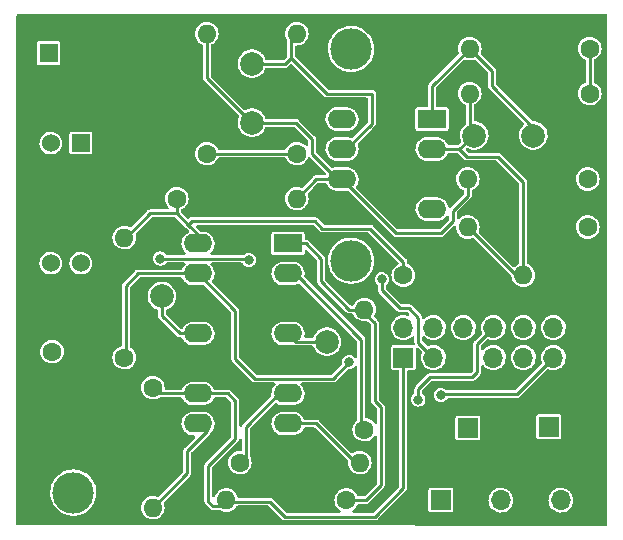
<source format=gbr>
%TF.GenerationSoftware,KiCad,Pcbnew,(6.0.8)*%
%TF.CreationDate,2022-12-02T09:59:36+00:00*%
%TF.ProjectId,DSP 1.0,44535020-312e-4302-9e6b-696361645f70,rev?*%
%TF.SameCoordinates,Original*%
%TF.FileFunction,Copper,L2,Bot*%
%TF.FilePolarity,Positive*%
%FSLAX46Y46*%
G04 Gerber Fmt 4.6, Leading zero omitted, Abs format (unit mm)*
G04 Created by KiCad (PCBNEW (6.0.8)) date 2022-12-02 09:59:36*
%MOMM*%
%LPD*%
G01*
G04 APERTURE LIST*
%TA.AperFunction,ComponentPad*%
%ADD10R,1.600000X1.600000*%
%TD*%
%TA.AperFunction,ComponentPad*%
%ADD11C,1.600000*%
%TD*%
%TA.AperFunction,ComponentPad*%
%ADD12C,3.500000*%
%TD*%
%TA.AperFunction,ComponentPad*%
%ADD13R,1.700000X1.700000*%
%TD*%
%TA.AperFunction,ComponentPad*%
%ADD14O,1.700000X1.700000*%
%TD*%
%TA.AperFunction,ComponentPad*%
%ADD15C,2.000000*%
%TD*%
%TA.AperFunction,ComponentPad*%
%ADD16O,1.600000X1.600000*%
%TD*%
%TA.AperFunction,ComponentPad*%
%ADD17R,1.524000X1.524000*%
%TD*%
%TA.AperFunction,ComponentPad*%
%ADD18C,1.524000*%
%TD*%
%TA.AperFunction,ComponentPad*%
%ADD19R,2.400000X1.600000*%
%TD*%
%TA.AperFunction,ComponentPad*%
%ADD20O,2.400000X1.600000*%
%TD*%
%TA.AperFunction,ViaPad*%
%ADD21C,0.800000*%
%TD*%
%TA.AperFunction,Conductor*%
%ADD22C,0.250000*%
%TD*%
G04 APERTURE END LIST*
D10*
%TO.P,C15,1*%
%TO.N,GND*%
X104964113Y-76454000D03*
D11*
%TO.P,C15,2*%
%TO.N,-12V*%
X102464113Y-76454000D03*
%TD*%
D12*
%TO.P,,1*%
%TO.N,N/C*%
X104267000Y-88392000D03*
%TD*%
%TO.P,,1*%
%TO.N,N/C*%
X127787400Y-50825400D03*
%TD*%
D13*
%TO.P,Jpcb2,1,Pin_1*%
%TO.N,Line_raw*%
X132207000Y-76967000D03*
D14*
%TO.P,Jpcb2,2,Pin_2*%
%TO.N,Dry_raw*%
X132207000Y-74427000D03*
%TO.P,Jpcb2,3,Pin_3*%
%TO.N,RIGHT EURO*%
X134747000Y-76967000D03*
%TO.P,Jpcb2,4,Pin_4*%
%TO.N,LEFT EURO*%
X134747000Y-74427000D03*
%TO.P,Jpcb2,5,Pin_5*%
%TO.N,GND*%
X137287000Y-76967000D03*
%TO.P,Jpcb2,6,Pin_6*%
%TO.N,+5V*%
X137287000Y-74427000D03*
%TO.P,Jpcb2,7,Pin_7*%
%TO.N,wet1*%
X139827000Y-76967000D03*
%TO.P,Jpcb2,8,Pin_8*%
%TO.N,in1*%
X139827000Y-74427000D03*
%TO.P,Jpcb2,9,Pin_9*%
%TO.N,X0*%
X142367000Y-76967000D03*
%TO.P,Jpcb2,10,Pin_10*%
%TO.N,in buffed*%
X142367000Y-74427000D03*
%TO.P,Jpcb2,11,Pin_11*%
%TO.N,+12V*%
X144907000Y-76967000D03*
%TO.P,Jpcb2,12,Pin_12*%
%TO.N,unconnected-(Jpcb2-Pad12)*%
X144907000Y-74427000D03*
%TD*%
D15*
%TO.P,C9,1*%
%TO.N,Net-(R12-Pad2)*%
X119380000Y-57070000D03*
%TO.P,C9,2*%
%TO.N,Net-(R19-Pad2)*%
X119380000Y-52070000D03*
%TD*%
%TO.P,C10,2*%
%TO.N,+12V*%
X125730000Y-75605000D03*
%TO.P,C10,1*%
%TO.N,GND*%
X125730000Y-80605000D03*
%TD*%
D11*
%TO.P,R18,1*%
%TO.N,LEFT EURO*%
X147988500Y-54610000D03*
D16*
%TO.P,R18,2*%
%TO.N,Net-(R15-Pad2)*%
X137828500Y-54610000D03*
%TD*%
D11*
%TO.P,R10,1*%
%TO.N,Line_raw*%
X110998000Y-79502000D03*
D16*
%TO.P,R10,2*%
%TO.N,Line*%
X110998000Y-89662000D03*
%TD*%
D11*
%TO.P,R9,1*%
%TO.N,Net-(R8-Pad2)*%
X127381000Y-89027000D03*
D16*
%TO.P,R9,2*%
%TO.N,Line_raw*%
X117221000Y-89027000D03*
%TD*%
D11*
%TO.P,R14,1*%
%TO.N,RIGHT EURO*%
X115570000Y-59690000D03*
D16*
%TO.P,R14,2*%
%TO.N,Net-(R12-Pad2)*%
X115570000Y-49530000D03*
%TD*%
D17*
%TO.P,P1,1,+12V*%
%TO.N,+12V*%
X104902000Y-58801000D03*
D18*
%TO.P,P1,2,+12V*%
X102362000Y-58801000D03*
%TO.P,P1,3,GND*%
%TO.N,GND*%
X104902000Y-61341000D03*
%TO.P,P1,4,GND*%
X102362000Y-61341000D03*
%TO.P,P1,5,GND*%
X104902000Y-63881000D03*
%TO.P,P1,6,GND*%
X102362000Y-63881000D03*
%TO.P,P1,7,GND*%
X104902000Y-66421000D03*
%TO.P,P1,8,GND*%
X102362000Y-66421000D03*
%TO.P,P1,9,-12V*%
%TO.N,-12V*%
X104902000Y-68961000D03*
%TO.P,P1,10,-12V*%
X102362000Y-68961000D03*
%TD*%
D11*
%TO.P,R20,1*%
%TO.N,LEFT EURO*%
X147988500Y-50800000D03*
D16*
%TO.P,R20,2*%
%TO.N,Net-(R20-Pad2)*%
X137828500Y-50800000D03*
%TD*%
D13*
%TO.P,J2,1,Pin_1*%
%TO.N,+5V*%
X137673000Y-82931000D03*
D14*
%TO.P,J2,2,Pin_2*%
%TO.N,GND*%
X135133000Y-82931000D03*
%TD*%
D15*
%TO.P,C8,1*%
%TO.N,Net-(R15-Pad2)*%
X138216000Y-58166000D03*
%TO.P,C8,2*%
%TO.N,Net-(R20-Pad2)*%
X143216000Y-58166000D03*
%TD*%
D13*
%TO.P,JX0,1,Pin_1*%
%TO.N,X0*%
X144526000Y-82804000D03*
%TD*%
D12*
%TO.P,,1*%
%TO.N,N/C*%
X127787400Y-68757800D03*
%TD*%
D16*
%TO.P,R8,2*%
%TO.N,Net-(R8-Pad2)*%
X128905000Y-72898000D03*
D11*
%TO.P,R8,1*%
%TO.N,wet1*%
X128905000Y-83058000D03*
%TD*%
%TO.P,R16,1*%
%TO.N,Dry*%
X132207000Y-69977000D03*
D16*
%TO.P,R16,2*%
%TO.N,Net-(R15-Pad2)*%
X142367000Y-69977000D03*
%TD*%
D11*
%TO.P,R12,1*%
%TO.N,R0*%
X147828000Y-61849000D03*
D16*
%TO.P,R12,2*%
%TO.N,Net-(R12-Pad2)*%
X137668000Y-61849000D03*
%TD*%
D15*
%TO.P,C11,1*%
%TO.N,-12V*%
X111760000Y-71755000D03*
%TO.P,C11,2*%
%TO.N,GND*%
X111760000Y-76755000D03*
%TD*%
D19*
%TO.P,U1,1*%
%TO.N,Net-(R8-Pad2)*%
X122443000Y-67305000D03*
D20*
%TO.P,U1,2,-*%
%TO.N,wet1*%
X122443000Y-69845000D03*
%TO.P,U1,3,+*%
%TO.N,GND*%
X122443000Y-72385000D03*
%TO.P,U1,4,V+*%
%TO.N,+12V*%
X122443000Y-74925000D03*
%TO.P,U1,5,+*%
%TO.N,GND*%
X122443000Y-77465000D03*
%TO.P,U1,6,-*%
%TO.N,in1*%
X122443000Y-80005000D03*
%TO.P,U1,7*%
%TO.N,in buffed*%
X122443000Y-82545000D03*
%TO.P,U1,8*%
%TO.N,Line*%
X114823000Y-82545000D03*
%TO.P,U1,9,-*%
%TO.N,Line_raw*%
X114823000Y-80005000D03*
%TO.P,U1,10,+*%
%TO.N,GND*%
X114823000Y-77465000D03*
%TO.P,U1,11,V-*%
%TO.N,-12V*%
X114823000Y-74925000D03*
%TO.P,U1,12,+*%
%TO.N,GND*%
X114823000Y-72385000D03*
%TO.P,U1,13,-*%
%TO.N,Dry_raw*%
X114823000Y-69845000D03*
%TO.P,U1,14*%
%TO.N,Dry*%
X114823000Y-67305000D03*
%TD*%
D11*
%TO.P,R2,1*%
%TO.N,in1*%
X118364000Y-85852000D03*
D16*
%TO.P,R2,2*%
%TO.N,in buffed*%
X128524000Y-85852000D03*
%TD*%
D19*
%TO.P,U2,1*%
%TO.N,Net-(R20-Pad2)*%
X134635000Y-56775000D03*
D20*
%TO.P,U2,2,-*%
%TO.N,Net-(R15-Pad2)*%
X134635000Y-59315000D03*
%TO.P,U2,3,+*%
%TO.N,GND*%
X134635000Y-61855000D03*
%TO.P,U2,4,V-*%
%TO.N,-12V*%
X134635000Y-64395000D03*
%TO.P,U2,5,+*%
%TO.N,GND*%
X127015000Y-64395000D03*
%TO.P,U2,6,-*%
%TO.N,Net-(R12-Pad2)*%
X127015000Y-61855000D03*
%TO.P,U2,7*%
%TO.N,Net-(R19-Pad2)*%
X127015000Y-59315000D03*
%TO.P,U2,8,V+*%
%TO.N,+12V*%
X127015000Y-56775000D03*
%TD*%
D11*
%TO.P,R15,1*%
%TO.N,L0*%
X147828000Y-65913000D03*
D16*
%TO.P,R15,2*%
%TO.N,Net-(R15-Pad2)*%
X137668000Y-65913000D03*
%TD*%
D13*
%TO.P,J1,1,Pin_1*%
%TO.N,Line*%
X135387000Y-89027000D03*
D14*
%TO.P,J1,2,Pin_2*%
%TO.N,GND*%
X137927000Y-89027000D03*
%TO.P,J1,3,Pin_3*%
%TO.N,R0*%
X140467000Y-89027000D03*
%TO.P,J1,4,Pin_4*%
%TO.N,GND*%
X143007000Y-89027000D03*
%TO.P,J1,5,Pin_5*%
%TO.N,L0*%
X145547000Y-89027000D03*
%TD*%
D11*
%TO.P,R13,1*%
%TO.N,Dry*%
X113030000Y-63500000D03*
D16*
%TO.P,R13,2*%
%TO.N,Net-(R12-Pad2)*%
X123190000Y-63500000D03*
%TD*%
D11*
%TO.P,R11,1*%
%TO.N,Dry_raw*%
X108585000Y-76962000D03*
D16*
%TO.P,R11,2*%
%TO.N,Dry*%
X108585000Y-66802000D03*
%TD*%
D11*
%TO.P,R19,1*%
%TO.N,RIGHT EURO*%
X123190000Y-59690000D03*
D16*
%TO.P,R19,2*%
%TO.N,Net-(R19-Pad2)*%
X123190000Y-49530000D03*
%TD*%
D10*
%TO.P,C14,1*%
%TO.N,+12V*%
X102172888Y-51181000D03*
D11*
%TO.P,C14,2*%
%TO.N,GND*%
X104672888Y-51181000D03*
%TD*%
D21*
%TO.N,in1*%
X133477000Y-80518000D03*
%TO.N,+12V*%
X135382000Y-80137000D03*
%TO.N,RIGHT EURO*%
X130378200Y-70332600D03*
%TO.N,-12V*%
X119126000Y-68707000D03*
%TO.N,Dry_raw*%
X127635000Y-77343000D03*
%TO.N,-12V*%
X111633000Y-68580000D03*
%TD*%
D22*
%TO.N,-12V*%
X119126000Y-68707000D02*
X118999000Y-68580000D01*
X118999000Y-68580000D02*
X111633000Y-68580000D01*
%TO.N,+12V*%
X135445500Y-80073500D02*
X141800500Y-80073500D01*
%TO.N,-12V*%
X113279000Y-74925000D02*
X114823000Y-74925000D01*
%TO.N,+12V*%
X135382000Y-80137000D02*
X135445500Y-80073500D01*
%TO.N,-12V*%
X111760000Y-73406000D02*
X113279000Y-74925000D01*
X111760000Y-71755000D02*
X111760000Y-73406000D01*
%TO.N,+12V*%
X141800500Y-80073500D02*
X144907000Y-76967000D01*
X123123000Y-75605000D02*
X122443000Y-74925000D01*
X125730000Y-75605000D02*
X123123000Y-75605000D01*
%TO.N,Net-(R15-Pad2)*%
X137668000Y-65913000D02*
X141732000Y-69977000D01*
X137828500Y-58420000D02*
X137828500Y-54610000D01*
X136933500Y-59315000D02*
X137828500Y-58420000D01*
%TO.N,LEFT EURO*%
X147988500Y-54610000D02*
X147988500Y-50800000D01*
%TO.N,Net-(R15-Pad2)*%
X137562500Y-59944000D02*
X136933500Y-59315000D01*
X142367000Y-69977000D02*
X142367000Y-62103000D01*
X134635000Y-59315000D02*
X136933500Y-59315000D01*
X140208000Y-59944000D02*
X137562500Y-59944000D01*
X141732000Y-69977000D02*
X142367000Y-69977000D01*
X142367000Y-62103000D02*
X140208000Y-59944000D01*
%TO.N,Dry*%
X124714000Y-65405000D02*
X114300000Y-65405000D01*
X132207000Y-69977000D02*
X132207000Y-68834000D01*
%TO.N,Net-(R8-Pad2)*%
X125222000Y-70485000D02*
X125222000Y-68580000D01*
X123947000Y-67305000D02*
X123205000Y-67305000D01*
X129794000Y-80645000D02*
X129794000Y-74041000D01*
X129794000Y-74041000D02*
X128651000Y-72898000D01*
X130302000Y-81153000D02*
X129794000Y-80645000D01*
X127889000Y-89027000D02*
X129032000Y-89027000D01*
%TO.N,Line*%
X115585000Y-83170000D02*
X113919000Y-84836000D01*
%TO.N,Net-(R8-Pad2)*%
X125222000Y-68580000D02*
X123947000Y-67305000D01*
%TO.N,Dry*%
X132207000Y-68834000D02*
X129413000Y-66040000D01*
X129413000Y-66040000D02*
X125349000Y-66040000D01*
X108712000Y-66802000D02*
X110764000Y-64750000D01*
X125349000Y-66040000D02*
X124714000Y-65405000D01*
X113992500Y-65712500D02*
X115585000Y-67305000D01*
X114300000Y-65405000D02*
X113992500Y-65712500D01*
X113030000Y-64750000D02*
X113992500Y-65712500D01*
%TO.N,Net-(R8-Pad2)*%
X129032000Y-89027000D02*
X130302000Y-87757000D01*
%TO.N,Line*%
X113919000Y-86741000D02*
X110998000Y-89662000D01*
%TO.N,Net-(R8-Pad2)*%
X127381000Y-89535000D02*
X127889000Y-89027000D01*
X130302000Y-87757000D02*
X130302000Y-81153000D01*
X127635000Y-72898000D02*
X125222000Y-70485000D01*
X128651000Y-72898000D02*
X127635000Y-72898000D01*
%TO.N,Line*%
X115585000Y-82545000D02*
X115585000Y-83170000D01*
X113919000Y-84836000D02*
X113919000Y-86741000D01*
%TO.N,Dry*%
X113030000Y-63500000D02*
X113030000Y-64750000D01*
X110764000Y-64750000D02*
X113030000Y-64750000D01*
%TO.N,Net-(R20-Pad2)*%
X143216000Y-57491000D02*
X143216000Y-58166000D01*
%TO.N,Net-(R19-Pad2)*%
X119380000Y-52110000D02*
X122201000Y-52110000D01*
%TO.N,Net-(R12-Pad2)*%
X124835000Y-61855000D02*
X127015000Y-61855000D01*
%TO.N,Net-(R19-Pad2)*%
X125730000Y-54610000D02*
X129540000Y-54610000D01*
X122715500Y-51595500D02*
X125730000Y-54610000D01*
%TO.N,Net-(R20-Pad2)*%
X137828500Y-50800000D02*
X139700000Y-52671500D01*
X134635000Y-53993500D02*
X137828500Y-50800000D01*
%TO.N,RIGHT EURO*%
X131902200Y-72771000D02*
X132664200Y-72771000D01*
%TO.N,Net-(R12-Pad2)*%
X123150000Y-57110000D02*
X124460000Y-58420000D01*
%TO.N,Net-(R20-Pad2)*%
X139700000Y-53975000D02*
X143216000Y-57491000D01*
%TO.N,RIGHT EURO*%
X130378200Y-71247000D02*
X131902200Y-72771000D01*
%TO.N,Net-(R12-Pad2)*%
X126625000Y-61855000D02*
X127015000Y-61855000D01*
%TO.N,RIGHT EURO*%
X130378200Y-70332600D02*
X130378200Y-71247000D01*
X133477000Y-73583800D02*
X133477000Y-75697000D01*
%TO.N,Net-(R20-Pad2)*%
X139700000Y-52671500D02*
X139700000Y-53975000D01*
%TO.N,RIGHT EURO*%
X132664200Y-72771000D02*
X133477000Y-73583800D01*
%TO.N,Net-(R12-Pad2)*%
X127015000Y-61855000D02*
X131581000Y-66421000D01*
X136398000Y-65405000D02*
X136398000Y-64516000D01*
X131581000Y-66421000D02*
X135382000Y-66421000D01*
X124460000Y-58420000D02*
X124460000Y-59690000D01*
%TO.N,Net-(R19-Pad2)*%
X122201000Y-52110000D02*
X122715500Y-51595500D01*
X127375000Y-59315000D02*
X127015000Y-59315000D01*
X129540000Y-57150000D02*
X127375000Y-59315000D01*
%TO.N,Net-(R12-Pad2)*%
X135382000Y-66421000D02*
X136398000Y-65405000D01*
%TO.N,Net-(R19-Pad2)*%
X129540000Y-54610000D02*
X129540000Y-57150000D01*
%TO.N,Net-(R20-Pad2)*%
X134635000Y-56775000D02*
X134635000Y-53993500D01*
%TO.N,Net-(R12-Pad2)*%
X119380000Y-57110000D02*
X123150000Y-57110000D01*
%TO.N,Net-(R19-Pad2)*%
X122715500Y-49530000D02*
X122715500Y-51595500D01*
%TO.N,Net-(R12-Pad2)*%
X137668000Y-63246000D02*
X137668000Y-61849000D01*
X115570000Y-53300000D02*
X119380000Y-57110000D01*
%TO.N,RIGHT EURO*%
X115570000Y-59690000D02*
X122715500Y-59690000D01*
%TO.N,Net-(R12-Pad2)*%
X136398000Y-64516000D02*
X137668000Y-63246000D01*
X124460000Y-59690000D02*
X126625000Y-61855000D01*
%TO.N,RIGHT EURO*%
X133477000Y-75697000D02*
X134747000Y-76967000D01*
%TO.N,Net-(R12-Pad2)*%
X123190000Y-63500000D02*
X124835000Y-61855000D01*
X115570000Y-49530000D02*
X115570000Y-53300000D01*
%TO.N,Line_raw*%
X129794000Y-90424000D02*
X132207000Y-88011000D01*
X115697000Y-89154000D02*
X115697000Y-86106000D01*
X120904000Y-89154000D02*
X122174000Y-90424000D01*
X117983000Y-83820000D02*
X117983000Y-80645000D01*
X117221000Y-89535000D02*
X116078000Y-89535000D01*
X132207000Y-88011000D02*
X132207000Y-76967000D01*
%TO.N,Dry_raw*%
X109733000Y-69845000D02*
X108712000Y-70866000D01*
X108712000Y-70866000D02*
X108712000Y-76962000D01*
X126238000Y-78740000D02*
X119634000Y-78740000D01*
X117983000Y-73005000D02*
X114823000Y-69845000D01*
X127635000Y-77343000D02*
X126238000Y-78740000D01*
%TO.N,Line_raw*%
X117983000Y-80645000D02*
X117343000Y-80005000D01*
X122174000Y-90424000D02*
X129794000Y-90424000D01*
X117343000Y-80005000D02*
X115585000Y-80005000D01*
%TO.N,Dry_raw*%
X117983000Y-77089000D02*
X117983000Y-73005000D01*
%TO.N,wet1*%
X123205000Y-69992000D02*
X123205000Y-69845000D01*
%TO.N,Dry_raw*%
X115585000Y-69845000D02*
X109733000Y-69845000D01*
X119634000Y-78740000D02*
X117983000Y-77089000D01*
%TO.N,Line_raw*%
X115697000Y-86106000D02*
X117983000Y-83820000D01*
X117221000Y-89154000D02*
X120904000Y-89154000D01*
X111501000Y-80005000D02*
X110998000Y-79502000D01*
X116078000Y-89535000D02*
X115697000Y-89154000D01*
X115585000Y-80005000D02*
X111501000Y-80005000D01*
%TO.N,in1*%
X123205000Y-80005000D02*
X121671000Y-80005000D01*
X134493000Y-78613000D02*
X138049000Y-78613000D01*
X133477000Y-79629000D02*
X134493000Y-78613000D01*
X138462000Y-78200000D02*
X138462000Y-75792000D01*
X138462000Y-75792000D02*
X139827000Y-74427000D01*
%TO.N,wet1*%
X128651000Y-75438000D02*
X123205000Y-69992000D01*
%TO.N,in1*%
X118872000Y-85725000D02*
X118364000Y-86233000D01*
%TO.N,in buffed*%
X124836000Y-82545000D02*
X128524000Y-86233000D01*
%TO.N,in1*%
X118872000Y-82804000D02*
X118872000Y-85725000D01*
%TO.N,in buffed*%
X123205000Y-82545000D02*
X124836000Y-82545000D01*
%TO.N,in1*%
X138049000Y-78613000D02*
X138462000Y-78200000D01*
%TO.N,wet1*%
X128651000Y-83058000D02*
X128651000Y-75438000D01*
%TO.N,in1*%
X121671000Y-80005000D02*
X118872000Y-82804000D01*
X133477000Y-80518000D02*
X133477000Y-79629000D01*
%TO.N,GND*%
X111760000Y-76755000D02*
X114113000Y-76755000D01*
X114113000Y-76755000D02*
X114823000Y-77465000D01*
%TD*%
%TA.AperFunction,Conductor*%
%TO.N,GND*%
G36*
X149421118Y-47899002D02*
G01*
X149467611Y-47952658D01*
X149478997Y-48005003D01*
X149478952Y-49938909D01*
X149478011Y-90743512D01*
X149478003Y-91069615D01*
X149457999Y-91137735D01*
X149404343Y-91184227D01*
X149351949Y-91195612D01*
X117207873Y-91181909D01*
X99567825Y-91174389D01*
X99499714Y-91154358D01*
X99453244Y-91100682D01*
X99441880Y-91048508D01*
X99441214Y-90345206D01*
X99441000Y-90119283D01*
X99441000Y-88330577D01*
X102312483Y-88330577D01*
X102323327Y-88606583D01*
X102372953Y-88878309D01*
X102374362Y-88882532D01*
X102458355Y-89134290D01*
X102460370Y-89140331D01*
X102505146Y-89229942D01*
X102576899Y-89373541D01*
X102583834Y-89387421D01*
X102740882Y-89614651D01*
X102771675Y-89647963D01*
X102924180Y-89812941D01*
X102928380Y-89817485D01*
X102931834Y-89820297D01*
X103139131Y-89989063D01*
X103139135Y-89989066D01*
X103142588Y-89991877D01*
X103146410Y-89994178D01*
X103314905Y-90095620D01*
X103379230Y-90134347D01*
X103477747Y-90176064D01*
X103629482Y-90240316D01*
X103629487Y-90240318D01*
X103633585Y-90242053D01*
X103637882Y-90243192D01*
X103637887Y-90243194D01*
X103767082Y-90277449D01*
X103900579Y-90312845D01*
X104174884Y-90345311D01*
X104451027Y-90338804D01*
X104536587Y-90324563D01*
X104719108Y-90294183D01*
X104719112Y-90294182D01*
X104723498Y-90293452D01*
X104727739Y-90292111D01*
X104727742Y-90292110D01*
X104982615Y-90211504D01*
X104982617Y-90211503D01*
X104986861Y-90210161D01*
X104990872Y-90208235D01*
X104990877Y-90208233D01*
X105231842Y-90092523D01*
X105231843Y-90092522D01*
X105235861Y-90090593D01*
X105248196Y-90082351D01*
X105461821Y-89939612D01*
X105461825Y-89939609D01*
X105465529Y-89937134D01*
X105662993Y-89760270D01*
X105667965Y-89755817D01*
X105667966Y-89755816D01*
X105671283Y-89752845D01*
X105759445Y-89647963D01*
X109992757Y-89647963D01*
X110009175Y-89843483D01*
X110063258Y-90032091D01*
X110066076Y-90037574D01*
X110150123Y-90201113D01*
X110150126Y-90201117D01*
X110152944Y-90206601D01*
X110274818Y-90360369D01*
X110424238Y-90487535D01*
X110429616Y-90490541D01*
X110429618Y-90490542D01*
X110465932Y-90510837D01*
X110595513Y-90583257D01*
X110782118Y-90643889D01*
X110976946Y-90667121D01*
X110983081Y-90666649D01*
X110983083Y-90666649D01*
X111166434Y-90652541D01*
X111166438Y-90652540D01*
X111172576Y-90652068D01*
X111361556Y-90599303D01*
X111536689Y-90510837D01*
X111566515Y-90487535D01*
X111686453Y-90393829D01*
X111691303Y-90390040D01*
X111721084Y-90355539D01*
X111815485Y-90246173D01*
X111815485Y-90246172D01*
X111819509Y-90241511D01*
X111836556Y-90211504D01*
X111910339Y-90081622D01*
X111916425Y-90070909D01*
X111978358Y-89884732D01*
X112002949Y-89690071D01*
X112003341Y-89662000D01*
X111984194Y-89466728D01*
X111982413Y-89460829D01*
X111982412Y-89460824D01*
X111929324Y-89284988D01*
X111928783Y-89213993D01*
X111960851Y-89159475D01*
X114135215Y-86985111D01*
X114143319Y-86977684D01*
X114163749Y-86960541D01*
X114172194Y-86953455D01*
X114186687Y-86928352D01*
X114191039Y-86920815D01*
X114196945Y-86911544D01*
X114212230Y-86889715D01*
X114218554Y-86880684D01*
X114221408Y-86870034D01*
X114222885Y-86866866D01*
X114224077Y-86863590D01*
X114229588Y-86854045D01*
X114236130Y-86816942D01*
X114238509Y-86806210D01*
X114248264Y-86769807D01*
X114244979Y-86732257D01*
X114244500Y-86721276D01*
X114244500Y-85023016D01*
X114264502Y-84954895D01*
X114281405Y-84933921D01*
X115801215Y-83414111D01*
X115809319Y-83406684D01*
X115829749Y-83389541D01*
X115838194Y-83382455D01*
X115847324Y-83366641D01*
X115857039Y-83349815D01*
X115862945Y-83340544D01*
X115878231Y-83318714D01*
X115884554Y-83309684D01*
X115885000Y-83308018D01*
X115912576Y-83271689D01*
X115946424Y-83242677D01*
X115951271Y-83238523D01*
X116075848Y-83077919D01*
X116165587Y-82895545D01*
X116179246Y-82843109D01*
X116215212Y-82705034D01*
X116215212Y-82705031D01*
X116216822Y-82698852D01*
X116223900Y-82563786D01*
X116227125Y-82502256D01*
X116227125Y-82502252D01*
X116227459Y-82495874D01*
X116197065Y-82294903D01*
X116126881Y-82104148D01*
X116100285Y-82061252D01*
X116023137Y-81936824D01*
X116023134Y-81936820D01*
X116019774Y-81931401D01*
X115880119Y-81783720D01*
X115713621Y-81667137D01*
X115527081Y-81586414D01*
X115481053Y-81576798D01*
X115332856Y-81545838D01*
X115332851Y-81545837D01*
X115328120Y-81544849D01*
X115323238Y-81544593D01*
X115323129Y-81544587D01*
X115323113Y-81544587D01*
X115321461Y-81544500D01*
X114372200Y-81544500D01*
X114324207Y-81549375D01*
X114227132Y-81559235D01*
X114227130Y-81559235D01*
X114220784Y-81559880D01*
X114026828Y-81620662D01*
X113849056Y-81719203D01*
X113694729Y-81851477D01*
X113570152Y-82012081D01*
X113480413Y-82194455D01*
X113478804Y-82200633D01*
X113478803Y-82200635D01*
X113443582Y-82335852D01*
X113429178Y-82391148D01*
X113428844Y-82397527D01*
X113419048Y-82584459D01*
X113418541Y-82594126D01*
X113448935Y-82795097D01*
X113519119Y-82985852D01*
X113522479Y-82991272D01*
X113522480Y-82991273D01*
X113622863Y-83153176D01*
X113622866Y-83153180D01*
X113626226Y-83158599D01*
X113630612Y-83163237D01*
X113697037Y-83233479D01*
X113765881Y-83306280D01*
X113932379Y-83422863D01*
X114118919Y-83503586D01*
X114164947Y-83513202D01*
X114313144Y-83544162D01*
X114313149Y-83544163D01*
X114317880Y-83545151D01*
X114322762Y-83545407D01*
X114322871Y-83545413D01*
X114322887Y-83545413D01*
X114324539Y-83545500D01*
X114444984Y-83545500D01*
X114513105Y-83565502D01*
X114559598Y-83619158D01*
X114569702Y-83689432D01*
X114540208Y-83754012D01*
X114534079Y-83760595D01*
X113702785Y-84591889D01*
X113694681Y-84599316D01*
X113665806Y-84623545D01*
X113660293Y-84633094D01*
X113646961Y-84656185D01*
X113641055Y-84665456D01*
X113619446Y-84696316D01*
X113616592Y-84706966D01*
X113615115Y-84710134D01*
X113613923Y-84713410D01*
X113608412Y-84722955D01*
X113602462Y-84756699D01*
X113601870Y-84760058D01*
X113599492Y-84770785D01*
X113589736Y-84807193D01*
X113590697Y-84818178D01*
X113590697Y-84818180D01*
X113593020Y-84844728D01*
X113593500Y-84855710D01*
X113593500Y-86553984D01*
X113573498Y-86622105D01*
X113556595Y-86643079D01*
X111500035Y-88699639D01*
X111437723Y-88733665D01*
X111373681Y-88730909D01*
X111206039Y-88679015D01*
X111206036Y-88679014D01*
X111200152Y-88677193D01*
X111194027Y-88676549D01*
X111194026Y-88676549D01*
X111011147Y-88657327D01*
X111011146Y-88657327D01*
X111005019Y-88656683D01*
X110882383Y-88667844D01*
X110815759Y-88673907D01*
X110815758Y-88673907D01*
X110809618Y-88674466D01*
X110803704Y-88676207D01*
X110803702Y-88676207D01*
X110727550Y-88698620D01*
X110621393Y-88729864D01*
X110615928Y-88732721D01*
X110452972Y-88817912D01*
X110452968Y-88817915D01*
X110447512Y-88820767D01*
X110442712Y-88824627D01*
X110442711Y-88824627D01*
X110419347Y-88843412D01*
X110294600Y-88943711D01*
X110168480Y-89094016D01*
X110165516Y-89099408D01*
X110165513Y-89099412D01*
X110113812Y-89193456D01*
X110073956Y-89265954D01*
X110072095Y-89271821D01*
X110072094Y-89271823D01*
X110052429Y-89333815D01*
X110014628Y-89452978D01*
X109992757Y-89647963D01*
X105759445Y-89647963D01*
X105849018Y-89541403D01*
X105995188Y-89307028D01*
X106001088Y-89293684D01*
X106105077Y-89058463D01*
X106106875Y-89054396D01*
X106181853Y-88788547D01*
X106193795Y-88699639D01*
X106218196Y-88517968D01*
X106218197Y-88517961D01*
X106218623Y-88514786D01*
X106220010Y-88470653D01*
X106222381Y-88395222D01*
X106222381Y-88395217D01*
X106222482Y-88392000D01*
X106202973Y-88116470D01*
X106198937Y-88097721D01*
X106145773Y-87850785D01*
X106145773Y-87850783D01*
X106144837Y-87846438D01*
X106049233Y-87587291D01*
X105918068Y-87344200D01*
X105753960Y-87122016D01*
X105560183Y-86925171D01*
X105340604Y-86757594D01*
X105286448Y-86727265D01*
X105103490Y-86624803D01*
X105103487Y-86624802D01*
X105099604Y-86622627D01*
X105095459Y-86621023D01*
X105095456Y-86621022D01*
X104922173Y-86553984D01*
X104841991Y-86522964D01*
X104837666Y-86521961D01*
X104837661Y-86521960D01*
X104689567Y-86487634D01*
X104572905Y-86460593D01*
X104297715Y-86436759D01*
X104293280Y-86437003D01*
X104293276Y-86437003D01*
X104026356Y-86451693D01*
X104026349Y-86451694D01*
X104021913Y-86451938D01*
X103834848Y-86489147D01*
X103755364Y-86504957D01*
X103755362Y-86504958D01*
X103751001Y-86505825D01*
X103490384Y-86597347D01*
X103245263Y-86724678D01*
X103241648Y-86727261D01*
X103241642Y-86727265D01*
X103024150Y-86882687D01*
X103024146Y-86882690D01*
X103020529Y-86885275D01*
X102820665Y-87075936D01*
X102649659Y-87292856D01*
X102584294Y-87405391D01*
X102513161Y-87527853D01*
X102513158Y-87527859D01*
X102510923Y-87531707D01*
X102407226Y-87787723D01*
X102406155Y-87792036D01*
X102406153Y-87792041D01*
X102344260Y-88041207D01*
X102340636Y-88055796D01*
X102340182Y-88060224D01*
X102340182Y-88060226D01*
X102318797Y-88268950D01*
X102312483Y-88330577D01*
X99441000Y-88330577D01*
X99441000Y-76439963D01*
X101458870Y-76439963D01*
X101475288Y-76635483D01*
X101529371Y-76824091D01*
X101532189Y-76829574D01*
X101616236Y-76993113D01*
X101616239Y-76993117D01*
X101619057Y-76998601D01*
X101740931Y-77152369D01*
X101745624Y-77156363D01*
X101745625Y-77156364D01*
X101866862Y-77259544D01*
X101890351Y-77279535D01*
X101895729Y-77282541D01*
X101895731Y-77282542D01*
X101929572Y-77301455D01*
X102061626Y-77375257D01*
X102248231Y-77435889D01*
X102443059Y-77459121D01*
X102449194Y-77458649D01*
X102449196Y-77458649D01*
X102632547Y-77444541D01*
X102632551Y-77444540D01*
X102638689Y-77444068D01*
X102827669Y-77391303D01*
X103002802Y-77302837D01*
X103032628Y-77279535D01*
X103115400Y-77214866D01*
X103157416Y-77182040D01*
X103173439Y-77163478D01*
X103281598Y-77038173D01*
X103281598Y-77038172D01*
X103285622Y-77033511D01*
X103334220Y-76947963D01*
X107579757Y-76947963D01*
X107596175Y-77143483D01*
X107650258Y-77332091D01*
X107659288Y-77349662D01*
X107737123Y-77501113D01*
X107737126Y-77501117D01*
X107739944Y-77506601D01*
X107861818Y-77660369D01*
X107866511Y-77664363D01*
X107866512Y-77664364D01*
X107984446Y-77764733D01*
X108011238Y-77787535D01*
X108016616Y-77790541D01*
X108016618Y-77790542D01*
X108052932Y-77810837D01*
X108182513Y-77883257D01*
X108369118Y-77943889D01*
X108563946Y-77967121D01*
X108570081Y-77966649D01*
X108570083Y-77966649D01*
X108753434Y-77952541D01*
X108753438Y-77952540D01*
X108759576Y-77952068D01*
X108948556Y-77899303D01*
X109123689Y-77810837D01*
X109136617Y-77800737D01*
X109220484Y-77735213D01*
X109278303Y-77690040D01*
X109308084Y-77655539D01*
X109402485Y-77546173D01*
X109402485Y-77546172D01*
X109406509Y-77541511D01*
X109503425Y-77370909D01*
X109565358Y-77184732D01*
X109589949Y-76990071D01*
X109590341Y-76962000D01*
X109571194Y-76766728D01*
X109569413Y-76760829D01*
X109569412Y-76760824D01*
X109516265Y-76584793D01*
X109514484Y-76578894D01*
X109422370Y-76405653D01*
X109298361Y-76253602D01*
X109147180Y-76128535D01*
X109141760Y-76125605D01*
X109141755Y-76125601D01*
X109103572Y-76104956D01*
X109053163Y-76054962D01*
X109037500Y-75994120D01*
X109037500Y-71723440D01*
X110554770Y-71723440D01*
X110569200Y-71943604D01*
X110570621Y-71949200D01*
X110570622Y-71949205D01*
X110597215Y-72053912D01*
X110623511Y-72157452D01*
X110625928Y-72162694D01*
X110625928Y-72162695D01*
X110664046Y-72245379D01*
X110715883Y-72357821D01*
X110843222Y-72538002D01*
X111001264Y-72691961D01*
X111006060Y-72695166D01*
X111006063Y-72695168D01*
X111115536Y-72768315D01*
X111184717Y-72814540D01*
X111190020Y-72816818D01*
X111190023Y-72816820D01*
X111358238Y-72889091D01*
X111412931Y-72934360D01*
X111434500Y-73004859D01*
X111434500Y-73386290D01*
X111434020Y-73397272D01*
X111432622Y-73413256D01*
X111430736Y-73434807D01*
X111436995Y-73458163D01*
X111440491Y-73471210D01*
X111442870Y-73481942D01*
X111449412Y-73519045D01*
X111454923Y-73528590D01*
X111456115Y-73531866D01*
X111457592Y-73535034D01*
X111460446Y-73545684D01*
X111467537Y-73555811D01*
X111482055Y-73576544D01*
X111487961Y-73585815D01*
X111496361Y-73600364D01*
X111506806Y-73618455D01*
X111515251Y-73625541D01*
X111535682Y-73642685D01*
X111543785Y-73650111D01*
X113034895Y-75141222D01*
X113042321Y-75149325D01*
X113066545Y-75178194D01*
X113093730Y-75193889D01*
X113099184Y-75197038D01*
X113108452Y-75202942D01*
X113139316Y-75224553D01*
X113149962Y-75227406D01*
X113153130Y-75228883D01*
X113156407Y-75230076D01*
X113165955Y-75235588D01*
X113195508Y-75240799D01*
X113203069Y-75242132D01*
X113213803Y-75244512D01*
X113250193Y-75254263D01*
X113261169Y-75253303D01*
X113261172Y-75253303D01*
X113287731Y-75250979D01*
X113298712Y-75250500D01*
X113388779Y-75250500D01*
X113456900Y-75270502D01*
X113503393Y-75324158D01*
X113507029Y-75332991D01*
X113519119Y-75365852D01*
X113522479Y-75371272D01*
X113522480Y-75371273D01*
X113622863Y-75533176D01*
X113622866Y-75533180D01*
X113626226Y-75538599D01*
X113648520Y-75562174D01*
X113757380Y-75677290D01*
X113765881Y-75686280D01*
X113932379Y-75802863D01*
X114118919Y-75883586D01*
X114130551Y-75886016D01*
X114313144Y-75924162D01*
X114313149Y-75924163D01*
X114317880Y-75925151D01*
X114322762Y-75925407D01*
X114322871Y-75925413D01*
X114322887Y-75925413D01*
X114324539Y-75925500D01*
X115273800Y-75925500D01*
X115321793Y-75920625D01*
X115418868Y-75910765D01*
X115418870Y-75910765D01*
X115425216Y-75910120D01*
X115619172Y-75849338D01*
X115796944Y-75750797D01*
X115951271Y-75618523D01*
X115956188Y-75612185D01*
X116035463Y-75509983D01*
X116075848Y-75457919D01*
X116165587Y-75275545D01*
X116174042Y-75243087D01*
X116215212Y-75085034D01*
X116215212Y-75085031D01*
X116216822Y-75078852D01*
X116223393Y-74953470D01*
X116227125Y-74882256D01*
X116227125Y-74882252D01*
X116227459Y-74875874D01*
X116197065Y-74674903D01*
X116126881Y-74484148D01*
X116105092Y-74449006D01*
X116023137Y-74316824D01*
X116023134Y-74316820D01*
X116019774Y-74311401D01*
X115880119Y-74163720D01*
X115713621Y-74047137D01*
X115527081Y-73966414D01*
X115481053Y-73956798D01*
X115332856Y-73925838D01*
X115332851Y-73925837D01*
X115328120Y-73924849D01*
X115323238Y-73924593D01*
X115323129Y-73924587D01*
X115323113Y-73924587D01*
X115321461Y-73924500D01*
X114372200Y-73924500D01*
X114338186Y-73927955D01*
X114227132Y-73939235D01*
X114227130Y-73939235D01*
X114220784Y-73939880D01*
X114026828Y-74000662D01*
X113849056Y-74099203D01*
X113694729Y-74231477D01*
X113570152Y-74392081D01*
X113567337Y-74397802D01*
X113567335Y-74397805D01*
X113527897Y-74477954D01*
X113479874Y-74530245D01*
X113411204Y-74548272D01*
X113343689Y-74526312D01*
X113325747Y-74511420D01*
X112122405Y-73308079D01*
X112088380Y-73245767D01*
X112085500Y-73218984D01*
X112085500Y-73002669D01*
X112105502Y-72934548D01*
X112159158Y-72888055D01*
X112170993Y-72883358D01*
X112250379Y-72856410D01*
X112442884Y-72748602D01*
X112612518Y-72607518D01*
X112674256Y-72533287D01*
X112749908Y-72442326D01*
X112749910Y-72442323D01*
X112753602Y-72437884D01*
X112861410Y-72245379D01*
X112863266Y-72239912D01*
X112863268Y-72239907D01*
X112930475Y-72041921D01*
X112930476Y-72041916D01*
X112932331Y-72036452D01*
X112933159Y-72030743D01*
X112933160Y-72030738D01*
X112963458Y-71821772D01*
X112963991Y-71818098D01*
X112965643Y-71755000D01*
X112945454Y-71535289D01*
X112885565Y-71322936D01*
X112787980Y-71125053D01*
X112739391Y-71059984D01*
X112659420Y-70952891D01*
X112659420Y-70952890D01*
X112655967Y-70948267D01*
X112528854Y-70830765D01*
X112498189Y-70802418D01*
X112498186Y-70802416D01*
X112493949Y-70798499D01*
X112307350Y-70680764D01*
X112102421Y-70599006D01*
X112096761Y-70597880D01*
X112096757Y-70597879D01*
X111891691Y-70557089D01*
X111891688Y-70557089D01*
X111886024Y-70555962D01*
X111880249Y-70555886D01*
X111880245Y-70555886D01*
X111769504Y-70554437D01*
X111665406Y-70553074D01*
X111659709Y-70554053D01*
X111659708Y-70554053D01*
X111453654Y-70589459D01*
X111453653Y-70589459D01*
X111447957Y-70590438D01*
X111240957Y-70666804D01*
X111235996Y-70669756D01*
X111235995Y-70669756D01*
X111073821Y-70766240D01*
X111051341Y-70779614D01*
X110885457Y-70925090D01*
X110748863Y-71098360D01*
X110646131Y-71293620D01*
X110628876Y-71349191D01*
X110584809Y-71491111D01*
X110580703Y-71504333D01*
X110554770Y-71723440D01*
X109037500Y-71723440D01*
X109037500Y-71053016D01*
X109057502Y-70984895D01*
X109074405Y-70963921D01*
X109830921Y-70207405D01*
X109893233Y-70173379D01*
X109920016Y-70170500D01*
X113388779Y-70170500D01*
X113456900Y-70190502D01*
X113503393Y-70244158D01*
X113507029Y-70252991D01*
X113519119Y-70285852D01*
X113522479Y-70291272D01*
X113522480Y-70291273D01*
X113622863Y-70453176D01*
X113622866Y-70453180D01*
X113626226Y-70458599D01*
X113630612Y-70463237D01*
X113758094Y-70598045D01*
X113765881Y-70606280D01*
X113932379Y-70722863D01*
X114118919Y-70803586D01*
X114128282Y-70805542D01*
X114313144Y-70844162D01*
X114313149Y-70844163D01*
X114317880Y-70845151D01*
X114322762Y-70845407D01*
X114322871Y-70845413D01*
X114322887Y-70845413D01*
X114324539Y-70845500D01*
X115273800Y-70845500D01*
X115276978Y-70845177D01*
X115276982Y-70845177D01*
X115295412Y-70843305D01*
X115365205Y-70856321D01*
X115397239Y-70879565D01*
X117620595Y-73102921D01*
X117654621Y-73165233D01*
X117657500Y-73192016D01*
X117657500Y-77069290D01*
X117657020Y-77080272D01*
X117653736Y-77117807D01*
X117663491Y-77154210D01*
X117665870Y-77164942D01*
X117672412Y-77202045D01*
X117677923Y-77211590D01*
X117679115Y-77214866D01*
X117680592Y-77218034D01*
X117683446Y-77228684D01*
X117689770Y-77237715D01*
X117705055Y-77259544D01*
X117710961Y-77268815D01*
X117718887Y-77282542D01*
X117729806Y-77301455D01*
X117738251Y-77308541D01*
X117758682Y-77325685D01*
X117766785Y-77333111D01*
X119389889Y-78956215D01*
X119397315Y-78964318D01*
X119421545Y-78993194D01*
X119431094Y-78998707D01*
X119454185Y-79012039D01*
X119463456Y-79017945D01*
X119494316Y-79039554D01*
X119504966Y-79042408D01*
X119508134Y-79043885D01*
X119511410Y-79045077D01*
X119520955Y-79050588D01*
X119554699Y-79056538D01*
X119558058Y-79057130D01*
X119568785Y-79059508D01*
X119605193Y-79069264D01*
X119616169Y-79068304D01*
X119616172Y-79068304D01*
X119642743Y-79065979D01*
X119653724Y-79065500D01*
X121261094Y-79065500D01*
X121329215Y-79085502D01*
X121375708Y-79139158D01*
X121385812Y-79209432D01*
X121356318Y-79274012D01*
X121343092Y-79287167D01*
X121314729Y-79311477D01*
X121190152Y-79472081D01*
X121100413Y-79654455D01*
X121098804Y-79660633D01*
X121098803Y-79660635D01*
X121055310Y-79827608D01*
X121049178Y-79851148D01*
X121038541Y-80054126D01*
X121039496Y-80060440D01*
X121039496Y-80060443D01*
X121045183Y-80098042D01*
X121035593Y-80168388D01*
X121009695Y-80205979D01*
X118655785Y-82559889D01*
X118647681Y-82567316D01*
X118618806Y-82591545D01*
X118613293Y-82601094D01*
X118599961Y-82624185D01*
X118594055Y-82633456D01*
X118572446Y-82664316D01*
X118569592Y-82674966D01*
X118568115Y-82678134D01*
X118566922Y-82681411D01*
X118561412Y-82690955D01*
X118559498Y-82701810D01*
X118558586Y-82706983D01*
X118527059Y-82770596D01*
X118466146Y-82807066D01*
X118395185Y-82804814D01*
X118336706Y-82764556D01*
X118309276Y-82699072D01*
X118308500Y-82685105D01*
X118308500Y-80664710D01*
X118308980Y-80653728D01*
X118311303Y-80627180D01*
X118311303Y-80627178D01*
X118312264Y-80616193D01*
X118302508Y-80579785D01*
X118300130Y-80569058D01*
X118298310Y-80558736D01*
X118293588Y-80531955D01*
X118288077Y-80522410D01*
X118286885Y-80519134D01*
X118285408Y-80515966D01*
X118282554Y-80505316D01*
X118260945Y-80474456D01*
X118255039Y-80465185D01*
X118241707Y-80442094D01*
X118236194Y-80432545D01*
X118207317Y-80408315D01*
X118199215Y-80400889D01*
X117587111Y-79788785D01*
X117579684Y-79780681D01*
X117562541Y-79760251D01*
X117562542Y-79760251D01*
X117555455Y-79751806D01*
X117543874Y-79745120D01*
X117522815Y-79732961D01*
X117513544Y-79727055D01*
X117491715Y-79711770D01*
X117482684Y-79705446D01*
X117472034Y-79702592D01*
X117468866Y-79701115D01*
X117465590Y-79699923D01*
X117456045Y-79694412D01*
X117422301Y-79688462D01*
X117418942Y-79687870D01*
X117408215Y-79685492D01*
X117371807Y-79675736D01*
X117360822Y-79676697D01*
X117360820Y-79676697D01*
X117334272Y-79679020D01*
X117323290Y-79679500D01*
X116257221Y-79679500D01*
X116189100Y-79659498D01*
X116142607Y-79605842D01*
X116138971Y-79597008D01*
X116136225Y-79589544D01*
X116126881Y-79564148D01*
X116106526Y-79531318D01*
X116023137Y-79396824D01*
X116023134Y-79396820D01*
X116019774Y-79391401D01*
X115934120Y-79300824D01*
X115884508Y-79248361D01*
X115884507Y-79248360D01*
X115880119Y-79243720D01*
X115713621Y-79127137D01*
X115527081Y-79046414D01*
X115463973Y-79033230D01*
X115332856Y-79005838D01*
X115332851Y-79005837D01*
X115328120Y-79004849D01*
X115323238Y-79004593D01*
X115323129Y-79004587D01*
X115323113Y-79004587D01*
X115321461Y-79004500D01*
X114372200Y-79004500D01*
X114324207Y-79009375D01*
X114227132Y-79019235D01*
X114227130Y-79019235D01*
X114220784Y-79019880D01*
X114026828Y-79080662D01*
X113849056Y-79179203D01*
X113694729Y-79311477D01*
X113570152Y-79472081D01*
X113567337Y-79477802D01*
X113567335Y-79477805D01*
X113502716Y-79609129D01*
X113454693Y-79661420D01*
X113389661Y-79679500D01*
X112126990Y-79679500D01*
X112058869Y-79659498D01*
X112012376Y-79605842D01*
X112001984Y-79537707D01*
X112002949Y-79530071D01*
X112003341Y-79502000D01*
X111984194Y-79306728D01*
X111982413Y-79300829D01*
X111982412Y-79300824D01*
X111929265Y-79124793D01*
X111927484Y-79118894D01*
X111835370Y-78945653D01*
X111711361Y-78793602D01*
X111560180Y-78668535D01*
X111387585Y-78575213D01*
X111293868Y-78546203D01*
X111206039Y-78519015D01*
X111206036Y-78519014D01*
X111200152Y-78517193D01*
X111194027Y-78516549D01*
X111194026Y-78516549D01*
X111011147Y-78497327D01*
X111011146Y-78497327D01*
X111005019Y-78496683D01*
X110882383Y-78507844D01*
X110815759Y-78513907D01*
X110815758Y-78513907D01*
X110809618Y-78514466D01*
X110803704Y-78516207D01*
X110803702Y-78516207D01*
X110674734Y-78554165D01*
X110621393Y-78569864D01*
X110615928Y-78572721D01*
X110452972Y-78657912D01*
X110452968Y-78657915D01*
X110447512Y-78660767D01*
X110442712Y-78664627D01*
X110442711Y-78664627D01*
X110408326Y-78692273D01*
X110294600Y-78783711D01*
X110168480Y-78934016D01*
X110165516Y-78939408D01*
X110165513Y-78939412D01*
X110095932Y-79065980D01*
X110073956Y-79105954D01*
X110072095Y-79111821D01*
X110072094Y-79111823D01*
X110063423Y-79139158D01*
X110014628Y-79292978D01*
X109992757Y-79487963D01*
X110009175Y-79683483D01*
X110063258Y-79872091D01*
X110066076Y-79877574D01*
X110150123Y-80041113D01*
X110150126Y-80041117D01*
X110152944Y-80046601D01*
X110274818Y-80200369D01*
X110279511Y-80204363D01*
X110279512Y-80204364D01*
X110389321Y-80297818D01*
X110424238Y-80327535D01*
X110429616Y-80330541D01*
X110429618Y-80330542D01*
X110463298Y-80349365D01*
X110595513Y-80423257D01*
X110782118Y-80483889D01*
X110976946Y-80507121D01*
X110983081Y-80506649D01*
X110983083Y-80506649D01*
X111166434Y-80492541D01*
X111166438Y-80492540D01*
X111172576Y-80492068D01*
X111361556Y-80439303D01*
X111536689Y-80350837D01*
X111538149Y-80349696D01*
X111604219Y-80330500D01*
X113388779Y-80330500D01*
X113456900Y-80350502D01*
X113503393Y-80404158D01*
X113507029Y-80412991D01*
X113519119Y-80445852D01*
X113522479Y-80451272D01*
X113522480Y-80451273D01*
X113622863Y-80613176D01*
X113622866Y-80613180D01*
X113626226Y-80618599D01*
X113630612Y-80623237D01*
X113758094Y-80758045D01*
X113765881Y-80766280D01*
X113932379Y-80882863D01*
X114118919Y-80963586D01*
X114164862Y-80973184D01*
X114313144Y-81004162D01*
X114313149Y-81004163D01*
X114317880Y-81005151D01*
X114322762Y-81005407D01*
X114322871Y-81005413D01*
X114322887Y-81005413D01*
X114324539Y-81005500D01*
X115273800Y-81005500D01*
X115321793Y-81000625D01*
X115418868Y-80990765D01*
X115418870Y-80990765D01*
X115425216Y-80990120D01*
X115619172Y-80929338D01*
X115796944Y-80830797D01*
X115951271Y-80698523D01*
X115962183Y-80684456D01*
X116023393Y-80605544D01*
X116075848Y-80537919D01*
X116081621Y-80526188D01*
X116143284Y-80400871D01*
X116191307Y-80348580D01*
X116256339Y-80330500D01*
X117155984Y-80330500D01*
X117224105Y-80350502D01*
X117245079Y-80367405D01*
X117620595Y-80742921D01*
X117654621Y-80805233D01*
X117657500Y-80832016D01*
X117657500Y-83632983D01*
X117637498Y-83701104D01*
X117620595Y-83722078D01*
X115480784Y-85861890D01*
X115472681Y-85869316D01*
X115443806Y-85893545D01*
X115438293Y-85903094D01*
X115424961Y-85926185D01*
X115419055Y-85935456D01*
X115397446Y-85966316D01*
X115394592Y-85976966D01*
X115393115Y-85980134D01*
X115391923Y-85983410D01*
X115386412Y-85992955D01*
X115380462Y-86026699D01*
X115379870Y-86030058D01*
X115377492Y-86040785D01*
X115367736Y-86077193D01*
X115368697Y-86088178D01*
X115368697Y-86088180D01*
X115371020Y-86114728D01*
X115371500Y-86125710D01*
X115371500Y-89134290D01*
X115371020Y-89145272D01*
X115367736Y-89182807D01*
X115374889Y-89209500D01*
X115377491Y-89219210D01*
X115379870Y-89229942D01*
X115386412Y-89267045D01*
X115391923Y-89276590D01*
X115393115Y-89279866D01*
X115394592Y-89283034D01*
X115397446Y-89293684D01*
X115416034Y-89320230D01*
X115419055Y-89324544D01*
X115424961Y-89333815D01*
X115437922Y-89356264D01*
X115443806Y-89366455D01*
X115452251Y-89373541D01*
X115472675Y-89390679D01*
X115480780Y-89398106D01*
X115833901Y-89751228D01*
X115841327Y-89759331D01*
X115865545Y-89788194D01*
X115875088Y-89793704D01*
X115875092Y-89793707D01*
X115898179Y-89807036D01*
X115907448Y-89812940D01*
X115938316Y-89834554D01*
X115948964Y-89837407D01*
X115952135Y-89838886D01*
X115955411Y-89840078D01*
X115964955Y-89845588D01*
X116002076Y-89852134D01*
X116012783Y-89854508D01*
X116049193Y-89864263D01*
X116060168Y-89863303D01*
X116060170Y-89863303D01*
X116086731Y-89860979D01*
X116097712Y-89860500D01*
X116628670Y-89860500D01*
X116690140Y-89876512D01*
X116818513Y-89948257D01*
X117005118Y-90008889D01*
X117199946Y-90032121D01*
X117206081Y-90031649D01*
X117206083Y-90031649D01*
X117389434Y-90017541D01*
X117389438Y-90017540D01*
X117395576Y-90017068D01*
X117584556Y-89964303D01*
X117759689Y-89875837D01*
X117778707Y-89860979D01*
X117867733Y-89791424D01*
X117914303Y-89755040D01*
X117944084Y-89720539D01*
X118038485Y-89611173D01*
X118038485Y-89611172D01*
X118042509Y-89606511D01*
X118078439Y-89543263D01*
X118129478Y-89493912D01*
X118187995Y-89479500D01*
X120716984Y-89479500D01*
X120785105Y-89499502D01*
X120806079Y-89516405D01*
X121368171Y-90078498D01*
X121929895Y-90640222D01*
X121937315Y-90648318D01*
X121961545Y-90677194D01*
X121971088Y-90682704D01*
X121971092Y-90682707D01*
X121994179Y-90696036D01*
X122003448Y-90701940D01*
X122034316Y-90723554D01*
X122044964Y-90726407D01*
X122048135Y-90727886D01*
X122051411Y-90729078D01*
X122060955Y-90734588D01*
X122098076Y-90741134D01*
X122108783Y-90743508D01*
X122145193Y-90753263D01*
X122156168Y-90752303D01*
X122156170Y-90752303D01*
X122182731Y-90749979D01*
X122193712Y-90749500D01*
X129774290Y-90749500D01*
X129785272Y-90749980D01*
X129811820Y-90752303D01*
X129811822Y-90752303D01*
X129822807Y-90753264D01*
X129859215Y-90743508D01*
X129869942Y-90741130D01*
X129873301Y-90740538D01*
X129907045Y-90734588D01*
X129916590Y-90729077D01*
X129919866Y-90727885D01*
X129923034Y-90726408D01*
X129933684Y-90723554D01*
X129964550Y-90701941D01*
X129973815Y-90696039D01*
X129996906Y-90682707D01*
X130006455Y-90677194D01*
X130030685Y-90648317D01*
X130038111Y-90640215D01*
X130781578Y-89896748D01*
X134336500Y-89896748D01*
X134337707Y-89902816D01*
X134341331Y-89921033D01*
X134348133Y-89955231D01*
X134392448Y-90021552D01*
X134458769Y-90065867D01*
X134470938Y-90068288D01*
X134470939Y-90068288D01*
X134511078Y-90076272D01*
X134517252Y-90077500D01*
X136256748Y-90077500D01*
X136262922Y-90076272D01*
X136303061Y-90068288D01*
X136303062Y-90068288D01*
X136315231Y-90065867D01*
X136381552Y-90021552D01*
X136425867Y-89955231D01*
X136432670Y-89921033D01*
X136436293Y-89902816D01*
X136437500Y-89896748D01*
X136437500Y-89012262D01*
X139411520Y-89012262D01*
X139412036Y-89018406D01*
X139424919Y-89171820D01*
X139428759Y-89217553D01*
X139435702Y-89241767D01*
X139480532Y-89398106D01*
X139485544Y-89415586D01*
X139488359Y-89421063D01*
X139488360Y-89421066D01*
X139551956Y-89544811D01*
X139579712Y-89598818D01*
X139707677Y-89760270D01*
X139712370Y-89764264D01*
X139712371Y-89764265D01*
X139853920Y-89884732D01*
X139864564Y-89893791D01*
X140044398Y-89994297D01*
X140128280Y-90021552D01*
X140234471Y-90056056D01*
X140234475Y-90056057D01*
X140240329Y-90057959D01*
X140444894Y-90082351D01*
X140451029Y-90081879D01*
X140451031Y-90081879D01*
X140523625Y-90076293D01*
X140650300Y-90066546D01*
X140656230Y-90064890D01*
X140656232Y-90064890D01*
X140794915Y-90026169D01*
X140848725Y-90011145D01*
X140854214Y-90008372D01*
X140854220Y-90008370D01*
X141027116Y-89921033D01*
X141032610Y-89918258D01*
X141091757Y-89872048D01*
X141167410Y-89812941D01*
X141194951Y-89791424D01*
X141226290Y-89755118D01*
X141325540Y-89640134D01*
X141325540Y-89640133D01*
X141329564Y-89635472D01*
X141350387Y-89598818D01*
X141385148Y-89537626D01*
X141431323Y-89456344D01*
X141496351Y-89260863D01*
X141522171Y-89056474D01*
X141522583Y-89027000D01*
X141521138Y-89012262D01*
X144491520Y-89012262D01*
X144492036Y-89018406D01*
X144504919Y-89171820D01*
X144508759Y-89217553D01*
X144515702Y-89241767D01*
X144560532Y-89398106D01*
X144565544Y-89415586D01*
X144568359Y-89421063D01*
X144568360Y-89421066D01*
X144631956Y-89544811D01*
X144659712Y-89598818D01*
X144787677Y-89760270D01*
X144792370Y-89764264D01*
X144792371Y-89764265D01*
X144933920Y-89884732D01*
X144944564Y-89893791D01*
X145124398Y-89994297D01*
X145208280Y-90021552D01*
X145314471Y-90056056D01*
X145314475Y-90056057D01*
X145320329Y-90057959D01*
X145524894Y-90082351D01*
X145531029Y-90081879D01*
X145531031Y-90081879D01*
X145603625Y-90076293D01*
X145730300Y-90066546D01*
X145736230Y-90064890D01*
X145736232Y-90064890D01*
X145874915Y-90026169D01*
X145928725Y-90011145D01*
X145934214Y-90008372D01*
X145934220Y-90008370D01*
X146107116Y-89921033D01*
X146112610Y-89918258D01*
X146171757Y-89872048D01*
X146247410Y-89812941D01*
X146274951Y-89791424D01*
X146306290Y-89755118D01*
X146405540Y-89640134D01*
X146405540Y-89640133D01*
X146409564Y-89635472D01*
X146430387Y-89598818D01*
X146465148Y-89537626D01*
X146511323Y-89456344D01*
X146576351Y-89260863D01*
X146602171Y-89056474D01*
X146602583Y-89027000D01*
X146582480Y-88821970D01*
X146522935Y-88624749D01*
X146426218Y-88442849D01*
X146328778Y-88323376D01*
X146299906Y-88287975D01*
X146299903Y-88287972D01*
X146296011Y-88283200D01*
X146257341Y-88251209D01*
X146142025Y-88155811D01*
X146142021Y-88155809D01*
X146137275Y-88151882D01*
X145956055Y-88053897D01*
X145759254Y-87992977D01*
X145753129Y-87992333D01*
X145753128Y-87992333D01*
X145560498Y-87972087D01*
X145560496Y-87972087D01*
X145554369Y-87971443D01*
X145467529Y-87979346D01*
X145355342Y-87989555D01*
X145355339Y-87989556D01*
X145349203Y-87990114D01*
X145151572Y-88048280D01*
X145146107Y-88051137D01*
X145098172Y-88076197D01*
X144969002Y-88143726D01*
X144964201Y-88147586D01*
X144964198Y-88147588D01*
X144830474Y-88255105D01*
X144808447Y-88272815D01*
X144676024Y-88430630D01*
X144673056Y-88436028D01*
X144673053Y-88436033D01*
X144581739Y-88602134D01*
X144576776Y-88611162D01*
X144514484Y-88807532D01*
X144513798Y-88813649D01*
X144513797Y-88813653D01*
X144503074Y-88909251D01*
X144491520Y-89012262D01*
X141521138Y-89012262D01*
X141502480Y-88821970D01*
X141442935Y-88624749D01*
X141346218Y-88442849D01*
X141248778Y-88323376D01*
X141219906Y-88287975D01*
X141219903Y-88287972D01*
X141216011Y-88283200D01*
X141177341Y-88251209D01*
X141062025Y-88155811D01*
X141062021Y-88155809D01*
X141057275Y-88151882D01*
X140876055Y-88053897D01*
X140679254Y-87992977D01*
X140673129Y-87992333D01*
X140673128Y-87992333D01*
X140480498Y-87972087D01*
X140480496Y-87972087D01*
X140474369Y-87971443D01*
X140387529Y-87979346D01*
X140275342Y-87989555D01*
X140275339Y-87989556D01*
X140269203Y-87990114D01*
X140071572Y-88048280D01*
X140066107Y-88051137D01*
X140018172Y-88076197D01*
X139889002Y-88143726D01*
X139884201Y-88147586D01*
X139884198Y-88147588D01*
X139750474Y-88255105D01*
X139728447Y-88272815D01*
X139596024Y-88430630D01*
X139593056Y-88436028D01*
X139593053Y-88436033D01*
X139501739Y-88602134D01*
X139496776Y-88611162D01*
X139434484Y-88807532D01*
X139433798Y-88813649D01*
X139433797Y-88813653D01*
X139423074Y-88909251D01*
X139411520Y-89012262D01*
X136437500Y-89012262D01*
X136437500Y-88157252D01*
X136429388Y-88116470D01*
X136428288Y-88110939D01*
X136428288Y-88110938D01*
X136425867Y-88098769D01*
X136381552Y-88032448D01*
X136315231Y-87988133D01*
X136303062Y-87985712D01*
X136303061Y-87985712D01*
X136262816Y-87977707D01*
X136256748Y-87976500D01*
X134517252Y-87976500D01*
X134511184Y-87977707D01*
X134470939Y-87985712D01*
X134470938Y-87985712D01*
X134458769Y-87988133D01*
X134392448Y-88032448D01*
X134348133Y-88098769D01*
X134345712Y-88110938D01*
X134345712Y-88110939D01*
X134344612Y-88116470D01*
X134336500Y-88157252D01*
X134336500Y-89896748D01*
X130781578Y-89896748D01*
X132423222Y-88255105D01*
X132431326Y-88247678D01*
X132451750Y-88230540D01*
X132460194Y-88223455D01*
X132465704Y-88213912D01*
X132465707Y-88213908D01*
X132479036Y-88190821D01*
X132484941Y-88181551D01*
X132500232Y-88159713D01*
X132506554Y-88150684D01*
X132509407Y-88140036D01*
X132510886Y-88136865D01*
X132512078Y-88133589D01*
X132517588Y-88124045D01*
X132524134Y-88086924D01*
X132526508Y-88076217D01*
X132536263Y-88039807D01*
X132535017Y-88025557D01*
X132532979Y-88002269D01*
X132532500Y-87991288D01*
X132532500Y-83800748D01*
X136622500Y-83800748D01*
X136623707Y-83806816D01*
X136631360Y-83845288D01*
X136634133Y-83859231D01*
X136678448Y-83925552D01*
X136744769Y-83969867D01*
X136756938Y-83972288D01*
X136756939Y-83972288D01*
X136776858Y-83976250D01*
X136803252Y-83981500D01*
X138542748Y-83981500D01*
X138569142Y-83976250D01*
X138589061Y-83972288D01*
X138589062Y-83972288D01*
X138601231Y-83969867D01*
X138667552Y-83925552D01*
X138711867Y-83859231D01*
X138714641Y-83845288D01*
X138722293Y-83806816D01*
X138723500Y-83800748D01*
X138723500Y-83673748D01*
X143475500Y-83673748D01*
X143487133Y-83732231D01*
X143531448Y-83798552D01*
X143597769Y-83842867D01*
X143609938Y-83845288D01*
X143609939Y-83845288D01*
X143627631Y-83848807D01*
X143656252Y-83854500D01*
X145395748Y-83854500D01*
X145424369Y-83848807D01*
X145442061Y-83845288D01*
X145442062Y-83845288D01*
X145454231Y-83842867D01*
X145520552Y-83798552D01*
X145564867Y-83732231D01*
X145576500Y-83673748D01*
X145576500Y-81934252D01*
X145568122Y-81892133D01*
X145567288Y-81887939D01*
X145567288Y-81887938D01*
X145564867Y-81875769D01*
X145520552Y-81809448D01*
X145482048Y-81783720D01*
X145464547Y-81772026D01*
X145454231Y-81765133D01*
X145442062Y-81762712D01*
X145442061Y-81762712D01*
X145401816Y-81754707D01*
X145395748Y-81753500D01*
X143656252Y-81753500D01*
X143650184Y-81754707D01*
X143609939Y-81762712D01*
X143609938Y-81762712D01*
X143597769Y-81765133D01*
X143587453Y-81772026D01*
X143569952Y-81783720D01*
X143531448Y-81809448D01*
X143487133Y-81875769D01*
X143484712Y-81887938D01*
X143484712Y-81887939D01*
X143483878Y-81892133D01*
X143475500Y-81934252D01*
X143475500Y-83673748D01*
X138723500Y-83673748D01*
X138723500Y-82061252D01*
X138711867Y-82002769D01*
X138667552Y-81936448D01*
X138601231Y-81892133D01*
X138589062Y-81889712D01*
X138589061Y-81889712D01*
X138548816Y-81881707D01*
X138542748Y-81880500D01*
X136803252Y-81880500D01*
X136797184Y-81881707D01*
X136756939Y-81889712D01*
X136756938Y-81889712D01*
X136744769Y-81892133D01*
X136678448Y-81936448D01*
X136634133Y-82002769D01*
X136622500Y-82061252D01*
X136622500Y-83800748D01*
X132532500Y-83800748D01*
X132532500Y-80518000D01*
X132871318Y-80518000D01*
X132891956Y-80674762D01*
X132952464Y-80820841D01*
X133048718Y-80946282D01*
X133174159Y-81042536D01*
X133320238Y-81103044D01*
X133477000Y-81123682D01*
X133485188Y-81122604D01*
X133625574Y-81104122D01*
X133633762Y-81103044D01*
X133779841Y-81042536D01*
X133905282Y-80946282D01*
X134001536Y-80820841D01*
X134062044Y-80674762D01*
X134082682Y-80518000D01*
X134067777Y-80404784D01*
X134063122Y-80369426D01*
X134062044Y-80361238D01*
X134001536Y-80215159D01*
X133941563Y-80137000D01*
X134776318Y-80137000D01*
X134796956Y-80293762D01*
X134857464Y-80439841D01*
X134953718Y-80565282D01*
X134960264Y-80570305D01*
X134972625Y-80579790D01*
X135079159Y-80661536D01*
X135225238Y-80722044D01*
X135382000Y-80742682D01*
X135390188Y-80741604D01*
X135530574Y-80723122D01*
X135538762Y-80722044D01*
X135684841Y-80661536D01*
X135791375Y-80579790D01*
X135803736Y-80570305D01*
X135810282Y-80565282D01*
X135900049Y-80448296D01*
X135957386Y-80406429D01*
X136000011Y-80399000D01*
X141780790Y-80399000D01*
X141791772Y-80399480D01*
X141818320Y-80401803D01*
X141818322Y-80401803D01*
X141829307Y-80402764D01*
X141865715Y-80393008D01*
X141876442Y-80390630D01*
X141879801Y-80390038D01*
X141913545Y-80384088D01*
X141923090Y-80378577D01*
X141926366Y-80377385D01*
X141929534Y-80375908D01*
X141940184Y-80373054D01*
X141971044Y-80351445D01*
X141980315Y-80345539D01*
X142003406Y-80332207D01*
X142012955Y-80326694D01*
X142037185Y-80297817D01*
X142044611Y-80289715D01*
X144366122Y-77968205D01*
X144428434Y-77934179D01*
X144494153Y-77937467D01*
X144674471Y-77996056D01*
X144674475Y-77996057D01*
X144680329Y-77997959D01*
X144884894Y-78022351D01*
X144891029Y-78021879D01*
X144891031Y-78021879D01*
X144963625Y-78016293D01*
X145090300Y-78006546D01*
X145096230Y-78004890D01*
X145096232Y-78004890D01*
X145282797Y-77952800D01*
X145282796Y-77952800D01*
X145288725Y-77951145D01*
X145294214Y-77948372D01*
X145294220Y-77948370D01*
X145447987Y-77870696D01*
X145472610Y-77858258D01*
X145533307Y-77810837D01*
X145630101Y-77735213D01*
X145634951Y-77731424D01*
X145670673Y-77690040D01*
X145765540Y-77580134D01*
X145765540Y-77580133D01*
X145769564Y-77575472D01*
X145790387Y-77538818D01*
X145814127Y-77497027D01*
X145871323Y-77396344D01*
X145936351Y-77200863D01*
X145962171Y-76996474D01*
X145962583Y-76967000D01*
X145942480Y-76761970D01*
X145882935Y-76564749D01*
X145786218Y-76382849D01*
X145684700Y-76258376D01*
X145659906Y-76227975D01*
X145659903Y-76227972D01*
X145656011Y-76223200D01*
X145563651Y-76146793D01*
X145502025Y-76095811D01*
X145502021Y-76095809D01*
X145497275Y-76091882D01*
X145316055Y-75993897D01*
X145119254Y-75932977D01*
X145113129Y-75932333D01*
X145113128Y-75932333D01*
X144920498Y-75912087D01*
X144920496Y-75912087D01*
X144914369Y-75911443D01*
X144827529Y-75919346D01*
X144715342Y-75929555D01*
X144715339Y-75929556D01*
X144709203Y-75930114D01*
X144511572Y-75988280D01*
X144506107Y-75991137D01*
X144500828Y-75993897D01*
X144329002Y-76083726D01*
X144324201Y-76087586D01*
X144324198Y-76087588D01*
X144181182Y-76202576D01*
X144168447Y-76212815D01*
X144036024Y-76370630D01*
X144033056Y-76376028D01*
X144033053Y-76376033D01*
X143970142Y-76490469D01*
X143936776Y-76551162D01*
X143874484Y-76747532D01*
X143873798Y-76753649D01*
X143873797Y-76753653D01*
X143856295Y-76909695D01*
X143851520Y-76952262D01*
X143852036Y-76958406D01*
X143868075Y-77149403D01*
X143868759Y-77157553D01*
X143870458Y-77163478D01*
X143917983Y-77329216D01*
X143925544Y-77355586D01*
X143928362Y-77361068D01*
X143928363Y-77361072D01*
X143928541Y-77361419D01*
X143928579Y-77361619D01*
X143930630Y-77366799D01*
X143929645Y-77367189D01*
X143941887Y-77431150D01*
X143915414Y-77497027D01*
X143905568Y-77508105D01*
X141702579Y-79711095D01*
X141640267Y-79745120D01*
X141613484Y-79748000D01*
X135900231Y-79748000D01*
X135832110Y-79727998D01*
X135813678Y-79713143D01*
X135810282Y-79708718D01*
X135801113Y-79701682D01*
X135691392Y-79617491D01*
X135684841Y-79612464D01*
X135538762Y-79551956D01*
X135382000Y-79531318D01*
X135225238Y-79551956D01*
X135079159Y-79612464D01*
X135072608Y-79617491D01*
X134962888Y-79701682D01*
X134953718Y-79708718D01*
X134857464Y-79834159D01*
X134796956Y-79980238D01*
X134795878Y-79988426D01*
X134792926Y-80010851D01*
X134776318Y-80137000D01*
X133941563Y-80137000D01*
X133905282Y-80089718D01*
X133851796Y-80048677D01*
X133809929Y-79991339D01*
X133802500Y-79948714D01*
X133802500Y-79816016D01*
X133822502Y-79747895D01*
X133839405Y-79726921D01*
X134590921Y-78975405D01*
X134653233Y-78941379D01*
X134680016Y-78938500D01*
X138029290Y-78938500D01*
X138040272Y-78938980D01*
X138066820Y-78941303D01*
X138066822Y-78941303D01*
X138077807Y-78942264D01*
X138114215Y-78932508D01*
X138124942Y-78930130D01*
X138129660Y-78929298D01*
X138162045Y-78923588D01*
X138171590Y-78918077D01*
X138174866Y-78916885D01*
X138178034Y-78915408D01*
X138188684Y-78912554D01*
X138219544Y-78890945D01*
X138228815Y-78885039D01*
X138251906Y-78871707D01*
X138261455Y-78866194D01*
X138285679Y-78837325D01*
X138293106Y-78829220D01*
X138678228Y-78444099D01*
X138686332Y-78436673D01*
X138706750Y-78419540D01*
X138715194Y-78412455D01*
X138720704Y-78402912D01*
X138720707Y-78402908D01*
X138734036Y-78379821D01*
X138739941Y-78370551D01*
X138741552Y-78368251D01*
X138761554Y-78339684D01*
X138764407Y-78329036D01*
X138765886Y-78325865D01*
X138767078Y-78322589D01*
X138772588Y-78313045D01*
X138779134Y-78275924D01*
X138781508Y-78265217D01*
X138791263Y-78228807D01*
X138787979Y-78191269D01*
X138787500Y-78180288D01*
X138787500Y-77708597D01*
X138807502Y-77640476D01*
X138861158Y-77593983D01*
X138931432Y-77583879D01*
X138996012Y-77613373D01*
X139012245Y-77630333D01*
X139063844Y-77695435D01*
X139063848Y-77695439D01*
X139067677Y-77700270D01*
X139072370Y-77704264D01*
X139072371Y-77704265D01*
X139200854Y-77813612D01*
X139224564Y-77833791D01*
X139229942Y-77836797D01*
X139229944Y-77836798D01*
X139307692Y-77880250D01*
X139404398Y-77934297D01*
X139488280Y-77961552D01*
X139594471Y-77996056D01*
X139594475Y-77996057D01*
X139600329Y-77997959D01*
X139804894Y-78022351D01*
X139811029Y-78021879D01*
X139811031Y-78021879D01*
X139883625Y-78016293D01*
X140010300Y-78006546D01*
X140016230Y-78004890D01*
X140016232Y-78004890D01*
X140202797Y-77952800D01*
X140202796Y-77952800D01*
X140208725Y-77951145D01*
X140214214Y-77948372D01*
X140214220Y-77948370D01*
X140367987Y-77870696D01*
X140392610Y-77858258D01*
X140453307Y-77810837D01*
X140550101Y-77735213D01*
X140554951Y-77731424D01*
X140590673Y-77690040D01*
X140685540Y-77580134D01*
X140685540Y-77580133D01*
X140689564Y-77575472D01*
X140710387Y-77538818D01*
X140734127Y-77497027D01*
X140791323Y-77396344D01*
X140856351Y-77200863D01*
X140882171Y-76996474D01*
X140882583Y-76967000D01*
X140881138Y-76952262D01*
X141311520Y-76952262D01*
X141312036Y-76958406D01*
X141328075Y-77149403D01*
X141328759Y-77157553D01*
X141330458Y-77163478D01*
X141377983Y-77329216D01*
X141385544Y-77355586D01*
X141388359Y-77361063D01*
X141388360Y-77361066D01*
X141467667Y-77515381D01*
X141479712Y-77538818D01*
X141607677Y-77700270D01*
X141612370Y-77704264D01*
X141612371Y-77704265D01*
X141740854Y-77813612D01*
X141764564Y-77833791D01*
X141769942Y-77836797D01*
X141769944Y-77836798D01*
X141847692Y-77880250D01*
X141944398Y-77934297D01*
X142028280Y-77961552D01*
X142134471Y-77996056D01*
X142134475Y-77996057D01*
X142140329Y-77997959D01*
X142344894Y-78022351D01*
X142351029Y-78021879D01*
X142351031Y-78021879D01*
X142423625Y-78016293D01*
X142550300Y-78006546D01*
X142556230Y-78004890D01*
X142556232Y-78004890D01*
X142742797Y-77952800D01*
X142742796Y-77952800D01*
X142748725Y-77951145D01*
X142754214Y-77948372D01*
X142754220Y-77948370D01*
X142907987Y-77870696D01*
X142932610Y-77858258D01*
X142993307Y-77810837D01*
X143090101Y-77735213D01*
X143094951Y-77731424D01*
X143130673Y-77690040D01*
X143225540Y-77580134D01*
X143225540Y-77580133D01*
X143229564Y-77575472D01*
X143250387Y-77538818D01*
X143274127Y-77497027D01*
X143331323Y-77396344D01*
X143396351Y-77200863D01*
X143422171Y-76996474D01*
X143422583Y-76967000D01*
X143402480Y-76761970D01*
X143342935Y-76564749D01*
X143246218Y-76382849D01*
X143144700Y-76258376D01*
X143119906Y-76227975D01*
X143119903Y-76227972D01*
X143116011Y-76223200D01*
X143023651Y-76146793D01*
X142962025Y-76095811D01*
X142962021Y-76095809D01*
X142957275Y-76091882D01*
X142776055Y-75993897D01*
X142579254Y-75932977D01*
X142573129Y-75932333D01*
X142573128Y-75932333D01*
X142380498Y-75912087D01*
X142380496Y-75912087D01*
X142374369Y-75911443D01*
X142287529Y-75919346D01*
X142175342Y-75929555D01*
X142175339Y-75929556D01*
X142169203Y-75930114D01*
X141971572Y-75988280D01*
X141966107Y-75991137D01*
X141960828Y-75993897D01*
X141789002Y-76083726D01*
X141784201Y-76087586D01*
X141784198Y-76087588D01*
X141641182Y-76202576D01*
X141628447Y-76212815D01*
X141496024Y-76370630D01*
X141493056Y-76376028D01*
X141493053Y-76376033D01*
X141430142Y-76490469D01*
X141396776Y-76551162D01*
X141334484Y-76747532D01*
X141333798Y-76753649D01*
X141333797Y-76753653D01*
X141316295Y-76909695D01*
X141311520Y-76952262D01*
X140881138Y-76952262D01*
X140862480Y-76761970D01*
X140802935Y-76564749D01*
X140706218Y-76382849D01*
X140604700Y-76258376D01*
X140579906Y-76227975D01*
X140579903Y-76227972D01*
X140576011Y-76223200D01*
X140483651Y-76146793D01*
X140422025Y-76095811D01*
X140422021Y-76095809D01*
X140417275Y-76091882D01*
X140236055Y-75993897D01*
X140039254Y-75932977D01*
X140033129Y-75932333D01*
X140033128Y-75932333D01*
X139840498Y-75912087D01*
X139840496Y-75912087D01*
X139834369Y-75911443D01*
X139747529Y-75919346D01*
X139635342Y-75929555D01*
X139635339Y-75929556D01*
X139629203Y-75930114D01*
X139431572Y-75988280D01*
X139426107Y-75991137D01*
X139420828Y-75993897D01*
X139249002Y-76083726D01*
X139244201Y-76087586D01*
X139244198Y-76087588D01*
X139101182Y-76202576D01*
X139088447Y-76212815D01*
X139054875Y-76252824D01*
X139010021Y-76306279D01*
X138950912Y-76345606D01*
X138879924Y-76346732D01*
X138819596Y-76309301D01*
X138789083Y-76245196D01*
X138787500Y-76225288D01*
X138787500Y-75979016D01*
X138807502Y-75910895D01*
X138824405Y-75889921D01*
X139286122Y-75428204D01*
X139348434Y-75394178D01*
X139414151Y-75397466D01*
X139600329Y-75457959D01*
X139804894Y-75482351D01*
X139811029Y-75481879D01*
X139811031Y-75481879D01*
X139867039Y-75477569D01*
X140010300Y-75466546D01*
X140016230Y-75464890D01*
X140016232Y-75464890D01*
X140202797Y-75412800D01*
X140202796Y-75412800D01*
X140208725Y-75411145D01*
X140214214Y-75408372D01*
X140214220Y-75408370D01*
X140357865Y-75335809D01*
X140392610Y-75318258D01*
X140400156Y-75312363D01*
X140490047Y-75242132D01*
X140554951Y-75191424D01*
X140563869Y-75181093D01*
X140685540Y-75040134D01*
X140685540Y-75040133D01*
X140689564Y-75035472D01*
X140710387Y-74998818D01*
X140736148Y-74953470D01*
X140791323Y-74856344D01*
X140856351Y-74660863D01*
X140882171Y-74456474D01*
X140882583Y-74427000D01*
X140881138Y-74412262D01*
X141311520Y-74412262D01*
X141312036Y-74418406D01*
X141317557Y-74484148D01*
X141328759Y-74617553D01*
X141330458Y-74623478D01*
X141381904Y-74802891D01*
X141385544Y-74815586D01*
X141388359Y-74821063D01*
X141388360Y-74821066D01*
X141470161Y-74980234D01*
X141479712Y-74998818D01*
X141607677Y-75160270D01*
X141612370Y-75164264D01*
X141612371Y-75164265D01*
X141746574Y-75278480D01*
X141764564Y-75293791D01*
X141769942Y-75296797D01*
X141769944Y-75296798D01*
X141801563Y-75314469D01*
X141944398Y-75394297D01*
X142039238Y-75425113D01*
X142134471Y-75456056D01*
X142134475Y-75456057D01*
X142140329Y-75457959D01*
X142344894Y-75482351D01*
X142351029Y-75481879D01*
X142351031Y-75481879D01*
X142407039Y-75477569D01*
X142550300Y-75466546D01*
X142556230Y-75464890D01*
X142556232Y-75464890D01*
X142742797Y-75412800D01*
X142742796Y-75412800D01*
X142748725Y-75411145D01*
X142754214Y-75408372D01*
X142754220Y-75408370D01*
X142897865Y-75335809D01*
X142932610Y-75318258D01*
X142940156Y-75312363D01*
X143030047Y-75242132D01*
X143094951Y-75191424D01*
X143103869Y-75181093D01*
X143225540Y-75040134D01*
X143225540Y-75040133D01*
X143229564Y-75035472D01*
X143250387Y-74998818D01*
X143276148Y-74953470D01*
X143331323Y-74856344D01*
X143396351Y-74660863D01*
X143422171Y-74456474D01*
X143422583Y-74427000D01*
X143421138Y-74412262D01*
X143851520Y-74412262D01*
X143852036Y-74418406D01*
X143857557Y-74484148D01*
X143868759Y-74617553D01*
X143870458Y-74623478D01*
X143921904Y-74802891D01*
X143925544Y-74815586D01*
X143928359Y-74821063D01*
X143928360Y-74821066D01*
X144010161Y-74980234D01*
X144019712Y-74998818D01*
X144147677Y-75160270D01*
X144152370Y-75164264D01*
X144152371Y-75164265D01*
X144286574Y-75278480D01*
X144304564Y-75293791D01*
X144309942Y-75296797D01*
X144309944Y-75296798D01*
X144341563Y-75314469D01*
X144484398Y-75394297D01*
X144579238Y-75425113D01*
X144674471Y-75456056D01*
X144674475Y-75456057D01*
X144680329Y-75457959D01*
X144884894Y-75482351D01*
X144891029Y-75481879D01*
X144891031Y-75481879D01*
X144947039Y-75477569D01*
X145090300Y-75466546D01*
X145096230Y-75464890D01*
X145096232Y-75464890D01*
X145282797Y-75412800D01*
X145282796Y-75412800D01*
X145288725Y-75411145D01*
X145294214Y-75408372D01*
X145294220Y-75408370D01*
X145437865Y-75335809D01*
X145472610Y-75318258D01*
X145480156Y-75312363D01*
X145570047Y-75242132D01*
X145634951Y-75191424D01*
X145643869Y-75181093D01*
X145765540Y-75040134D01*
X145765540Y-75040133D01*
X145769564Y-75035472D01*
X145790387Y-74998818D01*
X145816148Y-74953470D01*
X145871323Y-74856344D01*
X145936351Y-74660863D01*
X145962171Y-74456474D01*
X145962583Y-74427000D01*
X145942480Y-74221970D01*
X145882935Y-74024749D01*
X145786218Y-73842849D01*
X145668559Y-73698585D01*
X145659906Y-73687975D01*
X145659903Y-73687972D01*
X145656011Y-73683200D01*
X145638786Y-73668950D01*
X145502025Y-73555811D01*
X145502021Y-73555809D01*
X145497275Y-73551882D01*
X145316055Y-73453897D01*
X145119254Y-73392977D01*
X145113129Y-73392333D01*
X145113128Y-73392333D01*
X144920498Y-73372087D01*
X144920496Y-73372087D01*
X144914369Y-73371443D01*
X144827529Y-73379346D01*
X144715342Y-73389555D01*
X144715339Y-73389556D01*
X144709203Y-73390114D01*
X144511572Y-73448280D01*
X144329002Y-73543726D01*
X144324201Y-73547586D01*
X144324198Y-73547588D01*
X144196685Y-73650111D01*
X144168447Y-73672815D01*
X144036024Y-73830630D01*
X144033056Y-73836028D01*
X144033053Y-73836033D01*
X143983683Y-73925838D01*
X143936776Y-74011162D01*
X143874484Y-74207532D01*
X143873798Y-74213649D01*
X143873797Y-74213653D01*
X143862833Y-74311401D01*
X143851520Y-74412262D01*
X143421138Y-74412262D01*
X143402480Y-74221970D01*
X143342935Y-74024749D01*
X143246218Y-73842849D01*
X143128559Y-73698585D01*
X143119906Y-73687975D01*
X143119903Y-73687972D01*
X143116011Y-73683200D01*
X143098786Y-73668950D01*
X142962025Y-73555811D01*
X142962021Y-73555809D01*
X142957275Y-73551882D01*
X142776055Y-73453897D01*
X142579254Y-73392977D01*
X142573129Y-73392333D01*
X142573128Y-73392333D01*
X142380498Y-73372087D01*
X142380496Y-73372087D01*
X142374369Y-73371443D01*
X142287529Y-73379346D01*
X142175342Y-73389555D01*
X142175339Y-73389556D01*
X142169203Y-73390114D01*
X141971572Y-73448280D01*
X141789002Y-73543726D01*
X141784201Y-73547586D01*
X141784198Y-73547588D01*
X141656685Y-73650111D01*
X141628447Y-73672815D01*
X141496024Y-73830630D01*
X141493056Y-73836028D01*
X141493053Y-73836033D01*
X141443683Y-73925838D01*
X141396776Y-74011162D01*
X141334484Y-74207532D01*
X141333798Y-74213649D01*
X141333797Y-74213653D01*
X141322833Y-74311401D01*
X141311520Y-74412262D01*
X140881138Y-74412262D01*
X140862480Y-74221970D01*
X140802935Y-74024749D01*
X140706218Y-73842849D01*
X140588559Y-73698585D01*
X140579906Y-73687975D01*
X140579903Y-73687972D01*
X140576011Y-73683200D01*
X140558786Y-73668950D01*
X140422025Y-73555811D01*
X140422021Y-73555809D01*
X140417275Y-73551882D01*
X140236055Y-73453897D01*
X140039254Y-73392977D01*
X140033129Y-73392333D01*
X140033128Y-73392333D01*
X139840498Y-73372087D01*
X139840496Y-73372087D01*
X139834369Y-73371443D01*
X139747529Y-73379346D01*
X139635342Y-73389555D01*
X139635339Y-73389556D01*
X139629203Y-73390114D01*
X139431572Y-73448280D01*
X139249002Y-73543726D01*
X139244201Y-73547586D01*
X139244198Y-73547588D01*
X139116685Y-73650111D01*
X139088447Y-73672815D01*
X138956024Y-73830630D01*
X138953056Y-73836028D01*
X138953053Y-73836033D01*
X138903683Y-73925838D01*
X138856776Y-74011162D01*
X138794484Y-74207532D01*
X138793798Y-74213649D01*
X138793797Y-74213653D01*
X138782833Y-74311401D01*
X138771520Y-74412262D01*
X138772036Y-74418406D01*
X138777557Y-74484148D01*
X138788759Y-74617553D01*
X138790458Y-74623478D01*
X138841904Y-74802891D01*
X138845544Y-74815586D01*
X138848362Y-74821069D01*
X138848365Y-74821077D01*
X138848545Y-74821428D01*
X138848584Y-74821630D01*
X138850630Y-74826799D01*
X138849647Y-74827188D01*
X138861886Y-74891160D01*
X138835409Y-74957034D01*
X138825568Y-74968106D01*
X138245785Y-75547889D01*
X138237681Y-75555316D01*
X138208806Y-75579545D01*
X138203293Y-75589094D01*
X138189961Y-75612185D01*
X138184055Y-75621456D01*
X138162446Y-75652316D01*
X138159592Y-75662966D01*
X138158115Y-75666134D01*
X138156923Y-75669410D01*
X138151412Y-75678955D01*
X138145462Y-75712699D01*
X138144870Y-75716058D01*
X138142492Y-75726785D01*
X138132736Y-75763193D01*
X138133697Y-75774178D01*
X138133697Y-75774180D01*
X138136020Y-75800728D01*
X138136500Y-75811710D01*
X138136500Y-78012982D01*
X138116498Y-78081103D01*
X138099596Y-78102077D01*
X137951079Y-78250595D01*
X137888767Y-78284620D01*
X137861983Y-78287500D01*
X134512710Y-78287500D01*
X134501728Y-78287020D01*
X134475180Y-78284697D01*
X134475178Y-78284697D01*
X134464193Y-78283736D01*
X134427785Y-78293492D01*
X134417058Y-78295870D01*
X134413699Y-78296462D01*
X134379955Y-78302412D01*
X134370410Y-78307923D01*
X134367134Y-78309115D01*
X134363966Y-78310592D01*
X134353316Y-78313446D01*
X134322456Y-78335055D01*
X134313185Y-78340961D01*
X134299759Y-78348713D01*
X134280545Y-78359806D01*
X134273459Y-78368251D01*
X134256315Y-78388682D01*
X134248889Y-78396785D01*
X133260785Y-79384889D01*
X133252681Y-79392316D01*
X133223806Y-79416545D01*
X133218293Y-79426094D01*
X133204961Y-79449185D01*
X133199055Y-79458456D01*
X133177446Y-79489316D01*
X133174592Y-79499966D01*
X133173115Y-79503134D01*
X133171923Y-79506410D01*
X133166412Y-79515955D01*
X133160462Y-79549699D01*
X133159870Y-79553058D01*
X133157492Y-79563785D01*
X133147736Y-79600193D01*
X133148697Y-79611178D01*
X133148697Y-79611180D01*
X133151020Y-79637728D01*
X133151500Y-79648710D01*
X133151500Y-79948714D01*
X133131498Y-80016835D01*
X133102204Y-80048677D01*
X133048718Y-80089718D01*
X132952464Y-80215159D01*
X132891956Y-80361238D01*
X132890878Y-80369426D01*
X132886223Y-80404784D01*
X132871318Y-80518000D01*
X132532500Y-80518000D01*
X132532500Y-78143500D01*
X132552502Y-78075379D01*
X132606158Y-78028886D01*
X132658500Y-78017500D01*
X133076748Y-78017500D01*
X133099462Y-78012982D01*
X133123061Y-78008288D01*
X133123062Y-78008288D01*
X133135231Y-78005867D01*
X133201552Y-77961552D01*
X133245867Y-77895231D01*
X133252670Y-77861033D01*
X133256293Y-77842816D01*
X133257500Y-77836748D01*
X133257500Y-76242017D01*
X133277502Y-76173896D01*
X133331158Y-76127403D01*
X133401432Y-76117299D01*
X133466012Y-76146793D01*
X133472595Y-76152922D01*
X133745257Y-76425584D01*
X133779283Y-76487896D01*
X133776264Y-76552776D01*
X133714484Y-76747532D01*
X133713798Y-76753649D01*
X133713797Y-76753653D01*
X133696295Y-76909695D01*
X133691520Y-76952262D01*
X133692036Y-76958406D01*
X133708075Y-77149403D01*
X133708759Y-77157553D01*
X133710458Y-77163478D01*
X133757983Y-77329216D01*
X133765544Y-77355586D01*
X133768359Y-77361063D01*
X133768360Y-77361066D01*
X133847667Y-77515381D01*
X133859712Y-77538818D01*
X133987677Y-77700270D01*
X133992370Y-77704264D01*
X133992371Y-77704265D01*
X134120854Y-77813612D01*
X134144564Y-77833791D01*
X134149942Y-77836797D01*
X134149944Y-77836798D01*
X134227692Y-77880250D01*
X134324398Y-77934297D01*
X134408280Y-77961552D01*
X134514471Y-77996056D01*
X134514475Y-77996057D01*
X134520329Y-77997959D01*
X134724894Y-78022351D01*
X134731029Y-78021879D01*
X134731031Y-78021879D01*
X134803625Y-78016293D01*
X134930300Y-78006546D01*
X134936230Y-78004890D01*
X134936232Y-78004890D01*
X135122797Y-77952800D01*
X135122796Y-77952800D01*
X135128725Y-77951145D01*
X135134214Y-77948372D01*
X135134220Y-77948370D01*
X135287987Y-77870696D01*
X135312610Y-77858258D01*
X135373307Y-77810837D01*
X135470101Y-77735213D01*
X135474951Y-77731424D01*
X135510673Y-77690040D01*
X135605540Y-77580134D01*
X135605540Y-77580133D01*
X135609564Y-77575472D01*
X135630387Y-77538818D01*
X135654127Y-77497027D01*
X135711323Y-77396344D01*
X135776351Y-77200863D01*
X135802171Y-76996474D01*
X135802583Y-76967000D01*
X135782480Y-76761970D01*
X135722935Y-76564749D01*
X135626218Y-76382849D01*
X135524700Y-76258376D01*
X135499906Y-76227975D01*
X135499903Y-76227972D01*
X135496011Y-76223200D01*
X135403651Y-76146793D01*
X135342025Y-76095811D01*
X135342021Y-76095809D01*
X135337275Y-76091882D01*
X135156055Y-75993897D01*
X134959254Y-75932977D01*
X134953129Y-75932333D01*
X134953128Y-75932333D01*
X134760498Y-75912087D01*
X134760496Y-75912087D01*
X134754369Y-75911443D01*
X134667529Y-75919346D01*
X134555342Y-75929555D01*
X134555339Y-75929556D01*
X134549203Y-75930114D01*
X134351572Y-75988280D01*
X134346112Y-75991134D01*
X134341779Y-75992885D01*
X134271126Y-75999858D01*
X134205483Y-75965156D01*
X133839405Y-75599079D01*
X133805380Y-75536766D01*
X133802500Y-75509983D01*
X133802500Y-75275361D01*
X133822502Y-75207240D01*
X133876158Y-75160747D01*
X133946432Y-75150643D01*
X134010163Y-75179407D01*
X134126574Y-75278480D01*
X134144564Y-75293791D01*
X134149942Y-75296797D01*
X134149944Y-75296798D01*
X134181563Y-75314469D01*
X134324398Y-75394297D01*
X134419238Y-75425113D01*
X134514471Y-75456056D01*
X134514475Y-75456057D01*
X134520329Y-75457959D01*
X134724894Y-75482351D01*
X134731029Y-75481879D01*
X134731031Y-75481879D01*
X134787039Y-75477569D01*
X134930300Y-75466546D01*
X134936230Y-75464890D01*
X134936232Y-75464890D01*
X135122797Y-75412800D01*
X135122796Y-75412800D01*
X135128725Y-75411145D01*
X135134214Y-75408372D01*
X135134220Y-75408370D01*
X135277865Y-75335809D01*
X135312610Y-75318258D01*
X135320156Y-75312363D01*
X135410047Y-75242132D01*
X135474951Y-75191424D01*
X135483869Y-75181093D01*
X135605540Y-75040134D01*
X135605540Y-75040133D01*
X135609564Y-75035472D01*
X135630387Y-74998818D01*
X135656148Y-74953470D01*
X135711323Y-74856344D01*
X135776351Y-74660863D01*
X135802171Y-74456474D01*
X135802583Y-74427000D01*
X135801138Y-74412262D01*
X136231520Y-74412262D01*
X136232036Y-74418406D01*
X136237557Y-74484148D01*
X136248759Y-74617553D01*
X136250458Y-74623478D01*
X136301904Y-74802891D01*
X136305544Y-74815586D01*
X136308359Y-74821063D01*
X136308360Y-74821066D01*
X136390161Y-74980234D01*
X136399712Y-74998818D01*
X136527677Y-75160270D01*
X136532370Y-75164264D01*
X136532371Y-75164265D01*
X136666574Y-75278480D01*
X136684564Y-75293791D01*
X136689942Y-75296797D01*
X136689944Y-75296798D01*
X136721563Y-75314469D01*
X136864398Y-75394297D01*
X136959238Y-75425113D01*
X137054471Y-75456056D01*
X137054475Y-75456057D01*
X137060329Y-75457959D01*
X137264894Y-75482351D01*
X137271029Y-75481879D01*
X137271031Y-75481879D01*
X137327039Y-75477569D01*
X137470300Y-75466546D01*
X137476230Y-75464890D01*
X137476232Y-75464890D01*
X137662797Y-75412800D01*
X137662796Y-75412800D01*
X137668725Y-75411145D01*
X137674214Y-75408372D01*
X137674220Y-75408370D01*
X137817865Y-75335809D01*
X137852610Y-75318258D01*
X137860156Y-75312363D01*
X137950047Y-75242132D01*
X138014951Y-75191424D01*
X138023869Y-75181093D01*
X138145540Y-75040134D01*
X138145540Y-75040133D01*
X138149564Y-75035472D01*
X138170387Y-74998818D01*
X138196148Y-74953470D01*
X138251323Y-74856344D01*
X138316351Y-74660863D01*
X138342171Y-74456474D01*
X138342583Y-74427000D01*
X138322480Y-74221970D01*
X138262935Y-74024749D01*
X138166218Y-73842849D01*
X138048559Y-73698585D01*
X138039906Y-73687975D01*
X138039903Y-73687972D01*
X138036011Y-73683200D01*
X138018786Y-73668950D01*
X137882025Y-73555811D01*
X137882021Y-73555809D01*
X137877275Y-73551882D01*
X137696055Y-73453897D01*
X137499254Y-73392977D01*
X137493129Y-73392333D01*
X137493128Y-73392333D01*
X137300498Y-73372087D01*
X137300496Y-73372087D01*
X137294369Y-73371443D01*
X137207529Y-73379346D01*
X137095342Y-73389555D01*
X137095339Y-73389556D01*
X137089203Y-73390114D01*
X136891572Y-73448280D01*
X136709002Y-73543726D01*
X136704201Y-73547586D01*
X136704198Y-73547588D01*
X136576685Y-73650111D01*
X136548447Y-73672815D01*
X136416024Y-73830630D01*
X136413056Y-73836028D01*
X136413053Y-73836033D01*
X136363683Y-73925838D01*
X136316776Y-74011162D01*
X136254484Y-74207532D01*
X136253798Y-74213649D01*
X136253797Y-74213653D01*
X136242833Y-74311401D01*
X136231520Y-74412262D01*
X135801138Y-74412262D01*
X135782480Y-74221970D01*
X135722935Y-74024749D01*
X135626218Y-73842849D01*
X135508559Y-73698585D01*
X135499906Y-73687975D01*
X135499903Y-73687972D01*
X135496011Y-73683200D01*
X135478786Y-73668950D01*
X135342025Y-73555811D01*
X135342021Y-73555809D01*
X135337275Y-73551882D01*
X135156055Y-73453897D01*
X134959254Y-73392977D01*
X134953129Y-73392333D01*
X134953128Y-73392333D01*
X134760498Y-73372087D01*
X134760496Y-73372087D01*
X134754369Y-73371443D01*
X134667529Y-73379346D01*
X134555342Y-73389555D01*
X134555339Y-73389556D01*
X134549203Y-73390114D01*
X134351572Y-73448280D01*
X134169002Y-73543726D01*
X134164201Y-73547586D01*
X134164198Y-73547588D01*
X134010096Y-73671489D01*
X133944473Y-73698585D01*
X133874619Y-73685902D01*
X133822711Y-73637465D01*
X133808900Y-73576725D01*
X133806263Y-73576956D01*
X133805303Y-73565980D01*
X133806264Y-73554993D01*
X133796508Y-73518585D01*
X133794130Y-73507858D01*
X133789560Y-73481942D01*
X133787588Y-73470755D01*
X133782077Y-73461210D01*
X133780885Y-73457934D01*
X133779408Y-73454766D01*
X133776554Y-73444116D01*
X133754945Y-73413256D01*
X133749039Y-73403985D01*
X133735707Y-73380894D01*
X133730194Y-73371345D01*
X133701317Y-73347115D01*
X133693215Y-73339689D01*
X132908311Y-72554785D01*
X132900884Y-72546681D01*
X132883741Y-72526251D01*
X132883742Y-72526251D01*
X132876655Y-72517806D01*
X132862185Y-72509452D01*
X132844015Y-72498961D01*
X132834744Y-72493055D01*
X132812915Y-72477770D01*
X132803884Y-72471446D01*
X132793234Y-72468592D01*
X132790066Y-72467115D01*
X132786790Y-72465923D01*
X132777245Y-72460412D01*
X132743501Y-72454462D01*
X132740142Y-72453870D01*
X132729415Y-72451492D01*
X132693007Y-72441736D01*
X132682022Y-72442697D01*
X132682020Y-72442697D01*
X132655472Y-72445020D01*
X132644490Y-72445500D01*
X132089217Y-72445500D01*
X132021096Y-72425498D01*
X132000122Y-72408595D01*
X130740605Y-71149079D01*
X130706580Y-71086767D01*
X130703700Y-71059984D01*
X130703700Y-70901886D01*
X130723702Y-70833765D01*
X130752996Y-70801923D01*
X130799936Y-70765905D01*
X130806482Y-70760882D01*
X130822403Y-70740134D01*
X130842071Y-70714501D01*
X130902736Y-70635441D01*
X130963244Y-70489362D01*
X130983882Y-70332600D01*
X130963244Y-70175838D01*
X130902736Y-70029759D01*
X130813500Y-69913464D01*
X130811505Y-69910864D01*
X130806482Y-69904318D01*
X130793200Y-69894126D01*
X130752248Y-69862703D01*
X130681041Y-69808064D01*
X130553253Y-69755132D01*
X130542591Y-69750716D01*
X130534962Y-69747556D01*
X130378200Y-69726918D01*
X130221438Y-69747556D01*
X130213809Y-69750716D01*
X130203147Y-69755132D01*
X130075359Y-69808064D01*
X130004152Y-69862703D01*
X129963201Y-69894126D01*
X129949918Y-69904318D01*
X129944895Y-69910864D01*
X129942900Y-69913464D01*
X129853664Y-70029759D01*
X129793156Y-70175838D01*
X129772518Y-70332600D01*
X129793156Y-70489362D01*
X129853664Y-70635441D01*
X129914329Y-70714501D01*
X129933998Y-70740134D01*
X129949918Y-70760882D01*
X129956464Y-70765905D01*
X130003404Y-70801923D01*
X130045271Y-70859261D01*
X130052700Y-70901886D01*
X130052700Y-71227290D01*
X130052220Y-71238272D01*
X130048936Y-71275807D01*
X130055188Y-71299138D01*
X130058691Y-71312210D01*
X130061069Y-71322936D01*
X130067612Y-71360045D01*
X130073123Y-71369590D01*
X130074315Y-71372866D01*
X130075792Y-71376034D01*
X130078646Y-71386684D01*
X130084970Y-71395715D01*
X130100255Y-71417544D01*
X130106161Y-71426815D01*
X130119493Y-71449906D01*
X130125006Y-71459455D01*
X130133451Y-71466541D01*
X130153882Y-71483685D01*
X130161985Y-71491111D01*
X131658095Y-72987222D01*
X131665521Y-72995325D01*
X131689745Y-73024194D01*
X131722384Y-73043038D01*
X131731652Y-73048942D01*
X131762516Y-73070553D01*
X131773162Y-73073406D01*
X131776330Y-73074883D01*
X131779607Y-73076076D01*
X131789155Y-73081588D01*
X131818708Y-73086799D01*
X131826269Y-73088132D01*
X131837003Y-73090512D01*
X131873393Y-73100263D01*
X131884369Y-73099303D01*
X131884372Y-73099303D01*
X131910931Y-73096979D01*
X131921912Y-73096500D01*
X132477184Y-73096500D01*
X132545305Y-73116502D01*
X132566279Y-73133405D01*
X132648125Y-73215251D01*
X132682151Y-73277563D01*
X132677086Y-73348378D01*
X132634539Y-73405214D01*
X132568019Y-73430025D01*
X132521771Y-73424711D01*
X132454815Y-73403985D01*
X132419254Y-73392977D01*
X132413129Y-73392333D01*
X132413128Y-73392333D01*
X132220498Y-73372087D01*
X132220496Y-73372087D01*
X132214369Y-73371443D01*
X132127529Y-73379346D01*
X132015342Y-73389555D01*
X132015339Y-73389556D01*
X132009203Y-73390114D01*
X131811572Y-73448280D01*
X131629002Y-73543726D01*
X131624201Y-73547586D01*
X131624198Y-73547588D01*
X131496685Y-73650111D01*
X131468447Y-73672815D01*
X131336024Y-73830630D01*
X131333056Y-73836028D01*
X131333053Y-73836033D01*
X131283683Y-73925838D01*
X131236776Y-74011162D01*
X131174484Y-74207532D01*
X131173798Y-74213649D01*
X131173797Y-74213653D01*
X131162833Y-74311401D01*
X131151520Y-74412262D01*
X131152036Y-74418406D01*
X131157557Y-74484148D01*
X131168759Y-74617553D01*
X131170458Y-74623478D01*
X131221904Y-74802891D01*
X131225544Y-74815586D01*
X131228359Y-74821063D01*
X131228360Y-74821066D01*
X131310161Y-74980234D01*
X131319712Y-74998818D01*
X131447677Y-75160270D01*
X131452370Y-75164264D01*
X131452371Y-75164265D01*
X131586574Y-75278480D01*
X131604564Y-75293791D01*
X131609942Y-75296797D01*
X131609944Y-75296798D01*
X131641563Y-75314469D01*
X131784398Y-75394297D01*
X131879238Y-75425113D01*
X131974471Y-75456056D01*
X131974475Y-75456057D01*
X131980329Y-75457959D01*
X132184894Y-75482351D01*
X132191029Y-75481879D01*
X132191031Y-75481879D01*
X132247039Y-75477569D01*
X132390300Y-75466546D01*
X132396230Y-75464890D01*
X132396232Y-75464890D01*
X132582797Y-75412800D01*
X132582796Y-75412800D01*
X132588725Y-75411145D01*
X132594214Y-75408372D01*
X132594220Y-75408370D01*
X132737865Y-75335809D01*
X132772610Y-75318258D01*
X132780156Y-75312363D01*
X132930095Y-75195218D01*
X132930096Y-75195217D01*
X132934951Y-75191424D01*
X132938726Y-75187051D01*
X133001732Y-75154619D01*
X133072403Y-75161412D01*
X133128183Y-75205334D01*
X133151500Y-75278357D01*
X133151500Y-75677290D01*
X133151020Y-75688272D01*
X133147736Y-75725807D01*
X133150591Y-75736461D01*
X133156332Y-75757888D01*
X133154643Y-75828865D01*
X133114849Y-75887661D01*
X133049585Y-75915609D01*
X133034626Y-75916500D01*
X131337252Y-75916500D01*
X131331184Y-75917707D01*
X131290939Y-75925712D01*
X131290938Y-75925712D01*
X131278769Y-75928133D01*
X131268453Y-75935026D01*
X131245292Y-75950502D01*
X131212448Y-75972448D01*
X131168133Y-76038769D01*
X131165712Y-76050938D01*
X131165712Y-76050939D01*
X131159759Y-76080869D01*
X131156500Y-76097252D01*
X131156500Y-77836748D01*
X131157707Y-77842816D01*
X131161331Y-77861033D01*
X131168133Y-77895231D01*
X131212448Y-77961552D01*
X131278769Y-78005867D01*
X131290938Y-78008288D01*
X131290939Y-78008288D01*
X131314538Y-78012982D01*
X131337252Y-78017500D01*
X131755500Y-78017500D01*
X131823621Y-78037502D01*
X131870114Y-78091158D01*
X131881500Y-78143500D01*
X131881500Y-87823983D01*
X131861498Y-87892104D01*
X131844595Y-87913078D01*
X129696079Y-90061595D01*
X129633767Y-90095620D01*
X129606984Y-90098500D01*
X128000624Y-90098500D01*
X127932503Y-90078498D01*
X127886010Y-90024842D01*
X127875906Y-89954568D01*
X127905400Y-89889988D01*
X127923051Y-89873210D01*
X127924539Y-89872048D01*
X128074303Y-89755040D01*
X128104084Y-89720539D01*
X128198485Y-89611173D01*
X128198485Y-89611172D01*
X128202509Y-89606511D01*
X128222341Y-89571601D01*
X128296379Y-89441272D01*
X128296381Y-89441267D01*
X128299425Y-89435909D01*
X128301372Y-89430058D01*
X128302621Y-89427251D01*
X128348601Y-89373155D01*
X128417728Y-89352500D01*
X129012290Y-89352500D01*
X129023272Y-89352980D01*
X129049820Y-89355303D01*
X129049822Y-89355303D01*
X129060807Y-89356264D01*
X129097215Y-89346508D01*
X129107942Y-89344130D01*
X129111301Y-89343538D01*
X129145045Y-89337588D01*
X129154590Y-89332077D01*
X129157866Y-89330885D01*
X129161034Y-89329408D01*
X129171684Y-89326554D01*
X129202544Y-89304945D01*
X129211815Y-89299039D01*
X129234910Y-89285705D01*
X129234911Y-89285704D01*
X129244455Y-89280194D01*
X129268685Y-89251319D01*
X129276110Y-89243217D01*
X130518222Y-88001105D01*
X130526326Y-87993678D01*
X130555194Y-87969455D01*
X130560704Y-87959912D01*
X130560707Y-87959908D01*
X130574036Y-87936821D01*
X130579941Y-87927551D01*
X130595232Y-87905713D01*
X130601554Y-87896684D01*
X130604407Y-87886036D01*
X130605886Y-87882865D01*
X130607078Y-87879589D01*
X130612588Y-87870045D01*
X130619134Y-87832924D01*
X130621508Y-87822217D01*
X130631263Y-87785807D01*
X130627979Y-87748269D01*
X130627500Y-87737288D01*
X130627500Y-81172698D01*
X130627980Y-81161716D01*
X130630302Y-81135180D01*
X130630302Y-81135178D01*
X130631263Y-81124193D01*
X130621512Y-81087803D01*
X130619132Y-81077069D01*
X130614502Y-81050812D01*
X130612588Y-81039955D01*
X130607076Y-81030407D01*
X130605883Y-81027130D01*
X130604406Y-81023962D01*
X130601553Y-81013316D01*
X130579942Y-80982452D01*
X130574038Y-80973184D01*
X130568497Y-80963586D01*
X130555194Y-80940545D01*
X130526330Y-80916325D01*
X130518227Y-80908900D01*
X130350931Y-80741604D01*
X130156405Y-80547079D01*
X130122380Y-80484766D01*
X130119500Y-80457983D01*
X130119500Y-74060713D01*
X130119979Y-74049732D01*
X130122303Y-74023170D01*
X130122303Y-74023168D01*
X130123263Y-74012193D01*
X130113508Y-73975783D01*
X130111133Y-73965072D01*
X130107027Y-73941789D01*
X130104588Y-73927955D01*
X130099079Y-73918412D01*
X130097888Y-73915140D01*
X130096408Y-73911967D01*
X130093554Y-73901316D01*
X130071945Y-73870456D01*
X130066039Y-73861185D01*
X130052707Y-73838094D01*
X130047194Y-73828545D01*
X130018317Y-73804315D01*
X130010215Y-73796889D01*
X129781459Y-73568133D01*
X129747433Y-73505821D01*
X129752498Y-73435006D01*
X129760997Y-73416802D01*
X129820380Y-73312269D01*
X129823425Y-73306909D01*
X129885358Y-73120732D01*
X129909949Y-72926071D01*
X129910341Y-72898000D01*
X129891194Y-72702728D01*
X129889413Y-72696829D01*
X129889412Y-72696824D01*
X129836265Y-72520793D01*
X129834484Y-72514894D01*
X129742370Y-72341653D01*
X129618361Y-72189602D01*
X129467180Y-72064535D01*
X129294585Y-71971213D01*
X129186764Y-71937837D01*
X129113039Y-71915015D01*
X129113036Y-71915014D01*
X129107152Y-71913193D01*
X129101027Y-71912549D01*
X129101026Y-71912549D01*
X128918147Y-71893327D01*
X128918146Y-71893327D01*
X128912019Y-71892683D01*
X128789383Y-71903844D01*
X128722759Y-71909907D01*
X128722758Y-71909907D01*
X128716618Y-71910466D01*
X128710704Y-71912207D01*
X128710702Y-71912207D01*
X128623620Y-71937837D01*
X128528393Y-71965864D01*
X128522928Y-71968721D01*
X128359972Y-72053912D01*
X128359968Y-72053915D01*
X128354512Y-72056767D01*
X128349712Y-72060627D01*
X128349711Y-72060627D01*
X128315326Y-72088273D01*
X128201600Y-72179711D01*
X128075480Y-72330016D01*
X128072516Y-72335408D01*
X128072513Y-72335412D01*
X127980956Y-72501954D01*
X127979816Y-72501327D01*
X127938881Y-72550871D01*
X127868292Y-72572500D01*
X127822017Y-72572500D01*
X127753896Y-72552498D01*
X127732922Y-72535595D01*
X125584405Y-70387079D01*
X125550380Y-70324767D01*
X125547500Y-70297984D01*
X125547500Y-68696377D01*
X125832883Y-68696377D01*
X125833058Y-68700829D01*
X125842991Y-68953639D01*
X125843727Y-68972383D01*
X125852278Y-69019203D01*
X125892023Y-69236824D01*
X125893353Y-69244109D01*
X125903117Y-69273376D01*
X125975304Y-69489746D01*
X125980770Y-69506131D01*
X126024623Y-69593894D01*
X126100865Y-69746478D01*
X126104234Y-69753221D01*
X126261282Y-69980451D01*
X126448780Y-70183285D01*
X126452234Y-70186097D01*
X126659531Y-70354863D01*
X126659535Y-70354866D01*
X126662988Y-70357677D01*
X126666810Y-70359978D01*
X126859974Y-70476272D01*
X126899630Y-70500147D01*
X126961709Y-70526434D01*
X127149882Y-70606116D01*
X127149887Y-70606118D01*
X127153985Y-70607853D01*
X127158282Y-70608992D01*
X127158287Y-70608994D01*
X127229257Y-70627811D01*
X127420979Y-70678645D01*
X127695284Y-70711111D01*
X127971427Y-70704604D01*
X128082087Y-70686185D01*
X128239508Y-70659983D01*
X128239512Y-70659982D01*
X128243898Y-70659252D01*
X128248139Y-70657911D01*
X128248142Y-70657910D01*
X128503015Y-70577304D01*
X128503017Y-70577303D01*
X128507261Y-70575961D01*
X128511272Y-70574035D01*
X128511277Y-70574033D01*
X128752242Y-70458323D01*
X128752243Y-70458322D01*
X128756261Y-70456393D01*
X128861748Y-70385909D01*
X128982221Y-70305412D01*
X128982225Y-70305409D01*
X128985929Y-70302934D01*
X129191683Y-70118645D01*
X129369418Y-69907203D01*
X129515588Y-69672828D01*
X129518969Y-69665182D01*
X129625477Y-69424263D01*
X129627275Y-69420196D01*
X129702253Y-69154347D01*
X129715619Y-69054835D01*
X129738596Y-68883768D01*
X129738597Y-68883761D01*
X129739023Y-68880586D01*
X129739868Y-68853710D01*
X129742781Y-68761022D01*
X129742781Y-68761017D01*
X129742882Y-68757800D01*
X129723373Y-68482270D01*
X129710311Y-68421596D01*
X129666173Y-68216585D01*
X129666173Y-68216583D01*
X129665237Y-68212238D01*
X129569633Y-67953091D01*
X129438468Y-67710000D01*
X129274360Y-67487816D01*
X129245848Y-67458852D01*
X129142754Y-67354126D01*
X129080583Y-67290971D01*
X128861004Y-67123394D01*
X128806848Y-67093065D01*
X128623890Y-66990603D01*
X128623887Y-66990602D01*
X128620004Y-66988427D01*
X128615859Y-66986823D01*
X128615856Y-66986822D01*
X128400587Y-66903541D01*
X128362391Y-66888764D01*
X128358066Y-66887761D01*
X128358061Y-66887760D01*
X128185842Y-66847842D01*
X128093305Y-66826393D01*
X127818115Y-66802559D01*
X127813680Y-66802803D01*
X127813676Y-66802803D01*
X127546756Y-66817493D01*
X127546749Y-66817494D01*
X127542313Y-66817738D01*
X127376977Y-66850625D01*
X127275764Y-66870757D01*
X127275762Y-66870758D01*
X127271401Y-66871625D01*
X127010784Y-66963147D01*
X126765663Y-67090478D01*
X126762048Y-67093061D01*
X126762042Y-67093065D01*
X126544550Y-67248487D01*
X126544546Y-67248490D01*
X126540929Y-67251075D01*
X126341065Y-67441736D01*
X126338309Y-67445231D01*
X126338308Y-67445233D01*
X126197741Y-67623542D01*
X126170059Y-67658656D01*
X126116263Y-67751273D01*
X126033561Y-67893653D01*
X126033558Y-67893659D01*
X126031323Y-67897507D01*
X125988727Y-68002671D01*
X125930392Y-68146695D01*
X125927626Y-68153523D01*
X125926555Y-68157836D01*
X125926553Y-68157841D01*
X125862523Y-68415609D01*
X125861036Y-68421596D01*
X125860582Y-68426024D01*
X125860582Y-68426026D01*
X125842927Y-68598345D01*
X125832883Y-68696377D01*
X125547500Y-68696377D01*
X125547500Y-68599713D01*
X125547979Y-68588732D01*
X125550303Y-68562170D01*
X125550303Y-68562168D01*
X125551263Y-68551193D01*
X125541508Y-68514783D01*
X125539133Y-68504072D01*
X125532588Y-68466955D01*
X125527078Y-68457411D01*
X125525886Y-68454135D01*
X125524407Y-68450964D01*
X125521554Y-68440316D01*
X125499940Y-68409448D01*
X125494036Y-68400179D01*
X125480707Y-68377092D01*
X125480704Y-68377088D01*
X125475194Y-68367545D01*
X125446324Y-68343320D01*
X125438221Y-68335894D01*
X124191110Y-67088784D01*
X124183683Y-67080680D01*
X124166541Y-67060251D01*
X124166542Y-67060251D01*
X124159455Y-67051806D01*
X124149906Y-67046293D01*
X124126815Y-67032961D01*
X124117544Y-67027055D01*
X124086684Y-67005446D01*
X124076034Y-67002592D01*
X124072866Y-67001115D01*
X124069590Y-66999923D01*
X124060045Y-66994412D01*
X124026100Y-66988427D01*
X124022942Y-66987870D01*
X124012215Y-66985492D01*
X123975807Y-66975736D01*
X123964820Y-66976697D01*
X123958519Y-66976146D01*
X123892400Y-66950283D01*
X123850761Y-66892779D01*
X123843500Y-66850625D01*
X123843500Y-66485252D01*
X123831867Y-66426769D01*
X123787552Y-66360448D01*
X123721231Y-66316133D01*
X123709062Y-66313712D01*
X123709061Y-66313712D01*
X123668816Y-66305707D01*
X123662748Y-66304500D01*
X121223252Y-66304500D01*
X121217184Y-66305707D01*
X121176939Y-66313712D01*
X121176938Y-66313712D01*
X121164769Y-66316133D01*
X121098448Y-66360448D01*
X121054133Y-66426769D01*
X121042500Y-66485252D01*
X121042500Y-68124748D01*
X121043707Y-68130816D01*
X121050133Y-68163120D01*
X121054133Y-68183231D01*
X121098448Y-68249552D01*
X121164769Y-68293867D01*
X121176938Y-68296288D01*
X121176939Y-68296288D01*
X121217184Y-68304293D01*
X121223252Y-68305500D01*
X123662748Y-68305500D01*
X123668816Y-68304293D01*
X123709061Y-68296288D01*
X123709062Y-68296288D01*
X123721231Y-68293867D01*
X123787552Y-68249552D01*
X123831867Y-68183231D01*
X123835868Y-68163120D01*
X123842293Y-68130816D01*
X123843500Y-68124748D01*
X123843500Y-67966016D01*
X123863502Y-67897895D01*
X123917158Y-67851402D01*
X123987432Y-67841298D01*
X124052012Y-67870792D01*
X124058579Y-67876905D01*
X124859597Y-68677924D01*
X124893621Y-68740234D01*
X124896500Y-68767017D01*
X124896500Y-70465290D01*
X124896020Y-70476272D01*
X124892736Y-70513807D01*
X124895590Y-70524456D01*
X124902491Y-70550210D01*
X124904870Y-70560942D01*
X124911412Y-70598045D01*
X124916923Y-70607590D01*
X124918115Y-70610866D01*
X124919592Y-70614034D01*
X124922446Y-70624684D01*
X124942655Y-70653545D01*
X124944055Y-70655544D01*
X124949961Y-70664815D01*
X124960948Y-70683845D01*
X124968806Y-70697455D01*
X124992438Y-70717285D01*
X124997682Y-70721685D01*
X125005785Y-70729111D01*
X127390895Y-73114222D01*
X127398321Y-73122325D01*
X127422545Y-73151194D01*
X127432088Y-73156704D01*
X127432092Y-73156707D01*
X127455179Y-73170036D01*
X127464448Y-73175940D01*
X127495316Y-73197554D01*
X127505964Y-73200407D01*
X127509135Y-73201886D01*
X127512411Y-73203078D01*
X127521955Y-73208588D01*
X127559076Y-73215134D01*
X127569783Y-73217508D01*
X127606193Y-73227263D01*
X127617168Y-73226303D01*
X127617170Y-73226303D01*
X127643731Y-73223979D01*
X127654712Y-73223500D01*
X127870431Y-73223500D01*
X127938552Y-73243502D01*
X127982496Y-73291904D01*
X128059944Y-73442601D01*
X128181818Y-73596369D01*
X128186511Y-73600363D01*
X128186512Y-73600364D01*
X128267101Y-73668950D01*
X128331238Y-73723535D01*
X128502513Y-73819257D01*
X128689118Y-73879889D01*
X128883946Y-73903121D01*
X128890081Y-73902649D01*
X128890083Y-73902649D01*
X129073434Y-73888541D01*
X129073438Y-73888540D01*
X129079576Y-73888068D01*
X129087745Y-73885787D01*
X129088956Y-73885803D01*
X129091576Y-73885341D01*
X129091664Y-73885839D01*
X129158733Y-73886732D01*
X129210724Y-73918050D01*
X129431595Y-74138921D01*
X129465621Y-74201233D01*
X129468500Y-74228016D01*
X129468500Y-80625290D01*
X129468020Y-80636272D01*
X129465810Y-80661536D01*
X129464736Y-80673807D01*
X129467590Y-80684456D01*
X129474491Y-80710210D01*
X129476870Y-80720942D01*
X129483412Y-80758045D01*
X129488923Y-80767590D01*
X129490115Y-80770866D01*
X129491592Y-80774034D01*
X129494446Y-80784684D01*
X129500770Y-80793715D01*
X129516055Y-80815544D01*
X129521961Y-80824815D01*
X129525415Y-80830797D01*
X129540806Y-80857455D01*
X129549251Y-80864541D01*
X129569675Y-80881679D01*
X129577780Y-80889106D01*
X129939596Y-81250923D01*
X129973621Y-81313235D01*
X129976500Y-81340018D01*
X129976500Y-82437802D01*
X129956498Y-82505923D01*
X129902842Y-82552416D01*
X129832568Y-82562520D01*
X129767988Y-82533026D01*
X129745552Y-82507530D01*
X129745266Y-82507099D01*
X129742370Y-82501653D01*
X129618361Y-82349602D01*
X129467180Y-82224535D01*
X129294585Y-82131213D01*
X129189639Y-82098727D01*
X129113039Y-82075015D01*
X129113036Y-82075014D01*
X129107152Y-82073193D01*
X129089330Y-82071320D01*
X129023674Y-82044308D01*
X128983044Y-81986087D01*
X128976500Y-81946010D01*
X128976500Y-75457710D01*
X128976980Y-75446728D01*
X128979303Y-75420180D01*
X128979303Y-75420178D01*
X128980264Y-75409193D01*
X128970508Y-75372785D01*
X128968130Y-75362058D01*
X128967538Y-75358699D01*
X128961588Y-75324955D01*
X128956077Y-75315410D01*
X128954885Y-75312134D01*
X128953408Y-75308966D01*
X128950554Y-75298316D01*
X128928945Y-75267456D01*
X128923039Y-75258185D01*
X128909707Y-75235094D01*
X128904194Y-75225545D01*
X128875317Y-75201315D01*
X128867215Y-75193889D01*
X123853824Y-70180498D01*
X123819798Y-70118186D01*
X123820987Y-70059643D01*
X123828771Y-70029759D01*
X123836822Y-69998852D01*
X123844766Y-69847267D01*
X123847125Y-69802256D01*
X123847125Y-69802252D01*
X123847459Y-69795874D01*
X123817065Y-69594903D01*
X123746881Y-69404148D01*
X123719348Y-69359741D01*
X123643137Y-69236824D01*
X123643134Y-69236820D01*
X123639774Y-69231401D01*
X123552988Y-69139627D01*
X123504508Y-69088361D01*
X123504507Y-69088360D01*
X123500119Y-69083720D01*
X123333621Y-68967137D01*
X123147081Y-68886414D01*
X123038652Y-68863762D01*
X122952856Y-68845838D01*
X122952851Y-68845837D01*
X122948120Y-68844849D01*
X122943238Y-68844593D01*
X122943129Y-68844587D01*
X122943113Y-68844587D01*
X122941461Y-68844500D01*
X121992200Y-68844500D01*
X121955636Y-68848214D01*
X121847132Y-68859235D01*
X121847130Y-68859235D01*
X121840784Y-68859880D01*
X121646828Y-68920662D01*
X121469056Y-69019203D01*
X121314729Y-69151477D01*
X121310822Y-69156514D01*
X121310820Y-69156516D01*
X121291732Y-69181124D01*
X121190152Y-69312081D01*
X121100413Y-69494455D01*
X121098804Y-69500633D01*
X121098803Y-69500635D01*
X121055942Y-69665182D01*
X121049178Y-69691148D01*
X121046222Y-69747556D01*
X121040101Y-69864363D01*
X121038541Y-69894126D01*
X121068935Y-70095097D01*
X121139119Y-70285852D01*
X121142479Y-70291272D01*
X121142480Y-70291273D01*
X121242863Y-70453176D01*
X121242866Y-70453180D01*
X121246226Y-70458599D01*
X121250612Y-70463237D01*
X121378094Y-70598045D01*
X121385881Y-70606280D01*
X121552379Y-70722863D01*
X121738919Y-70803586D01*
X121748282Y-70805542D01*
X121933144Y-70844162D01*
X121933149Y-70844163D01*
X121937880Y-70845151D01*
X121942762Y-70845407D01*
X121942871Y-70845413D01*
X121942887Y-70845413D01*
X121944539Y-70845500D01*
X122893800Y-70845500D01*
X122974933Y-70837259D01*
X123038868Y-70830765D01*
X123038870Y-70830765D01*
X123045216Y-70830120D01*
X123239172Y-70769338D01*
X123268728Y-70752955D01*
X123338101Y-70714501D01*
X123407378Y-70698970D01*
X123474054Y-70723358D01*
X123488282Y-70735608D01*
X128288595Y-75535921D01*
X128322621Y-75598233D01*
X128325500Y-75625016D01*
X128325500Y-76885263D01*
X128305498Y-76953384D01*
X128251842Y-76999877D01*
X128181568Y-77009981D01*
X128116988Y-76980487D01*
X128099537Y-76961966D01*
X128068308Y-76921267D01*
X128068305Y-76921264D01*
X128063282Y-76914718D01*
X127937841Y-76818464D01*
X127791762Y-76757956D01*
X127635000Y-76737318D01*
X127478238Y-76757956D01*
X127332159Y-76818464D01*
X127206718Y-76914718D01*
X127110464Y-77040159D01*
X127049956Y-77186238D01*
X127029318Y-77343000D01*
X127038118Y-77409841D01*
X127027179Y-77479988D01*
X127002292Y-77515381D01*
X126140079Y-78377595D01*
X126077766Y-78411620D01*
X126050983Y-78414500D01*
X119821016Y-78414500D01*
X119752895Y-78394498D01*
X119731921Y-78377595D01*
X118345405Y-76991079D01*
X118311379Y-76928767D01*
X118308500Y-76901984D01*
X118308500Y-74974126D01*
X121038541Y-74974126D01*
X121068935Y-75175097D01*
X121139119Y-75365852D01*
X121142479Y-75371272D01*
X121142480Y-75371273D01*
X121242863Y-75533176D01*
X121242866Y-75533180D01*
X121246226Y-75538599D01*
X121268520Y-75562174D01*
X121377380Y-75677290D01*
X121385881Y-75686280D01*
X121552379Y-75802863D01*
X121738919Y-75883586D01*
X121750551Y-75886016D01*
X121933144Y-75924162D01*
X121933149Y-75924163D01*
X121937880Y-75925151D01*
X121942762Y-75925407D01*
X121942871Y-75925413D01*
X121942887Y-75925413D01*
X121944539Y-75925500D01*
X122893800Y-75925500D01*
X122985772Y-75916158D01*
X123020383Y-75917427D01*
X123047081Y-75922135D01*
X123057783Y-75924508D01*
X123094193Y-75934263D01*
X123105168Y-75933303D01*
X123105170Y-75933303D01*
X123131731Y-75930979D01*
X123142712Y-75930500D01*
X124477774Y-75930500D01*
X124545895Y-75950502D01*
X124592388Y-76004158D01*
X124593158Y-76006060D01*
X124593511Y-76007452D01*
X124685883Y-76207821D01*
X124813222Y-76388002D01*
X124971264Y-76541961D01*
X124976060Y-76545166D01*
X124976063Y-76545168D01*
X125060261Y-76601427D01*
X125154717Y-76664540D01*
X125160020Y-76666818D01*
X125160023Y-76666820D01*
X125324112Y-76737318D01*
X125357436Y-76751635D01*
X125430214Y-76768103D01*
X125566995Y-76799054D01*
X125567001Y-76799055D01*
X125572632Y-76800329D01*
X125578403Y-76800556D01*
X125578405Y-76800556D01*
X125646211Y-76803220D01*
X125793098Y-76808991D01*
X125902275Y-76793161D01*
X126005738Y-76778160D01*
X126005743Y-76778159D01*
X126011452Y-76777331D01*
X126016916Y-76775476D01*
X126016921Y-76775475D01*
X126214907Y-76708268D01*
X126214912Y-76708266D01*
X126220379Y-76706410D01*
X126262924Y-76682584D01*
X126357990Y-76629344D01*
X126412884Y-76598602D01*
X126429488Y-76584793D01*
X126578086Y-76461204D01*
X126582518Y-76457518D01*
X126650289Y-76376033D01*
X126719908Y-76292326D01*
X126719910Y-76292323D01*
X126723602Y-76287884D01*
X126831410Y-76095379D01*
X126833266Y-76089912D01*
X126833268Y-76089907D01*
X126900475Y-75891921D01*
X126900476Y-75891916D01*
X126902331Y-75886452D01*
X126903159Y-75880743D01*
X126903160Y-75880738D01*
X126924079Y-75736461D01*
X126933991Y-75668098D01*
X126935643Y-75605000D01*
X126915454Y-75385289D01*
X126898214Y-75324158D01*
X126871343Y-75228883D01*
X126855565Y-75172936D01*
X126785133Y-75030114D01*
X126760535Y-74980234D01*
X126757980Y-74975053D01*
X126752793Y-74968106D01*
X126629420Y-74802891D01*
X126629420Y-74802890D01*
X126625967Y-74798267D01*
X126528586Y-74708249D01*
X126468189Y-74652418D01*
X126468186Y-74652416D01*
X126463949Y-74648499D01*
X126277350Y-74530764D01*
X126072421Y-74449006D01*
X126066761Y-74447880D01*
X126066757Y-74447879D01*
X125861691Y-74407089D01*
X125861688Y-74407089D01*
X125856024Y-74405962D01*
X125850249Y-74405886D01*
X125850245Y-74405886D01*
X125739504Y-74404437D01*
X125635406Y-74403074D01*
X125629709Y-74404053D01*
X125629708Y-74404053D01*
X125423654Y-74439459D01*
X125423653Y-74439459D01*
X125417957Y-74440438D01*
X125210957Y-74516804D01*
X125205996Y-74519756D01*
X125205995Y-74519756D01*
X125031655Y-74623478D01*
X125021341Y-74629614D01*
X124855457Y-74775090D01*
X124718863Y-74948360D01*
X124616131Y-75143620D01*
X124605019Y-75179407D01*
X124601461Y-75190865D01*
X124562158Y-75249990D01*
X124497128Y-75278480D01*
X124481129Y-75279500D01*
X123947582Y-75279500D01*
X123879461Y-75259498D01*
X123832968Y-75205842D01*
X123822864Y-75135568D01*
X123825650Y-75121740D01*
X123836822Y-75078852D01*
X123843393Y-74953470D01*
X123847125Y-74882256D01*
X123847125Y-74882252D01*
X123847459Y-74875874D01*
X123817065Y-74674903D01*
X123746881Y-74484148D01*
X123725092Y-74449006D01*
X123643137Y-74316824D01*
X123643134Y-74316820D01*
X123639774Y-74311401D01*
X123500119Y-74163720D01*
X123333621Y-74047137D01*
X123147081Y-73966414D01*
X123101053Y-73956798D01*
X122952856Y-73925838D01*
X122952851Y-73925837D01*
X122948120Y-73924849D01*
X122943238Y-73924593D01*
X122943129Y-73924587D01*
X122943113Y-73924587D01*
X122941461Y-73924500D01*
X121992200Y-73924500D01*
X121958186Y-73927955D01*
X121847132Y-73939235D01*
X121847130Y-73939235D01*
X121840784Y-73939880D01*
X121646828Y-74000662D01*
X121469056Y-74099203D01*
X121314729Y-74231477D01*
X121190152Y-74392081D01*
X121100413Y-74574455D01*
X121098804Y-74580633D01*
X121098803Y-74580635D01*
X121072603Y-74681220D01*
X121049178Y-74771148D01*
X121046543Y-74821428D01*
X121039437Y-74957034D01*
X121038541Y-74974126D01*
X118308500Y-74974126D01*
X118308500Y-73024710D01*
X118308980Y-73013728D01*
X118311303Y-72987180D01*
X118311303Y-72987178D01*
X118312264Y-72976193D01*
X118302508Y-72939785D01*
X118300130Y-72929058D01*
X118297189Y-72912379D01*
X118293588Y-72891955D01*
X118288077Y-72882410D01*
X118286885Y-72879134D01*
X118285408Y-72875966D01*
X118282554Y-72865316D01*
X118260945Y-72834456D01*
X118255039Y-72825185D01*
X118241707Y-72802094D01*
X118236194Y-72792545D01*
X118207317Y-72768315D01*
X118199215Y-72760889D01*
X116040992Y-70602666D01*
X116006966Y-70540354D01*
X116012031Y-70469539D01*
X116030528Y-70436345D01*
X116071933Y-70382966D01*
X116075848Y-70377919D01*
X116085809Y-70357677D01*
X116162769Y-70201272D01*
X116165587Y-70195545D01*
X116168048Y-70186097D01*
X116215212Y-70005034D01*
X116215212Y-70005031D01*
X116216822Y-69998852D01*
X116224766Y-69847267D01*
X116227125Y-69802256D01*
X116227125Y-69802252D01*
X116227459Y-69795874D01*
X116197065Y-69594903D01*
X116126881Y-69404148D01*
X116099348Y-69359741D01*
X116023137Y-69236824D01*
X116023134Y-69236820D01*
X116019774Y-69231401D01*
X115912605Y-69118073D01*
X115880333Y-69054835D01*
X115887373Y-68984188D01*
X115931490Y-68928563D01*
X116004153Y-68905500D01*
X118474053Y-68905500D01*
X118542174Y-68925502D01*
X118590461Y-68983280D01*
X118598302Y-69002208D01*
X118601464Y-69009841D01*
X118697718Y-69135282D01*
X118704264Y-69140305D01*
X118713413Y-69147325D01*
X118823159Y-69231536D01*
X118969238Y-69292044D01*
X118977426Y-69293122D01*
X119022507Y-69299057D01*
X119126000Y-69312682D01*
X119134188Y-69311604D01*
X119137941Y-69311110D01*
X119229493Y-69299057D01*
X119274574Y-69293122D01*
X119282762Y-69292044D01*
X119428841Y-69231536D01*
X119538587Y-69147325D01*
X119547736Y-69140305D01*
X119554282Y-69135282D01*
X119650536Y-69009841D01*
X119711044Y-68863762D01*
X119731682Y-68707000D01*
X119711044Y-68550238D01*
X119650536Y-68404159D01*
X119582059Y-68314918D01*
X119559305Y-68285264D01*
X119554282Y-68278718D01*
X119428841Y-68182464D01*
X119282762Y-68121956D01*
X119126000Y-68101318D01*
X118969238Y-68121956D01*
X118823159Y-68182464D01*
X118763211Y-68228464D01*
X118696992Y-68254063D01*
X118686509Y-68254500D01*
X115993239Y-68254500D01*
X115925118Y-68234498D01*
X115878625Y-68180842D01*
X115868521Y-68110568D01*
X115898015Y-68045988D01*
X115911235Y-68032838D01*
X115951271Y-67998523D01*
X115970047Y-67974318D01*
X116050349Y-67870792D01*
X116075848Y-67837919D01*
X116165587Y-67655545D01*
X116167197Y-67649365D01*
X116215212Y-67465034D01*
X116215212Y-67465031D01*
X116216822Y-67458852D01*
X116222645Y-67347744D01*
X116227125Y-67262256D01*
X116227125Y-67262252D01*
X116227459Y-67255874D01*
X116197065Y-67054903D01*
X116126881Y-66864148D01*
X116119324Y-66851960D01*
X116023137Y-66696824D01*
X116023134Y-66696820D01*
X116019774Y-66691401D01*
X115944194Y-66611477D01*
X115884508Y-66548361D01*
X115884507Y-66548360D01*
X115880119Y-66543720D01*
X115713621Y-66427137D01*
X115527081Y-66346414D01*
X115463973Y-66333230D01*
X115332856Y-66305838D01*
X115332851Y-66305837D01*
X115328120Y-66304849D01*
X115323238Y-66304593D01*
X115323129Y-66304587D01*
X115323113Y-66304587D01*
X115321461Y-66304500D01*
X115097016Y-66304500D01*
X115028895Y-66284498D01*
X115007921Y-66267595D01*
X114685921Y-65945595D01*
X114651895Y-65883283D01*
X114656960Y-65812468D01*
X114699507Y-65755632D01*
X114766027Y-65730821D01*
X114775016Y-65730500D01*
X124526984Y-65730500D01*
X124595105Y-65750502D01*
X124616079Y-65767405D01*
X125104889Y-66256215D01*
X125112316Y-66264319D01*
X125136545Y-66293194D01*
X125146094Y-66298707D01*
X125169185Y-66312039D01*
X125178456Y-66317945D01*
X125209316Y-66339554D01*
X125219966Y-66342408D01*
X125223134Y-66343885D01*
X125226410Y-66345077D01*
X125235955Y-66350588D01*
X125269699Y-66356538D01*
X125273058Y-66357130D01*
X125283785Y-66359508D01*
X125320193Y-66369264D01*
X125331169Y-66368304D01*
X125331172Y-66368304D01*
X125357743Y-66365979D01*
X125368724Y-66365500D01*
X129225984Y-66365500D01*
X129294105Y-66385502D01*
X129315079Y-66402405D01*
X131792599Y-68879925D01*
X131826625Y-68942237D01*
X131821560Y-69013052D01*
X131779013Y-69069888D01*
X131761880Y-69080681D01*
X131661976Y-69132910D01*
X131661972Y-69132912D01*
X131656512Y-69135767D01*
X131651712Y-69139627D01*
X131651711Y-69139627D01*
X131636973Y-69151477D01*
X131503600Y-69258711D01*
X131377480Y-69409016D01*
X131374516Y-69414408D01*
X131374513Y-69414412D01*
X131316741Y-69519500D01*
X131282956Y-69580954D01*
X131281095Y-69586821D01*
X131281094Y-69586823D01*
X131267783Y-69628785D01*
X131223628Y-69767978D01*
X131201757Y-69962963D01*
X131218175Y-70158483D01*
X131272258Y-70347091D01*
X131278881Y-70359978D01*
X131359123Y-70516113D01*
X131359126Y-70516117D01*
X131361944Y-70521601D01*
X131483818Y-70675369D01*
X131488511Y-70679363D01*
X131488512Y-70679364D01*
X131628496Y-70798499D01*
X131633238Y-70802535D01*
X131638616Y-70805541D01*
X131638618Y-70805542D01*
X131699825Y-70839749D01*
X131804513Y-70898257D01*
X131991118Y-70958889D01*
X132185946Y-70982121D01*
X132192081Y-70981649D01*
X132192083Y-70981649D01*
X132375434Y-70967541D01*
X132375438Y-70967540D01*
X132381576Y-70967068D01*
X132570556Y-70914303D01*
X132745689Y-70825837D01*
X132775515Y-70802535D01*
X132855384Y-70740134D01*
X132900303Y-70705040D01*
X132905543Y-70698970D01*
X133024485Y-70561173D01*
X133024485Y-70561172D01*
X133028509Y-70556511D01*
X133032089Y-70550210D01*
X133122378Y-70391272D01*
X133125425Y-70385909D01*
X133187358Y-70199732D01*
X133211949Y-70005071D01*
X133212341Y-69977000D01*
X133193194Y-69781728D01*
X133191413Y-69775829D01*
X133191412Y-69775824D01*
X133138265Y-69599793D01*
X133136484Y-69593894D01*
X133044370Y-69420653D01*
X132920361Y-69268602D01*
X132769180Y-69143535D01*
X132598571Y-69051287D01*
X132548162Y-69001292D01*
X132532500Y-68940451D01*
X132532500Y-68853710D01*
X132532980Y-68842728D01*
X132535303Y-68816180D01*
X132535303Y-68816178D01*
X132536264Y-68805193D01*
X132526508Y-68768785D01*
X132524130Y-68758058D01*
X132520987Y-68740234D01*
X132517588Y-68720955D01*
X132512077Y-68711410D01*
X132510885Y-68708134D01*
X132509408Y-68704966D01*
X132506554Y-68694316D01*
X132484945Y-68663456D01*
X132479039Y-68654185D01*
X132465707Y-68631094D01*
X132460194Y-68621545D01*
X132431317Y-68597315D01*
X132423215Y-68589889D01*
X129657111Y-65823785D01*
X129649684Y-65815681D01*
X129632541Y-65795251D01*
X129632542Y-65795251D01*
X129625455Y-65786806D01*
X129615612Y-65781123D01*
X129592815Y-65767961D01*
X129583544Y-65762055D01*
X129561715Y-65746770D01*
X129552684Y-65740446D01*
X129542034Y-65737592D01*
X129538866Y-65736115D01*
X129535590Y-65734923D01*
X129526045Y-65729412D01*
X129492301Y-65723462D01*
X129488942Y-65722870D01*
X129478215Y-65720492D01*
X129441807Y-65710736D01*
X129430822Y-65711697D01*
X129430820Y-65711697D01*
X129404272Y-65714020D01*
X129393290Y-65714500D01*
X125536016Y-65714500D01*
X125467895Y-65694498D01*
X125446921Y-65677595D01*
X124958111Y-65188785D01*
X124950684Y-65180681D01*
X124933541Y-65160251D01*
X124933542Y-65160251D01*
X124926455Y-65151806D01*
X124916906Y-65146293D01*
X124893815Y-65132961D01*
X124884544Y-65127055D01*
X124862715Y-65111770D01*
X124853684Y-65105446D01*
X124843034Y-65102592D01*
X124839866Y-65101115D01*
X124836590Y-65099923D01*
X124827045Y-65094412D01*
X124793301Y-65088462D01*
X124789942Y-65087870D01*
X124779215Y-65085492D01*
X124742807Y-65075736D01*
X124731822Y-65076697D01*
X124731820Y-65076697D01*
X124705272Y-65079020D01*
X124694290Y-65079500D01*
X114319710Y-65079500D01*
X114308728Y-65079020D01*
X114282180Y-65076697D01*
X114282178Y-65076697D01*
X114271193Y-65075736D01*
X114234785Y-65085492D01*
X114224058Y-65087870D01*
X114220699Y-65088462D01*
X114186955Y-65094412D01*
X114177410Y-65099923D01*
X114174134Y-65101115D01*
X114170966Y-65102592D01*
X114160316Y-65105446D01*
X114151285Y-65111770D01*
X114129456Y-65127055D01*
X114120185Y-65132961D01*
X114097094Y-65146293D01*
X114087545Y-65151806D01*
X114080458Y-65160251D01*
X114072015Y-65167336D01*
X114069436Y-65164263D01*
X114027648Y-65192057D01*
X113956661Y-65193175D01*
X113901156Y-65160830D01*
X113392405Y-64652079D01*
X113358379Y-64589767D01*
X113355500Y-64562984D01*
X113355500Y-64534043D01*
X113375502Y-64465922D01*
X113424689Y-64421577D01*
X113563195Y-64351612D01*
X113568689Y-64348837D01*
X113589060Y-64332922D01*
X113645996Y-64288438D01*
X113723303Y-64228040D01*
X113741641Y-64206796D01*
X113847485Y-64084173D01*
X113847485Y-64084172D01*
X113851509Y-64079511D01*
X113948425Y-63908909D01*
X114010358Y-63722732D01*
X114034949Y-63528071D01*
X114035341Y-63500000D01*
X114016194Y-63304728D01*
X114014412Y-63298825D01*
X114014412Y-63298824D01*
X113961265Y-63122793D01*
X113959484Y-63116894D01*
X113867370Y-62943653D01*
X113743361Y-62791602D01*
X113592180Y-62666535D01*
X113419585Y-62573213D01*
X113293289Y-62534118D01*
X113238039Y-62517015D01*
X113238036Y-62517014D01*
X113232152Y-62515193D01*
X113226027Y-62514549D01*
X113226026Y-62514549D01*
X113043147Y-62495327D01*
X113043146Y-62495327D01*
X113037019Y-62494683D01*
X112914383Y-62505844D01*
X112847759Y-62511907D01*
X112847758Y-62511907D01*
X112841618Y-62512466D01*
X112835704Y-62514207D01*
X112835702Y-62514207D01*
X112712886Y-62550354D01*
X112653393Y-62567864D01*
X112647928Y-62570721D01*
X112484972Y-62655912D01*
X112484968Y-62655915D01*
X112479512Y-62658767D01*
X112474712Y-62662627D01*
X112474711Y-62662627D01*
X112440326Y-62690273D01*
X112326600Y-62781711D01*
X112200480Y-62932016D01*
X112197516Y-62937408D01*
X112197513Y-62937412D01*
X112134521Y-63051994D01*
X112105956Y-63103954D01*
X112104095Y-63109821D01*
X112104094Y-63109823D01*
X112098612Y-63127104D01*
X112046628Y-63290978D01*
X112024757Y-63485963D01*
X112041175Y-63681483D01*
X112095258Y-63870091D01*
X112098076Y-63875574D01*
X112182123Y-64039113D01*
X112182126Y-64039117D01*
X112184944Y-64044601D01*
X112306818Y-64198369D01*
X112311511Y-64202363D01*
X112311512Y-64202364D01*
X112311726Y-64202546D01*
X112311807Y-64202669D01*
X112315792Y-64206796D01*
X112315007Y-64207554D01*
X112350639Y-64261928D01*
X112351270Y-64332922D01*
X112313419Y-64392987D01*
X112249103Y-64423053D01*
X112230063Y-64424500D01*
X110783713Y-64424500D01*
X110772732Y-64424021D01*
X110746170Y-64421697D01*
X110746168Y-64421697D01*
X110735193Y-64420737D01*
X110698783Y-64430492D01*
X110688076Y-64432866D01*
X110650955Y-64439412D01*
X110641411Y-64444922D01*
X110638135Y-64446114D01*
X110634964Y-64447593D01*
X110624316Y-64450446D01*
X110615287Y-64456768D01*
X110593449Y-64472059D01*
X110584179Y-64477964D01*
X110561092Y-64491293D01*
X110561088Y-64491296D01*
X110551545Y-64496806D01*
X110544460Y-64505250D01*
X110527320Y-64525676D01*
X110519894Y-64533779D01*
X109829782Y-65223892D01*
X109173322Y-65880352D01*
X109111010Y-65914377D01*
X109040195Y-65909313D01*
X109024298Y-65902092D01*
X108980011Y-65878146D01*
X108980004Y-65878143D01*
X108974585Y-65875213D01*
X108880868Y-65846203D01*
X108793039Y-65819015D01*
X108793036Y-65819014D01*
X108787152Y-65817193D01*
X108781027Y-65816549D01*
X108781026Y-65816549D01*
X108598147Y-65797327D01*
X108598146Y-65797327D01*
X108592019Y-65796683D01*
X108469383Y-65807844D01*
X108402759Y-65813907D01*
X108402758Y-65813907D01*
X108396618Y-65814466D01*
X108390704Y-65816207D01*
X108390702Y-65816207D01*
X108348136Y-65828735D01*
X108208393Y-65869864D01*
X108202928Y-65872721D01*
X108039972Y-65957912D01*
X108039968Y-65957915D01*
X108034512Y-65960767D01*
X107881600Y-66083711D01*
X107755480Y-66234016D01*
X107752516Y-66239408D01*
X107752513Y-66239412D01*
X107682695Y-66366411D01*
X107660956Y-66405954D01*
X107659095Y-66411821D01*
X107659094Y-66411823D01*
X107650492Y-66438939D01*
X107601628Y-66592978D01*
X107579757Y-66787963D01*
X107596175Y-66983483D01*
X107650258Y-67172091D01*
X107653076Y-67177574D01*
X107737123Y-67341113D01*
X107737126Y-67341117D01*
X107739944Y-67346601D01*
X107861818Y-67500369D01*
X108011238Y-67627535D01*
X108016616Y-67630541D01*
X108016618Y-67630542D01*
X108050298Y-67649365D01*
X108182513Y-67723257D01*
X108369118Y-67783889D01*
X108563946Y-67807121D01*
X108570081Y-67806649D01*
X108570083Y-67806649D01*
X108753434Y-67792541D01*
X108753438Y-67792540D01*
X108759576Y-67792068D01*
X108948556Y-67739303D01*
X109123689Y-67650837D01*
X109153515Y-67627535D01*
X109273453Y-67533829D01*
X109278303Y-67530040D01*
X109308084Y-67495539D01*
X109402485Y-67386173D01*
X109402485Y-67386172D01*
X109406509Y-67381511D01*
X109425692Y-67347744D01*
X109459480Y-67288265D01*
X109503425Y-67210909D01*
X109565358Y-67024732D01*
X109589949Y-66830071D01*
X109590341Y-66802000D01*
X109571194Y-66606728D01*
X109545775Y-66522535D01*
X109545234Y-66451543D01*
X109577302Y-66397024D01*
X110212272Y-65762055D01*
X110861922Y-65112405D01*
X110924234Y-65078379D01*
X110951017Y-65075500D01*
X112842984Y-65075500D01*
X112911105Y-65095502D01*
X112932079Y-65112405D01*
X113721752Y-65902078D01*
X113721753Y-65902080D01*
X113802921Y-65983248D01*
X113802924Y-65983250D01*
X114020225Y-66200551D01*
X114054251Y-66262863D01*
X114049186Y-66333678D01*
X114006639Y-66390514D01*
X113992218Y-66399847D01*
X113849056Y-66479203D01*
X113844208Y-66483359D01*
X113844207Y-66483359D01*
X113834780Y-66491439D01*
X113694729Y-66611477D01*
X113690822Y-66616514D01*
X113690820Y-66616516D01*
X113652631Y-66665749D01*
X113570152Y-66772081D01*
X113480413Y-66954455D01*
X113478804Y-66960633D01*
X113478803Y-66960635D01*
X113435704Y-67126096D01*
X113429178Y-67151148D01*
X113427793Y-67177574D01*
X113421851Y-67290971D01*
X113418541Y-67354126D01*
X113448935Y-67555097D01*
X113519119Y-67745852D01*
X113522479Y-67751272D01*
X113522480Y-67751273D01*
X113622863Y-67913176D01*
X113622866Y-67913180D01*
X113626226Y-67918599D01*
X113717784Y-68015418D01*
X113742852Y-68041927D01*
X113775124Y-68105165D01*
X113768084Y-68175811D01*
X113723967Y-68231437D01*
X113651304Y-68254500D01*
X112202286Y-68254500D01*
X112134165Y-68234498D01*
X112102323Y-68205204D01*
X112066305Y-68158264D01*
X112061282Y-68151718D01*
X111935841Y-68055464D01*
X111808053Y-68002532D01*
X111797391Y-67998116D01*
X111789762Y-67994956D01*
X111633000Y-67974318D01*
X111476238Y-67994956D01*
X111468609Y-67998116D01*
X111457947Y-68002532D01*
X111330159Y-68055464D01*
X111204718Y-68151718D01*
X111108464Y-68277159D01*
X111047956Y-68423238D01*
X111027318Y-68580000D01*
X111047956Y-68736762D01*
X111108464Y-68882841D01*
X111204718Y-69008282D01*
X111211264Y-69013305D01*
X111224367Y-69023359D01*
X111330159Y-69104536D01*
X111476238Y-69165044D01*
X111633000Y-69185682D01*
X111641188Y-69184604D01*
X111667622Y-69181124D01*
X111789762Y-69165044D01*
X111935841Y-69104536D01*
X112041633Y-69023359D01*
X112054736Y-69013305D01*
X112061282Y-69008282D01*
X112091558Y-68968826D01*
X112102323Y-68954796D01*
X112159661Y-68912929D01*
X112202286Y-68905500D01*
X113641094Y-68905500D01*
X113709215Y-68925502D01*
X113755708Y-68979158D01*
X113765812Y-69049432D01*
X113736318Y-69114012D01*
X113723092Y-69127167D01*
X113694729Y-69151477D01*
X113690822Y-69156514D01*
X113690820Y-69156516D01*
X113671732Y-69181124D01*
X113570152Y-69312081D01*
X113567337Y-69317802D01*
X113567335Y-69317805D01*
X113502716Y-69449129D01*
X113454693Y-69501420D01*
X113389661Y-69519500D01*
X109752710Y-69519500D01*
X109741728Y-69519020D01*
X109715180Y-69516697D01*
X109715178Y-69516697D01*
X109704193Y-69515736D01*
X109667785Y-69525492D01*
X109657058Y-69527870D01*
X109653699Y-69528462D01*
X109619955Y-69534412D01*
X109610410Y-69539923D01*
X109607134Y-69541115D01*
X109603966Y-69542592D01*
X109593316Y-69545446D01*
X109584285Y-69551770D01*
X109562456Y-69567055D01*
X109553185Y-69572961D01*
X109530094Y-69586293D01*
X109520545Y-69591806D01*
X109513459Y-69600251D01*
X109496315Y-69620682D01*
X109488889Y-69628785D01*
X108495785Y-70621889D01*
X108487681Y-70629316D01*
X108458806Y-70653545D01*
X108453293Y-70663094D01*
X108439961Y-70686185D01*
X108434055Y-70695456D01*
X108412446Y-70726316D01*
X108409592Y-70736966D01*
X108408115Y-70740134D01*
X108406923Y-70743410D01*
X108401412Y-70752955D01*
X108396712Y-70779614D01*
X108394870Y-70790058D01*
X108392492Y-70800785D01*
X108382736Y-70837193D01*
X108383697Y-70848178D01*
X108383697Y-70848180D01*
X108386020Y-70874728D01*
X108386500Y-70885710D01*
X108386500Y-75883184D01*
X108366498Y-75951305D01*
X108312842Y-75997798D01*
X108296079Y-76004056D01*
X108208393Y-76029864D01*
X108202933Y-76032718D01*
X108202934Y-76032718D01*
X108039972Y-76117912D01*
X108039968Y-76117915D01*
X108034512Y-76120767D01*
X108029712Y-76124627D01*
X108029711Y-76124627D01*
X108002142Y-76146793D01*
X107881600Y-76243711D01*
X107755480Y-76394016D01*
X107752516Y-76399408D01*
X107752513Y-76399412D01*
X107724430Y-76450495D01*
X107660956Y-76565954D01*
X107601628Y-76752978D01*
X107579757Y-76947963D01*
X103334220Y-76947963D01*
X103382538Y-76862909D01*
X103444471Y-76676732D01*
X103469062Y-76482071D01*
X103469454Y-76454000D01*
X103450307Y-76258728D01*
X103448526Y-76252829D01*
X103448525Y-76252824D01*
X103395378Y-76076793D01*
X103393597Y-76070894D01*
X103301483Y-75897653D01*
X103177474Y-75745602D01*
X103026293Y-75620535D01*
X102853698Y-75527213D01*
X102708772Y-75482351D01*
X102672152Y-75471015D01*
X102672149Y-75471014D01*
X102666265Y-75469193D01*
X102660140Y-75468549D01*
X102660139Y-75468549D01*
X102477260Y-75449327D01*
X102477259Y-75449327D01*
X102471132Y-75448683D01*
X102348496Y-75459844D01*
X102281872Y-75465907D01*
X102281871Y-75465907D01*
X102275731Y-75466466D01*
X102269817Y-75468207D01*
X102269815Y-75468207D01*
X102140847Y-75506165D01*
X102087506Y-75521864D01*
X102082041Y-75524721D01*
X101919085Y-75609912D01*
X101919081Y-75609915D01*
X101913625Y-75612767D01*
X101908825Y-75616627D01*
X101908824Y-75616627D01*
X101898390Y-75625016D01*
X101760713Y-75735711D01*
X101634593Y-75886016D01*
X101631629Y-75891408D01*
X101631626Y-75891412D01*
X101581407Y-75982761D01*
X101540069Y-76057954D01*
X101538208Y-76063821D01*
X101538207Y-76063823D01*
X101511887Y-76146793D01*
X101480741Y-76244978D01*
X101458870Y-76439963D01*
X99441000Y-76439963D01*
X99441000Y-68947496D01*
X101394937Y-68947496D01*
X101399492Y-69001736D01*
X101408390Y-69107696D01*
X101410732Y-69135590D01*
X101415288Y-69151477D01*
X101455941Y-69293252D01*
X101462760Y-69317034D01*
X101549040Y-69484917D01*
X101552865Y-69489743D01*
X101552867Y-69489746D01*
X101662456Y-69628014D01*
X101662460Y-69628019D01*
X101666285Y-69632844D01*
X101810030Y-69755180D01*
X101815408Y-69758186D01*
X101815410Y-69758187D01*
X101882843Y-69795874D01*
X101974800Y-69847267D01*
X102154317Y-69905595D01*
X102341745Y-69927945D01*
X102347880Y-69927473D01*
X102347882Y-69927473D01*
X102523803Y-69913937D01*
X102523807Y-69913936D01*
X102529945Y-69913464D01*
X102535877Y-69911808D01*
X102535881Y-69911807D01*
X102705804Y-69864363D01*
X102705808Y-69864362D01*
X102711748Y-69862703D01*
X102831414Y-69802256D01*
X102874728Y-69780377D01*
X102874730Y-69780376D01*
X102880229Y-69777598D01*
X103028970Y-69661388D01*
X103032996Y-69656724D01*
X103032999Y-69656721D01*
X103148278Y-69523169D01*
X103148279Y-69523167D01*
X103152307Y-69518501D01*
X103245542Y-69354378D01*
X103305123Y-69175272D01*
X103328780Y-68988005D01*
X103329157Y-68961000D01*
X103327833Y-68947496D01*
X103934937Y-68947496D01*
X103939492Y-69001736D01*
X103948390Y-69107696D01*
X103950732Y-69135590D01*
X103955288Y-69151477D01*
X103995941Y-69293252D01*
X104002760Y-69317034D01*
X104089040Y-69484917D01*
X104092865Y-69489743D01*
X104092867Y-69489746D01*
X104202456Y-69628014D01*
X104202460Y-69628019D01*
X104206285Y-69632844D01*
X104350030Y-69755180D01*
X104355408Y-69758186D01*
X104355410Y-69758187D01*
X104422843Y-69795874D01*
X104514800Y-69847267D01*
X104694317Y-69905595D01*
X104881745Y-69927945D01*
X104887880Y-69927473D01*
X104887882Y-69927473D01*
X105063803Y-69913937D01*
X105063807Y-69913936D01*
X105069945Y-69913464D01*
X105075877Y-69911808D01*
X105075881Y-69911807D01*
X105245804Y-69864363D01*
X105245808Y-69864362D01*
X105251748Y-69862703D01*
X105371414Y-69802256D01*
X105414728Y-69780377D01*
X105414730Y-69780376D01*
X105420229Y-69777598D01*
X105568970Y-69661388D01*
X105572996Y-69656724D01*
X105572999Y-69656721D01*
X105688278Y-69523169D01*
X105688279Y-69523167D01*
X105692307Y-69518501D01*
X105785542Y-69354378D01*
X105845123Y-69175272D01*
X105868780Y-68988005D01*
X105869157Y-68961000D01*
X105850738Y-68773145D01*
X105796181Y-68592445D01*
X105707566Y-68425783D01*
X105588266Y-68279508D01*
X105582475Y-68274717D01*
X105447577Y-68163120D01*
X105447574Y-68163118D01*
X105442827Y-68159191D01*
X105276788Y-68069414D01*
X105096474Y-68013597D01*
X105090356Y-68012954D01*
X105090351Y-68012953D01*
X104914881Y-67994511D01*
X104914879Y-67994511D01*
X104908752Y-67993867D01*
X104812010Y-68002671D01*
X104726914Y-68010415D01*
X104726913Y-68010415D01*
X104720773Y-68010974D01*
X104539697Y-68064268D01*
X104534232Y-68067125D01*
X104429350Y-68121956D01*
X104372420Y-68151718D01*
X104225316Y-68269993D01*
X104103986Y-68414588D01*
X104101016Y-68419991D01*
X104101015Y-68419992D01*
X104069173Y-68477912D01*
X104013052Y-68579996D01*
X103955978Y-68759917D01*
X103955292Y-68766036D01*
X103955291Y-68766039D01*
X103937404Y-68925502D01*
X103934937Y-68947496D01*
X103327833Y-68947496D01*
X103310738Y-68773145D01*
X103256181Y-68592445D01*
X103167566Y-68425783D01*
X103048266Y-68279508D01*
X103042475Y-68274717D01*
X102907577Y-68163120D01*
X102907574Y-68163118D01*
X102902827Y-68159191D01*
X102736788Y-68069414D01*
X102556474Y-68013597D01*
X102550356Y-68012954D01*
X102550351Y-68012953D01*
X102374881Y-67994511D01*
X102374879Y-67994511D01*
X102368752Y-67993867D01*
X102272010Y-68002671D01*
X102186914Y-68010415D01*
X102186913Y-68010415D01*
X102180773Y-68010974D01*
X101999697Y-68064268D01*
X101994232Y-68067125D01*
X101889350Y-68121956D01*
X101832420Y-68151718D01*
X101685316Y-68269993D01*
X101563986Y-68414588D01*
X101561016Y-68419991D01*
X101561015Y-68419992D01*
X101529173Y-68477912D01*
X101473052Y-68579996D01*
X101415978Y-68759917D01*
X101415292Y-68766036D01*
X101415291Y-68766039D01*
X101397404Y-68925502D01*
X101394937Y-68947496D01*
X99441000Y-68947496D01*
X99441000Y-58787496D01*
X101394937Y-58787496D01*
X101401202Y-58862106D01*
X101402214Y-58874148D01*
X101410732Y-58975590D01*
X101412431Y-58981515D01*
X101457619Y-59139104D01*
X101462760Y-59157034D01*
X101465576Y-59162513D01*
X101537679Y-59302810D01*
X101549040Y-59324917D01*
X101552865Y-59329743D01*
X101552867Y-59329746D01*
X101662456Y-59468014D01*
X101662460Y-59468019D01*
X101666285Y-59472844D01*
X101810030Y-59595180D01*
X101815408Y-59598186D01*
X101815410Y-59598187D01*
X101862476Y-59624491D01*
X101974800Y-59687267D01*
X102154317Y-59745595D01*
X102341745Y-59767945D01*
X102347880Y-59767473D01*
X102347882Y-59767473D01*
X102523803Y-59753937D01*
X102523807Y-59753936D01*
X102529945Y-59753464D01*
X102535877Y-59751808D01*
X102535881Y-59751807D01*
X102705804Y-59704363D01*
X102705808Y-59704362D01*
X102711748Y-59702703D01*
X102814559Y-59650770D01*
X102874728Y-59620377D01*
X102874730Y-59620376D01*
X102880229Y-59617598D01*
X102924835Y-59582748D01*
X103939500Y-59582748D01*
X103940707Y-59588816D01*
X103946612Y-59618500D01*
X103951133Y-59641231D01*
X103995448Y-59707552D01*
X104061769Y-59751867D01*
X104073938Y-59754288D01*
X104073939Y-59754288D01*
X104109056Y-59761273D01*
X104120252Y-59763500D01*
X105683748Y-59763500D01*
X105694944Y-59761273D01*
X105730061Y-59754288D01*
X105730062Y-59754288D01*
X105742231Y-59751867D01*
X105808552Y-59707552D01*
X105829659Y-59675963D01*
X114564757Y-59675963D01*
X114581175Y-59871483D01*
X114635258Y-60060091D01*
X114638076Y-60065574D01*
X114722123Y-60229113D01*
X114722125Y-60229116D01*
X114724944Y-60234601D01*
X114846818Y-60388369D01*
X114996238Y-60515535D01*
X115001616Y-60518541D01*
X115001618Y-60518542D01*
X115037932Y-60538837D01*
X115167513Y-60611257D01*
X115354118Y-60671889D01*
X115548946Y-60695121D01*
X115555081Y-60694649D01*
X115555083Y-60694649D01*
X115738434Y-60680541D01*
X115738438Y-60680540D01*
X115744576Y-60680068D01*
X115933556Y-60627303D01*
X116108689Y-60538837D01*
X116138515Y-60515535D01*
X116258453Y-60421829D01*
X116263303Y-60418040D01*
X116293084Y-60383539D01*
X116387485Y-60274173D01*
X116387485Y-60274172D01*
X116391509Y-60269511D01*
X116394917Y-60263512D01*
X116485379Y-60104272D01*
X116485381Y-60104267D01*
X116488425Y-60098909D01*
X116490372Y-60093058D01*
X116491621Y-60090251D01*
X116537601Y-60036155D01*
X116606728Y-60015500D01*
X122155431Y-60015500D01*
X122223552Y-60035502D01*
X122267496Y-60083904D01*
X122344944Y-60234601D01*
X122466818Y-60388369D01*
X122616238Y-60515535D01*
X122621616Y-60518541D01*
X122621618Y-60518542D01*
X122657932Y-60538837D01*
X122787513Y-60611257D01*
X122974118Y-60671889D01*
X123168946Y-60695121D01*
X123175081Y-60694649D01*
X123175083Y-60694649D01*
X123358434Y-60680541D01*
X123358438Y-60680540D01*
X123364576Y-60680068D01*
X123553556Y-60627303D01*
X123728689Y-60538837D01*
X123758515Y-60515535D01*
X123878453Y-60421829D01*
X123883303Y-60418040D01*
X123913084Y-60383539D01*
X124007485Y-60274173D01*
X124007485Y-60274172D01*
X124011509Y-60269511D01*
X124015727Y-60262087D01*
X124105378Y-60104272D01*
X124108425Y-60098909D01*
X124118955Y-60067255D01*
X124159434Y-60008933D01*
X124225021Y-59981752D01*
X124294892Y-59994346D01*
X124327607Y-60017933D01*
X125624079Y-61314405D01*
X125658105Y-61376717D01*
X125653040Y-61447532D01*
X125610493Y-61504368D01*
X125543973Y-61529179D01*
X125534984Y-61529500D01*
X124854710Y-61529500D01*
X124843728Y-61529020D01*
X124817175Y-61526697D01*
X124817170Y-61526697D01*
X124806193Y-61525737D01*
X124769783Y-61535492D01*
X124759076Y-61537866D01*
X124721955Y-61544412D01*
X124712411Y-61549922D01*
X124709135Y-61551114D01*
X124705964Y-61552593D01*
X124695316Y-61555446D01*
X124686287Y-61561768D01*
X124664449Y-61577059D01*
X124655179Y-61582964D01*
X124632092Y-61596293D01*
X124632088Y-61596296D01*
X124622545Y-61601806D01*
X124615460Y-61610250D01*
X124598325Y-61630670D01*
X124590900Y-61638773D01*
X124112460Y-62117214D01*
X123692035Y-62537639D01*
X123629722Y-62571664D01*
X123565681Y-62568909D01*
X123453289Y-62534118D01*
X123398039Y-62517015D01*
X123398036Y-62517014D01*
X123392152Y-62515193D01*
X123386027Y-62514549D01*
X123386026Y-62514549D01*
X123203147Y-62495327D01*
X123203146Y-62495327D01*
X123197019Y-62494683D01*
X123074383Y-62505844D01*
X123007759Y-62511907D01*
X123007758Y-62511907D01*
X123001618Y-62512466D01*
X122995704Y-62514207D01*
X122995702Y-62514207D01*
X122872886Y-62550354D01*
X122813393Y-62567864D01*
X122807928Y-62570721D01*
X122644972Y-62655912D01*
X122644968Y-62655915D01*
X122639512Y-62658767D01*
X122634712Y-62662627D01*
X122634711Y-62662627D01*
X122600326Y-62690273D01*
X122486600Y-62781711D01*
X122360480Y-62932016D01*
X122357516Y-62937408D01*
X122357513Y-62937412D01*
X122294521Y-63051994D01*
X122265956Y-63103954D01*
X122264095Y-63109821D01*
X122264094Y-63109823D01*
X122258612Y-63127104D01*
X122206628Y-63290978D01*
X122184757Y-63485963D01*
X122201175Y-63681483D01*
X122255258Y-63870091D01*
X122258076Y-63875574D01*
X122342123Y-64039113D01*
X122342126Y-64039117D01*
X122344944Y-64044601D01*
X122466818Y-64198369D01*
X122471511Y-64202363D01*
X122471512Y-64202364D01*
X122524579Y-64247527D01*
X122616238Y-64325535D01*
X122621616Y-64328541D01*
X122621618Y-64328542D01*
X122652630Y-64345874D01*
X122787513Y-64421257D01*
X122974118Y-64481889D01*
X123168946Y-64505121D01*
X123175081Y-64504649D01*
X123175083Y-64504649D01*
X123358434Y-64490541D01*
X123358438Y-64490540D01*
X123364576Y-64490068D01*
X123553556Y-64437303D01*
X123728689Y-64348837D01*
X123749060Y-64332922D01*
X123805996Y-64288438D01*
X123883303Y-64228040D01*
X123901641Y-64206796D01*
X124007485Y-64084173D01*
X124007485Y-64084172D01*
X124011509Y-64079511D01*
X124108425Y-63908909D01*
X124170358Y-63722732D01*
X124194949Y-63528071D01*
X124195341Y-63500000D01*
X124176194Y-63304728D01*
X124174412Y-63298824D01*
X124128899Y-63148078D01*
X124121324Y-63122988D01*
X124120783Y-63051994D01*
X124152851Y-62997475D01*
X124530385Y-62619942D01*
X124932923Y-62217404D01*
X124995235Y-62183379D01*
X125022018Y-62180500D01*
X125580779Y-62180500D01*
X125648900Y-62200502D01*
X125695393Y-62254158D01*
X125699029Y-62262991D01*
X125711119Y-62295852D01*
X125714479Y-62301272D01*
X125714480Y-62301273D01*
X125814863Y-62463176D01*
X125814866Y-62463180D01*
X125818226Y-62468599D01*
X125822612Y-62473237D01*
X125924357Y-62580829D01*
X125957881Y-62616280D01*
X126124379Y-62732863D01*
X126310919Y-62813586D01*
X126321670Y-62815832D01*
X126505144Y-62854162D01*
X126505149Y-62854163D01*
X126509880Y-62855151D01*
X126514762Y-62855407D01*
X126514871Y-62855413D01*
X126514887Y-62855413D01*
X126516539Y-62855500D01*
X127465800Y-62855500D01*
X127468978Y-62855177D01*
X127468982Y-62855177D01*
X127487412Y-62853305D01*
X127557205Y-62866321D01*
X127589239Y-62889565D01*
X131336889Y-66637215D01*
X131344315Y-66645318D01*
X131368545Y-66674194D01*
X131378094Y-66679707D01*
X131401185Y-66693039D01*
X131410456Y-66698945D01*
X131441316Y-66720554D01*
X131451967Y-66723408D01*
X131455140Y-66724888D01*
X131458412Y-66726079D01*
X131467955Y-66731588D01*
X131505076Y-66738134D01*
X131515783Y-66740508D01*
X131552193Y-66750263D01*
X131563168Y-66749303D01*
X131563170Y-66749303D01*
X131589731Y-66746979D01*
X131600712Y-66746500D01*
X135362290Y-66746500D01*
X135373272Y-66746980D01*
X135399820Y-66749303D01*
X135399822Y-66749303D01*
X135410807Y-66750264D01*
X135447215Y-66740508D01*
X135457942Y-66738130D01*
X135461301Y-66737538D01*
X135495045Y-66731588D01*
X135504590Y-66726077D01*
X135507866Y-66724885D01*
X135511034Y-66723408D01*
X135521684Y-66720554D01*
X135552544Y-66698945D01*
X135561815Y-66693039D01*
X135584906Y-66679707D01*
X135594455Y-66674194D01*
X135618685Y-66645317D01*
X135626111Y-66637215D01*
X136448177Y-65815149D01*
X136510489Y-65781123D01*
X136581304Y-65786188D01*
X136638140Y-65828735D01*
X136662951Y-65895255D01*
X136662996Y-65896829D01*
X136662757Y-65898963D01*
X136679175Y-66094483D01*
X136733258Y-66283091D01*
X136744310Y-66304596D01*
X136820123Y-66452113D01*
X136820126Y-66452117D01*
X136822944Y-66457601D01*
X136944818Y-66611369D01*
X136949511Y-66615363D01*
X136949512Y-66615364D01*
X137065680Y-66714230D01*
X137094238Y-66738535D01*
X137099616Y-66741541D01*
X137099618Y-66741542D01*
X137135932Y-66761837D01*
X137265513Y-66834257D01*
X137452118Y-66894889D01*
X137646946Y-66918121D01*
X137653081Y-66917649D01*
X137653083Y-66917649D01*
X137836434Y-66903541D01*
X137836438Y-66903540D01*
X137842576Y-66903068D01*
X138031556Y-66850303D01*
X138036466Y-66847823D01*
X138106983Y-66841858D01*
X138170895Y-66876221D01*
X141338697Y-70044023D01*
X141372723Y-70106335D01*
X141375160Y-70122576D01*
X141377659Y-70152344D01*
X141377660Y-70152349D01*
X141378175Y-70158483D01*
X141432258Y-70347091D01*
X141438881Y-70359978D01*
X141519123Y-70516113D01*
X141519126Y-70516117D01*
X141521944Y-70521601D01*
X141643818Y-70675369D01*
X141648511Y-70679363D01*
X141648512Y-70679364D01*
X141788496Y-70798499D01*
X141793238Y-70802535D01*
X141798616Y-70805541D01*
X141798618Y-70805542D01*
X141859825Y-70839749D01*
X141964513Y-70898257D01*
X142151118Y-70958889D01*
X142345946Y-70982121D01*
X142352081Y-70981649D01*
X142352083Y-70981649D01*
X142535434Y-70967541D01*
X142535438Y-70967540D01*
X142541576Y-70967068D01*
X142730556Y-70914303D01*
X142905689Y-70825837D01*
X142935515Y-70802535D01*
X143015384Y-70740134D01*
X143060303Y-70705040D01*
X143065543Y-70698970D01*
X143184485Y-70561173D01*
X143184485Y-70561172D01*
X143188509Y-70556511D01*
X143192089Y-70550210D01*
X143282378Y-70391272D01*
X143285425Y-70385909D01*
X143347358Y-70199732D01*
X143371949Y-70005071D01*
X143372341Y-69977000D01*
X143353194Y-69781728D01*
X143351413Y-69775829D01*
X143351412Y-69775824D01*
X143298265Y-69599793D01*
X143296484Y-69593894D01*
X143204370Y-69420653D01*
X143080361Y-69268602D01*
X142929180Y-69143535D01*
X142758571Y-69051287D01*
X142708162Y-69001292D01*
X142692500Y-68940451D01*
X142692500Y-65898963D01*
X146822757Y-65898963D01*
X146839175Y-66094483D01*
X146893258Y-66283091D01*
X146904310Y-66304596D01*
X146980123Y-66452113D01*
X146980126Y-66452117D01*
X146982944Y-66457601D01*
X147104818Y-66611369D01*
X147109511Y-66615363D01*
X147109512Y-66615364D01*
X147225680Y-66714230D01*
X147254238Y-66738535D01*
X147259616Y-66741541D01*
X147259618Y-66741542D01*
X147295932Y-66761837D01*
X147425513Y-66834257D01*
X147612118Y-66894889D01*
X147806946Y-66918121D01*
X147813081Y-66917649D01*
X147813083Y-66917649D01*
X147996434Y-66903541D01*
X147996438Y-66903540D01*
X148002576Y-66903068D01*
X148191556Y-66850303D01*
X148366689Y-66761837D01*
X148385707Y-66746979D01*
X148471811Y-66679707D01*
X148521303Y-66641040D01*
X148542472Y-66616516D01*
X148645485Y-66497173D01*
X148645485Y-66497172D01*
X148649509Y-66492511D01*
X148746425Y-66321909D01*
X148808358Y-66135732D01*
X148832949Y-65941071D01*
X148833341Y-65913000D01*
X148814194Y-65717728D01*
X148812413Y-65711829D01*
X148812412Y-65711824D01*
X148759265Y-65535793D01*
X148757484Y-65529894D01*
X148665370Y-65356653D01*
X148541361Y-65204602D01*
X148390180Y-65079535D01*
X148217585Y-64986213D01*
X148065355Y-64939090D01*
X148036039Y-64930015D01*
X148036036Y-64930014D01*
X148030152Y-64928193D01*
X148024027Y-64927549D01*
X148024026Y-64927549D01*
X147841147Y-64908327D01*
X147841146Y-64908327D01*
X147835019Y-64907683D01*
X147712383Y-64918844D01*
X147645759Y-64924907D01*
X147645758Y-64924907D01*
X147639618Y-64925466D01*
X147633704Y-64927207D01*
X147633702Y-64927207D01*
X147504734Y-64965165D01*
X147451393Y-64980864D01*
X147445928Y-64983721D01*
X147282972Y-65068912D01*
X147282968Y-65068915D01*
X147277512Y-65071767D01*
X147272712Y-65075627D01*
X147272711Y-65075627D01*
X147241010Y-65101115D01*
X147124600Y-65194711D01*
X146998480Y-65345016D01*
X146995516Y-65350408D01*
X146995513Y-65350412D01*
X146926732Y-65475525D01*
X146903956Y-65516954D01*
X146844628Y-65703978D01*
X146822757Y-65898963D01*
X142692500Y-65898963D01*
X142692500Y-62122710D01*
X142692980Y-62111728D01*
X142695303Y-62085180D01*
X142695303Y-62085178D01*
X142696264Y-62074193D01*
X142686508Y-62037785D01*
X142684130Y-62027058D01*
X142682010Y-62015034D01*
X142677588Y-61989955D01*
X142672077Y-61980410D01*
X142670885Y-61977134D01*
X142669408Y-61973966D01*
X142666554Y-61963316D01*
X142644945Y-61932456D01*
X142639039Y-61923185D01*
X142625707Y-61900094D01*
X142620194Y-61890545D01*
X142591317Y-61866315D01*
X142583215Y-61858889D01*
X142559289Y-61834963D01*
X146822757Y-61834963D01*
X146839175Y-62030483D01*
X146893258Y-62219091D01*
X146910200Y-62252056D01*
X146980123Y-62388113D01*
X146980126Y-62388117D01*
X146982944Y-62393601D01*
X147104818Y-62547369D01*
X147109511Y-62551363D01*
X147109512Y-62551364D01*
X147235711Y-62658767D01*
X147254238Y-62674535D01*
X147259616Y-62677541D01*
X147259618Y-62677542D01*
X147295932Y-62697837D01*
X147425513Y-62770257D01*
X147612118Y-62830889D01*
X147806946Y-62854121D01*
X147813081Y-62853649D01*
X147813083Y-62853649D01*
X147996434Y-62839541D01*
X147996438Y-62839540D01*
X148002576Y-62839068D01*
X148191556Y-62786303D01*
X148366689Y-62697837D01*
X148396515Y-62674535D01*
X148471078Y-62616280D01*
X148521303Y-62577040D01*
X148525944Y-62571664D01*
X148645485Y-62433173D01*
X148645485Y-62433172D01*
X148649509Y-62428511D01*
X148669702Y-62392966D01*
X148685644Y-62364902D01*
X148746425Y-62257909D01*
X148808358Y-62071732D01*
X148832949Y-61877071D01*
X148833341Y-61849000D01*
X148814194Y-61653728D01*
X148812413Y-61647829D01*
X148812412Y-61647824D01*
X148759265Y-61471793D01*
X148757484Y-61465894D01*
X148665370Y-61292653D01*
X148541361Y-61140602D01*
X148390180Y-61015535D01*
X148217585Y-60922213D01*
X148115153Y-60890505D01*
X148036039Y-60866015D01*
X148036036Y-60866014D01*
X148030152Y-60864193D01*
X148024027Y-60863549D01*
X148024026Y-60863549D01*
X147841147Y-60844327D01*
X147841146Y-60844327D01*
X147835019Y-60843683D01*
X147716161Y-60854500D01*
X147645759Y-60860907D01*
X147645758Y-60860907D01*
X147639618Y-60861466D01*
X147633704Y-60863207D01*
X147633702Y-60863207D01*
X147525313Y-60895108D01*
X147451393Y-60916864D01*
X147445928Y-60919721D01*
X147282972Y-61004912D01*
X147282968Y-61004915D01*
X147277512Y-61007767D01*
X147272712Y-61011627D01*
X147272711Y-61011627D01*
X147238326Y-61039273D01*
X147124600Y-61130711D01*
X146998480Y-61281016D01*
X146995516Y-61286408D01*
X146995513Y-61286412D01*
X146980124Y-61314405D01*
X146903956Y-61452954D01*
X146844628Y-61639978D01*
X146822757Y-61834963D01*
X142559289Y-61834963D01*
X140452111Y-59727785D01*
X140444684Y-59719681D01*
X140437291Y-59710871D01*
X140420455Y-59690806D01*
X140405388Y-59682107D01*
X140387815Y-59671961D01*
X140378544Y-59666055D01*
X140356715Y-59650770D01*
X140347684Y-59644446D01*
X140337034Y-59641592D01*
X140333866Y-59640115D01*
X140330590Y-59638923D01*
X140321045Y-59633412D01*
X140287301Y-59627462D01*
X140283942Y-59626870D01*
X140273215Y-59624492D01*
X140236807Y-59614736D01*
X140225822Y-59615697D01*
X140225820Y-59615697D01*
X140199272Y-59618020D01*
X140188290Y-59618500D01*
X138312261Y-59618500D01*
X138245392Y-59598866D01*
X138218492Y-59614697D01*
X138187767Y-59618500D01*
X137749518Y-59618500D01*
X137681397Y-59598498D01*
X137660423Y-59581596D01*
X137514764Y-59435937D01*
X137480739Y-59373626D01*
X137485803Y-59302810D01*
X137528350Y-59245974D01*
X137594870Y-59221163D01*
X137653597Y-59231074D01*
X137830073Y-59306894D01*
X137843436Y-59312635D01*
X137919056Y-59329746D01*
X138052995Y-59360054D01*
X138053001Y-59360055D01*
X138058632Y-59361329D01*
X138064403Y-59361556D01*
X138064405Y-59361556D01*
X138192714Y-59366597D01*
X138252974Y-59386893D01*
X138276763Y-59371604D01*
X138294181Y-59367804D01*
X138491738Y-59339160D01*
X138491743Y-59339159D01*
X138497452Y-59338331D01*
X138502916Y-59336476D01*
X138502921Y-59336475D01*
X138700907Y-59269268D01*
X138700912Y-59269266D01*
X138706379Y-59267410D01*
X138720404Y-59259556D01*
X138788959Y-59221163D01*
X138898884Y-59159602D01*
X138904459Y-59154966D01*
X139064086Y-59022204D01*
X139068518Y-59018518D01*
X139157809Y-58911158D01*
X139205908Y-58853326D01*
X139205910Y-58853323D01*
X139209602Y-58848884D01*
X139282008Y-58719594D01*
X139314586Y-58661422D01*
X139314587Y-58661420D01*
X139317410Y-58656379D01*
X139319266Y-58650912D01*
X139319268Y-58650907D01*
X139386475Y-58452921D01*
X139386476Y-58452916D01*
X139388331Y-58447452D01*
X139389159Y-58441743D01*
X139389160Y-58441738D01*
X139414738Y-58265329D01*
X139419991Y-58229098D01*
X139421643Y-58166000D01*
X139401454Y-57946289D01*
X139375313Y-57853597D01*
X139353287Y-57775500D01*
X139341565Y-57733936D01*
X139243980Y-57536053D01*
X139183830Y-57455502D01*
X139115420Y-57363891D01*
X139115420Y-57363890D01*
X139111967Y-57359267D01*
X139007875Y-57263045D01*
X138954189Y-57213418D01*
X138954186Y-57213416D01*
X138949949Y-57209499D01*
X138763350Y-57091764D01*
X138558421Y-57010006D01*
X138552761Y-57008880D01*
X138552757Y-57008879D01*
X138347691Y-56968089D01*
X138347688Y-56968089D01*
X138342024Y-56966962D01*
X138336249Y-56966886D01*
X138336245Y-56966886D01*
X138308348Y-56966521D01*
X138278351Y-56966129D01*
X138210498Y-56945238D01*
X138164711Y-56890979D01*
X138154000Y-56840140D01*
X138154000Y-55644043D01*
X138174002Y-55575922D01*
X138223189Y-55531577D01*
X138361695Y-55461612D01*
X138367189Y-55458837D01*
X138397015Y-55435535D01*
X138516953Y-55341829D01*
X138521803Y-55338040D01*
X138551584Y-55303539D01*
X138645985Y-55194173D01*
X138645985Y-55194172D01*
X138650009Y-55189511D01*
X138746925Y-55018909D01*
X138808858Y-54832732D01*
X138833449Y-54638071D01*
X138833841Y-54610000D01*
X138814694Y-54414728D01*
X138812913Y-54408829D01*
X138812912Y-54408824D01*
X138759765Y-54232793D01*
X138757984Y-54226894D01*
X138665870Y-54053653D01*
X138541861Y-53901602D01*
X138390680Y-53776535D01*
X138218085Y-53683213D01*
X138088042Y-53642958D01*
X138036539Y-53627015D01*
X138036536Y-53627014D01*
X138030652Y-53625193D01*
X138024527Y-53624549D01*
X138024526Y-53624549D01*
X137841647Y-53605327D01*
X137841646Y-53605327D01*
X137835519Y-53604683D01*
X137712883Y-53615844D01*
X137646259Y-53621907D01*
X137646258Y-53621907D01*
X137640118Y-53622466D01*
X137634204Y-53624207D01*
X137634202Y-53624207D01*
X137505234Y-53662165D01*
X137451893Y-53677864D01*
X137446428Y-53680721D01*
X137283472Y-53765912D01*
X137283468Y-53765915D01*
X137278012Y-53768767D01*
X137273212Y-53772627D01*
X137273211Y-53772627D01*
X137262741Y-53781045D01*
X137125100Y-53891711D01*
X136998980Y-54042016D01*
X136996016Y-54047408D01*
X136996013Y-54047412D01*
X136942065Y-54145544D01*
X136904456Y-54213954D01*
X136845128Y-54400978D01*
X136823257Y-54595963D01*
X136839675Y-54791483D01*
X136893758Y-54980091D01*
X136896576Y-54985574D01*
X136980623Y-55149113D01*
X136980626Y-55149117D01*
X136983444Y-55154601D01*
X137105318Y-55308369D01*
X137254738Y-55435535D01*
X137260116Y-55438541D01*
X137260118Y-55438542D01*
X137296432Y-55458837D01*
X137426013Y-55531257D01*
X137428413Y-55532037D01*
X137481863Y-55576832D01*
X137503000Y-55646688D01*
X137503000Y-57137331D01*
X137482998Y-57205452D01*
X137460080Y-57232061D01*
X137341457Y-57336090D01*
X137204863Y-57509360D01*
X137102131Y-57704620D01*
X137036703Y-57915333D01*
X137010770Y-58134440D01*
X137019735Y-58271224D01*
X137022572Y-58314500D01*
X137025200Y-58354604D01*
X137026621Y-58360200D01*
X137026622Y-58360205D01*
X137076050Y-58554826D01*
X137079511Y-58568452D01*
X137081928Y-58573695D01*
X137086988Y-58584671D01*
X137097343Y-58654909D01*
X137068080Y-58719594D01*
X137061657Y-58726517D01*
X136835579Y-58952595D01*
X136773267Y-58986621D01*
X136746484Y-58989500D01*
X136069221Y-58989500D01*
X136001100Y-58969498D01*
X135954607Y-58915842D01*
X135950971Y-58907008D01*
X135941083Y-58880134D01*
X135938881Y-58874148D01*
X135925971Y-58853326D01*
X135835137Y-58706824D01*
X135835134Y-58706820D01*
X135831774Y-58701401D01*
X135752267Y-58617325D01*
X135696508Y-58558361D01*
X135696507Y-58558360D01*
X135692119Y-58553720D01*
X135525621Y-58437137D01*
X135339081Y-58356414D01*
X135272153Y-58342432D01*
X135144856Y-58315838D01*
X135144851Y-58315837D01*
X135140120Y-58314849D01*
X135135238Y-58314593D01*
X135135129Y-58314587D01*
X135135113Y-58314587D01*
X135133461Y-58314500D01*
X134184200Y-58314500D01*
X134151623Y-58317809D01*
X134039132Y-58329235D01*
X134039130Y-58329235D01*
X134032784Y-58329880D01*
X133838828Y-58390662D01*
X133661056Y-58489203D01*
X133506729Y-58621477D01*
X133502822Y-58626514D01*
X133502820Y-58626516D01*
X133473418Y-58664421D01*
X133382152Y-58782081D01*
X133292413Y-58964455D01*
X133290804Y-58970633D01*
X133290803Y-58970635D01*
X133243793Y-59151110D01*
X133241178Y-59161148D01*
X133239437Y-59194378D01*
X133230934Y-59356630D01*
X133230541Y-59364126D01*
X133260935Y-59565097D01*
X133331119Y-59755852D01*
X133334479Y-59761272D01*
X133334480Y-59761273D01*
X133434863Y-59923176D01*
X133434866Y-59923180D01*
X133438226Y-59928599D01*
X133442612Y-59933237D01*
X133556972Y-60054169D01*
X133577881Y-60076280D01*
X133744379Y-60192863D01*
X133930919Y-60273586D01*
X133976947Y-60283202D01*
X134125144Y-60314162D01*
X134125149Y-60314163D01*
X134129880Y-60315151D01*
X134134762Y-60315407D01*
X134134871Y-60315413D01*
X134134887Y-60315413D01*
X134136539Y-60315500D01*
X135085800Y-60315500D01*
X135133793Y-60310625D01*
X135230868Y-60300765D01*
X135230870Y-60300765D01*
X135237216Y-60300120D01*
X135431172Y-60239338D01*
X135608944Y-60140797D01*
X135763271Y-60008523D01*
X135887848Y-59847919D01*
X135927433Y-59767473D01*
X135955284Y-59710871D01*
X136003307Y-59658580D01*
X136068339Y-59640500D01*
X136746483Y-59640500D01*
X136814604Y-59660502D01*
X136835579Y-59677405D01*
X137081349Y-59923176D01*
X137318401Y-60160228D01*
X137325827Y-60168331D01*
X137350045Y-60197194D01*
X137359588Y-60202704D01*
X137359592Y-60202707D01*
X137382679Y-60216036D01*
X137391948Y-60221940D01*
X137422816Y-60243554D01*
X137433464Y-60246407D01*
X137436635Y-60247886D01*
X137439911Y-60249078D01*
X137449455Y-60254588D01*
X137486576Y-60261134D01*
X137497283Y-60263508D01*
X137533693Y-60273263D01*
X137544668Y-60272303D01*
X137544670Y-60272303D01*
X137571231Y-60269979D01*
X137582212Y-60269500D01*
X140020984Y-60269500D01*
X140089105Y-60289502D01*
X140110079Y-60306405D01*
X142004595Y-62200921D01*
X142038621Y-62263233D01*
X142041500Y-62290016D01*
X142041500Y-68941837D01*
X142021498Y-69009958D01*
X141973876Y-69053498D01*
X141821976Y-69132910D01*
X141821972Y-69132912D01*
X141816512Y-69135767D01*
X141811712Y-69139627D01*
X141811711Y-69139627D01*
X141760099Y-69181124D01*
X141663600Y-69258711D01*
X141659639Y-69263432D01*
X141657338Y-69265685D01*
X141594674Y-69299057D01*
X141523915Y-69293252D01*
X141480084Y-69264758D01*
X138629173Y-66413847D01*
X138595147Y-66351535D01*
X138598710Y-66284980D01*
X138623798Y-66209563D01*
X138648358Y-66135732D01*
X138672949Y-65941071D01*
X138673341Y-65913000D01*
X138654194Y-65717728D01*
X138652413Y-65711829D01*
X138652412Y-65711824D01*
X138599265Y-65535793D01*
X138597484Y-65529894D01*
X138505370Y-65356653D01*
X138381361Y-65204602D01*
X138230180Y-65079535D01*
X138057585Y-64986213D01*
X137905355Y-64939090D01*
X137876039Y-64930015D01*
X137876036Y-64930014D01*
X137870152Y-64928193D01*
X137864027Y-64927549D01*
X137864026Y-64927549D01*
X137681147Y-64908327D01*
X137681146Y-64908327D01*
X137675019Y-64907683D01*
X137552383Y-64918844D01*
X137485759Y-64924907D01*
X137485758Y-64924907D01*
X137479618Y-64925466D01*
X137473704Y-64927207D01*
X137473702Y-64927207D01*
X137344734Y-64965165D01*
X137291393Y-64980864D01*
X137285928Y-64983721D01*
X137122972Y-65068912D01*
X137122968Y-65068915D01*
X137117512Y-65071767D01*
X137112712Y-65075627D01*
X137112711Y-65075627D01*
X137081010Y-65101115D01*
X136964600Y-65194711D01*
X136946022Y-65216852D01*
X136886914Y-65256178D01*
X136815926Y-65257306D01*
X136755598Y-65219875D01*
X136725083Y-65155771D01*
X136723500Y-65135861D01*
X136723500Y-64703016D01*
X136743502Y-64634895D01*
X136760405Y-64613921D01*
X137884222Y-63490105D01*
X137892326Y-63482678D01*
X137906646Y-63470662D01*
X137921194Y-63458455D01*
X137926704Y-63448912D01*
X137926707Y-63448908D01*
X137940036Y-63425821D01*
X137945941Y-63416551D01*
X137961232Y-63394713D01*
X137967554Y-63385684D01*
X137970407Y-63375036D01*
X137971886Y-63371865D01*
X137973078Y-63368589D01*
X137978588Y-63359045D01*
X137985134Y-63321924D01*
X137987508Y-63311217D01*
X137997263Y-63274807D01*
X137993979Y-63237269D01*
X137993500Y-63226288D01*
X137993500Y-62883043D01*
X138013502Y-62814922D01*
X138062689Y-62770577D01*
X138201195Y-62700612D01*
X138206689Y-62697837D01*
X138236515Y-62674535D01*
X138311078Y-62616280D01*
X138361303Y-62577040D01*
X138365944Y-62571664D01*
X138485485Y-62433173D01*
X138485485Y-62433172D01*
X138489509Y-62428511D01*
X138509702Y-62392966D01*
X138525644Y-62364902D01*
X138586425Y-62257909D01*
X138648358Y-62071732D01*
X138672949Y-61877071D01*
X138673341Y-61849000D01*
X138654194Y-61653728D01*
X138652413Y-61647829D01*
X138652412Y-61647824D01*
X138599265Y-61471793D01*
X138597484Y-61465894D01*
X138505370Y-61292653D01*
X138381361Y-61140602D01*
X138230180Y-61015535D01*
X138057585Y-60922213D01*
X137955153Y-60890505D01*
X137876039Y-60866015D01*
X137876036Y-60866014D01*
X137870152Y-60864193D01*
X137864027Y-60863549D01*
X137864026Y-60863549D01*
X137681147Y-60844327D01*
X137681146Y-60844327D01*
X137675019Y-60843683D01*
X137556161Y-60854500D01*
X137485759Y-60860907D01*
X137485758Y-60860907D01*
X137479618Y-60861466D01*
X137473704Y-60863207D01*
X137473702Y-60863207D01*
X137365313Y-60895108D01*
X137291393Y-60916864D01*
X137285928Y-60919721D01*
X137122972Y-61004912D01*
X137122968Y-61004915D01*
X137117512Y-61007767D01*
X137112712Y-61011627D01*
X137112711Y-61011627D01*
X137078326Y-61039273D01*
X136964600Y-61130711D01*
X136838480Y-61281016D01*
X136835516Y-61286408D01*
X136835513Y-61286412D01*
X136820124Y-61314405D01*
X136743956Y-61452954D01*
X136684628Y-61639978D01*
X136662757Y-61834963D01*
X136679175Y-62030483D01*
X136733258Y-62219091D01*
X136750200Y-62252056D01*
X136820123Y-62388113D01*
X136820126Y-62388117D01*
X136822944Y-62393601D01*
X136944818Y-62547369D01*
X136949511Y-62551363D01*
X136949512Y-62551364D01*
X137075711Y-62658767D01*
X137094238Y-62674535D01*
X137099616Y-62677541D01*
X137099618Y-62677542D01*
X137135932Y-62697837D01*
X137265513Y-62770257D01*
X137267913Y-62771037D01*
X137321363Y-62815832D01*
X137342500Y-62885688D01*
X137342500Y-63058983D01*
X137322498Y-63127104D01*
X137305595Y-63148078D01*
X136224815Y-64228859D01*
X136162503Y-64262884D01*
X136091688Y-64257820D01*
X136034852Y-64215273D01*
X136011137Y-64158606D01*
X136009065Y-64144903D01*
X135938881Y-63954148D01*
X135907203Y-63903056D01*
X135835137Y-63786824D01*
X135835134Y-63786820D01*
X135831774Y-63781401D01*
X135781827Y-63728584D01*
X135696508Y-63638361D01*
X135696507Y-63638360D01*
X135692119Y-63633720D01*
X135525621Y-63517137D01*
X135339081Y-63436414D01*
X135265571Y-63421057D01*
X135144856Y-63395838D01*
X135144851Y-63395837D01*
X135140120Y-63394849D01*
X135135238Y-63394593D01*
X135135129Y-63394587D01*
X135135113Y-63394587D01*
X135133461Y-63394500D01*
X134184200Y-63394500D01*
X134136207Y-63399375D01*
X134039132Y-63409235D01*
X134039130Y-63409235D01*
X134032784Y-63409880D01*
X133838828Y-63470662D01*
X133661056Y-63569203D01*
X133506729Y-63701477D01*
X133502822Y-63706514D01*
X133502820Y-63706516D01*
X133448331Y-63776763D01*
X133382152Y-63862081D01*
X133292413Y-64044455D01*
X133290804Y-64050633D01*
X133290803Y-64050635D01*
X133245806Y-64223382D01*
X133241178Y-64241148D01*
X133240089Y-64261928D01*
X133230899Y-64437303D01*
X133230541Y-64444126D01*
X133260935Y-64645097D01*
X133331119Y-64835852D01*
X133334479Y-64841272D01*
X133334480Y-64841273D01*
X133434863Y-65003176D01*
X133434866Y-65003180D01*
X133438226Y-65008599D01*
X133442612Y-65013237D01*
X133553231Y-65130213D01*
X133577881Y-65156280D01*
X133744379Y-65272863D01*
X133930919Y-65353586D01*
X133976947Y-65363202D01*
X134125144Y-65394162D01*
X134125149Y-65394163D01*
X134129880Y-65395151D01*
X134134762Y-65395407D01*
X134134871Y-65395413D01*
X134134887Y-65395413D01*
X134136539Y-65395500D01*
X135085800Y-65395500D01*
X135133793Y-65390625D01*
X135230868Y-65380765D01*
X135230870Y-65380765D01*
X135237216Y-65380120D01*
X135431172Y-65319338D01*
X135608944Y-65220797D01*
X135763271Y-65088523D01*
X135767195Y-65083465D01*
X135840358Y-64989143D01*
X135846941Y-64980657D01*
X135904497Y-64939090D01*
X135975389Y-64935239D01*
X136037109Y-64970327D01*
X136070061Y-65033213D01*
X136072500Y-65057883D01*
X136072500Y-65217984D01*
X136052498Y-65286105D01*
X136035595Y-65307079D01*
X135284079Y-66058595D01*
X135221767Y-66092621D01*
X135194984Y-66095500D01*
X131768016Y-66095500D01*
X131699895Y-66075498D01*
X131678921Y-66058595D01*
X128232992Y-62612666D01*
X128198966Y-62550354D01*
X128204031Y-62479539D01*
X128222528Y-62446345D01*
X128259692Y-62398434D01*
X128267848Y-62387919D01*
X128333667Y-62254158D01*
X128354769Y-62211272D01*
X128357587Y-62205545D01*
X128401284Y-62037790D01*
X128407212Y-62015034D01*
X128407212Y-62015031D01*
X128408822Y-62008852D01*
X128413311Y-61923185D01*
X128419125Y-61812256D01*
X128419125Y-61812252D01*
X128419459Y-61805874D01*
X128389065Y-61604903D01*
X128318881Y-61414148D01*
X128295673Y-61376717D01*
X128215137Y-61246824D01*
X128215134Y-61246820D01*
X128211774Y-61241401D01*
X128116453Y-61140602D01*
X128076508Y-61098361D01*
X128076507Y-61098360D01*
X128072119Y-61093720D01*
X127905621Y-60977137D01*
X127719081Y-60896414D01*
X127673053Y-60886798D01*
X127524856Y-60855838D01*
X127524851Y-60855837D01*
X127520120Y-60854849D01*
X127515238Y-60854593D01*
X127515129Y-60854587D01*
X127515113Y-60854587D01*
X127513461Y-60854500D01*
X126564200Y-60854500D01*
X126516207Y-60859375D01*
X126419132Y-60869235D01*
X126419130Y-60869235D01*
X126412784Y-60869880D01*
X126247604Y-60921644D01*
X126176621Y-60922928D01*
X126120832Y-60890505D01*
X124822405Y-59592079D01*
X124788380Y-59529767D01*
X124785500Y-59502984D01*
X124785500Y-58439710D01*
X124785980Y-58428728D01*
X124788303Y-58402180D01*
X124788303Y-58402178D01*
X124789264Y-58391193D01*
X124779508Y-58354785D01*
X124777130Y-58344058D01*
X124776538Y-58340699D01*
X124770588Y-58306955D01*
X124765077Y-58297410D01*
X124763885Y-58294134D01*
X124762408Y-58290966D01*
X124759554Y-58280316D01*
X124737945Y-58249456D01*
X124732039Y-58240185D01*
X124718707Y-58217094D01*
X124713194Y-58207545D01*
X124684317Y-58183315D01*
X124676215Y-58175889D01*
X123394111Y-56893785D01*
X123386684Y-56885681D01*
X123369541Y-56865251D01*
X123369542Y-56865251D01*
X123362455Y-56856806D01*
X123352906Y-56851293D01*
X123329815Y-56837961D01*
X123320544Y-56832055D01*
X123318243Y-56830444D01*
X123309220Y-56824126D01*
X125610541Y-56824126D01*
X125640935Y-57025097D01*
X125711119Y-57215852D01*
X125714479Y-57221272D01*
X125714480Y-57221273D01*
X125814863Y-57383176D01*
X125814866Y-57383180D01*
X125818226Y-57388599D01*
X125822612Y-57393237D01*
X125928135Y-57504824D01*
X125957881Y-57536280D01*
X126124379Y-57652863D01*
X126310919Y-57733586D01*
X126339228Y-57739500D01*
X126505144Y-57774162D01*
X126505149Y-57774163D01*
X126509880Y-57775151D01*
X126514762Y-57775407D01*
X126514871Y-57775413D01*
X126514887Y-57775413D01*
X126516539Y-57775500D01*
X127465800Y-57775500D01*
X127513793Y-57770625D01*
X127610868Y-57760765D01*
X127610870Y-57760765D01*
X127617216Y-57760120D01*
X127811172Y-57699338D01*
X127988944Y-57600797D01*
X128143271Y-57468523D01*
X128267848Y-57307919D01*
X128357587Y-57125545D01*
X128365584Y-57094845D01*
X128407212Y-56935034D01*
X128407212Y-56935031D01*
X128408822Y-56928852D01*
X128414696Y-56816770D01*
X128419125Y-56732256D01*
X128419125Y-56732252D01*
X128419459Y-56725874D01*
X128389065Y-56524903D01*
X128318881Y-56334148D01*
X128315520Y-56328727D01*
X128215137Y-56166824D01*
X128215134Y-56166820D01*
X128211774Y-56161401D01*
X128132267Y-56077325D01*
X128076508Y-56018361D01*
X128076507Y-56018360D01*
X128072119Y-56013720D01*
X127905621Y-55897137D01*
X127719081Y-55816414D01*
X127607129Y-55793026D01*
X127524856Y-55775838D01*
X127524851Y-55775837D01*
X127520120Y-55774849D01*
X127515238Y-55774593D01*
X127515129Y-55774587D01*
X127515113Y-55774587D01*
X127513461Y-55774500D01*
X126564200Y-55774500D01*
X126516207Y-55779375D01*
X126419132Y-55789235D01*
X126419130Y-55789235D01*
X126412784Y-55789880D01*
X126218828Y-55850662D01*
X126041056Y-55949203D01*
X125886729Y-56081477D01*
X125762152Y-56242081D01*
X125672413Y-56424455D01*
X125670804Y-56430633D01*
X125670803Y-56430635D01*
X125644603Y-56531220D01*
X125621178Y-56621148D01*
X125620844Y-56627527D01*
X125611258Y-56810446D01*
X125610541Y-56824126D01*
X123309220Y-56824126D01*
X123289684Y-56810446D01*
X123279034Y-56807592D01*
X123275866Y-56806115D01*
X123272590Y-56804923D01*
X123263045Y-56799412D01*
X123229301Y-56793462D01*
X123225942Y-56792870D01*
X123215215Y-56790492D01*
X123178807Y-56780736D01*
X123167822Y-56781697D01*
X123167820Y-56781697D01*
X123141272Y-56784020D01*
X123130290Y-56784500D01*
X120642279Y-56784500D01*
X120574158Y-56764498D01*
X120527665Y-56710842D01*
X120521014Y-56692715D01*
X120505565Y-56637936D01*
X120407980Y-56440053D01*
X120396333Y-56424455D01*
X120279420Y-56267891D01*
X120279420Y-56267890D01*
X120275967Y-56263267D01*
X120113949Y-56113499D01*
X119927350Y-55995764D01*
X119722421Y-55914006D01*
X119716761Y-55912880D01*
X119716757Y-55912879D01*
X119511691Y-55872089D01*
X119511688Y-55872089D01*
X119506024Y-55870962D01*
X119500249Y-55870886D01*
X119500245Y-55870886D01*
X119389504Y-55869437D01*
X119285406Y-55868074D01*
X119279709Y-55869053D01*
X119279708Y-55869053D01*
X119073654Y-55904459D01*
X119073653Y-55904459D01*
X119067957Y-55905438D01*
X118860957Y-55981804D01*
X118855995Y-55984756D01*
X118855993Y-55984757D01*
X118851861Y-55987215D01*
X118783090Y-56004852D01*
X118715701Y-55982508D01*
X118698348Y-55968022D01*
X115932405Y-53202079D01*
X115898379Y-53139767D01*
X115895500Y-53112984D01*
X115895500Y-52038440D01*
X118174770Y-52038440D01*
X118189200Y-52258604D01*
X118190621Y-52264200D01*
X118190622Y-52264205D01*
X118233952Y-52434815D01*
X118243511Y-52472452D01*
X118335883Y-52672821D01*
X118463222Y-52853002D01*
X118621264Y-53006961D01*
X118626060Y-53010166D01*
X118626063Y-53010168D01*
X118710261Y-53066427D01*
X118804717Y-53129540D01*
X118810020Y-53131818D01*
X118810023Y-53131820D01*
X118973556Y-53202079D01*
X119007436Y-53216635D01*
X119087088Y-53234658D01*
X119216995Y-53264054D01*
X119217001Y-53264055D01*
X119222632Y-53265329D01*
X119228403Y-53265556D01*
X119228405Y-53265556D01*
X119296211Y-53268220D01*
X119443098Y-53273991D01*
X119552275Y-53258161D01*
X119655738Y-53243160D01*
X119655743Y-53243159D01*
X119661452Y-53242331D01*
X119666916Y-53240476D01*
X119666921Y-53240475D01*
X119864907Y-53173268D01*
X119864912Y-53173266D01*
X119870379Y-53171410D01*
X119881515Y-53165174D01*
X119974706Y-53112984D01*
X120062884Y-53063602D01*
X120232518Y-52922518D01*
X120308024Y-52831733D01*
X120369908Y-52757326D01*
X120369910Y-52757323D01*
X120373602Y-52752884D01*
X120481410Y-52560379D01*
X120483264Y-52554916D01*
X120483268Y-52554908D01*
X120494778Y-52520999D01*
X120535615Y-52462923D01*
X120601368Y-52436144D01*
X120614091Y-52435500D01*
X122181290Y-52435500D01*
X122192272Y-52435980D01*
X122218820Y-52438303D01*
X122218822Y-52438303D01*
X122229807Y-52439264D01*
X122266215Y-52429508D01*
X122276942Y-52427130D01*
X122280301Y-52426538D01*
X122314045Y-52420588D01*
X122323590Y-52415077D01*
X122326866Y-52413885D01*
X122330034Y-52412408D01*
X122340684Y-52409554D01*
X122371544Y-52387945D01*
X122380815Y-52382039D01*
X122403906Y-52368707D01*
X122413455Y-52363194D01*
X122437685Y-52334317D01*
X122445111Y-52326215D01*
X122626405Y-52144921D01*
X122688717Y-52110895D01*
X122759532Y-52115960D01*
X122804595Y-52144921D01*
X125485889Y-54826215D01*
X125493316Y-54834319D01*
X125517545Y-54863194D01*
X125527094Y-54868707D01*
X125550185Y-54882039D01*
X125559456Y-54887945D01*
X125590316Y-54909554D01*
X125600966Y-54912408D01*
X125604134Y-54913885D01*
X125607410Y-54915077D01*
X125616955Y-54920588D01*
X125650699Y-54926538D01*
X125654058Y-54927130D01*
X125664785Y-54929508D01*
X125701193Y-54939264D01*
X125712169Y-54938304D01*
X125712172Y-54938304D01*
X125738743Y-54935979D01*
X125749724Y-54935500D01*
X129088500Y-54935500D01*
X129156621Y-54955502D01*
X129203114Y-55009158D01*
X129214500Y-55061500D01*
X129214500Y-56962983D01*
X129194498Y-57031104D01*
X129177595Y-57052078D01*
X127887241Y-58342432D01*
X127824929Y-58376458D01*
X127748106Y-58368974D01*
X127724940Y-58358949D01*
X127724937Y-58358948D01*
X127719081Y-58356414D01*
X127712834Y-58355109D01*
X127712831Y-58355108D01*
X127524856Y-58315838D01*
X127524851Y-58315837D01*
X127520120Y-58314849D01*
X127515238Y-58314593D01*
X127515129Y-58314587D01*
X127515113Y-58314587D01*
X127513461Y-58314500D01*
X126564200Y-58314500D01*
X126531623Y-58317809D01*
X126419132Y-58329235D01*
X126419130Y-58329235D01*
X126412784Y-58329880D01*
X126218828Y-58390662D01*
X126041056Y-58489203D01*
X125886729Y-58621477D01*
X125882822Y-58626514D01*
X125882820Y-58626516D01*
X125853418Y-58664421D01*
X125762152Y-58782081D01*
X125672413Y-58964455D01*
X125670804Y-58970633D01*
X125670803Y-58970635D01*
X125623793Y-59151110D01*
X125621178Y-59161148D01*
X125619437Y-59194378D01*
X125610934Y-59356630D01*
X125610541Y-59364126D01*
X125640935Y-59565097D01*
X125711119Y-59755852D01*
X125714479Y-59761272D01*
X125714480Y-59761273D01*
X125814863Y-59923176D01*
X125814866Y-59923180D01*
X125818226Y-59928599D01*
X125822612Y-59933237D01*
X125936972Y-60054169D01*
X125957881Y-60076280D01*
X126124379Y-60192863D01*
X126310919Y-60273586D01*
X126356947Y-60283202D01*
X126505144Y-60314162D01*
X126505149Y-60314163D01*
X126509880Y-60315151D01*
X126514762Y-60315407D01*
X126514871Y-60315413D01*
X126514887Y-60315413D01*
X126516539Y-60315500D01*
X127465800Y-60315500D01*
X127513793Y-60310625D01*
X127610868Y-60300765D01*
X127610870Y-60300765D01*
X127617216Y-60300120D01*
X127811172Y-60239338D01*
X127988944Y-60140797D01*
X128143271Y-60008523D01*
X128267848Y-59847919D01*
X128348378Y-59684260D01*
X128354769Y-59671272D01*
X128357587Y-59665545D01*
X128363083Y-59644446D01*
X128407212Y-59475034D01*
X128407212Y-59475031D01*
X128408822Y-59468852D01*
X128415424Y-59342871D01*
X128419125Y-59272256D01*
X128419125Y-59272252D01*
X128419459Y-59265874D01*
X128389065Y-59064903D01*
X128335219Y-58918553D01*
X128330469Y-58847718D01*
X128364374Y-58785953D01*
X129555579Y-57594748D01*
X133234500Y-57594748D01*
X133246133Y-57653231D01*
X133290448Y-57719552D01*
X133356769Y-57763867D01*
X133368938Y-57766288D01*
X133368939Y-57766288D01*
X133408525Y-57774162D01*
X133415252Y-57775500D01*
X135854748Y-57775500D01*
X135861475Y-57774162D01*
X135901061Y-57766288D01*
X135901062Y-57766288D01*
X135913231Y-57763867D01*
X135979552Y-57719552D01*
X136023867Y-57653231D01*
X136035500Y-57594748D01*
X136035500Y-55955252D01*
X136033681Y-55946108D01*
X136026288Y-55908939D01*
X136026288Y-55908938D01*
X136023867Y-55896769D01*
X135979552Y-55830448D01*
X135913231Y-55786133D01*
X135901062Y-55783712D01*
X135901061Y-55783712D01*
X135860816Y-55775707D01*
X135854748Y-55774500D01*
X135086500Y-55774500D01*
X135018379Y-55754498D01*
X134971886Y-55700842D01*
X134960500Y-55648500D01*
X134960500Y-54180516D01*
X134980502Y-54112395D01*
X134997405Y-54091421D01*
X137327304Y-51761522D01*
X137389616Y-51727496D01*
X137455334Y-51730784D01*
X137612618Y-51781889D01*
X137807446Y-51805121D01*
X137813581Y-51804649D01*
X137813583Y-51804649D01*
X137996934Y-51790541D01*
X137996938Y-51790540D01*
X138003076Y-51790068D01*
X138192056Y-51737303D01*
X138196966Y-51734823D01*
X138267483Y-51728858D01*
X138331395Y-51763221D01*
X139337595Y-52769421D01*
X139371621Y-52831733D01*
X139374500Y-52858516D01*
X139374500Y-53955290D01*
X139374020Y-53966272D01*
X139370736Y-54003807D01*
X139380491Y-54040210D01*
X139382870Y-54050942D01*
X139389412Y-54088045D01*
X139394923Y-54097590D01*
X139396115Y-54100866D01*
X139397592Y-54104034D01*
X139400446Y-54114684D01*
X139422055Y-54145544D01*
X139427961Y-54154815D01*
X139441293Y-54177906D01*
X139446806Y-54187455D01*
X139455251Y-54194541D01*
X139475682Y-54211685D01*
X139483785Y-54219111D01*
X142384483Y-57119809D01*
X142418509Y-57182121D01*
X142413444Y-57252936D01*
X142378466Y-57303635D01*
X142341457Y-57336090D01*
X142204863Y-57509360D01*
X142102131Y-57704620D01*
X142036703Y-57915333D01*
X142010770Y-58134440D01*
X142019735Y-58271224D01*
X142022572Y-58314500D01*
X142025200Y-58354604D01*
X142026621Y-58360200D01*
X142026622Y-58360205D01*
X142076050Y-58554826D01*
X142079511Y-58568452D01*
X142081928Y-58573694D01*
X142081928Y-58573695D01*
X142119368Y-58654909D01*
X142171883Y-58768821D01*
X142299222Y-58949002D01*
X142457264Y-59102961D01*
X142462060Y-59106166D01*
X142462063Y-59106168D01*
X142546390Y-59162513D01*
X142640717Y-59225540D01*
X142646020Y-59227818D01*
X142646023Y-59227820D01*
X142830073Y-59306894D01*
X142843436Y-59312635D01*
X142919056Y-59329746D01*
X143052995Y-59360054D01*
X143053001Y-59360055D01*
X143058632Y-59361329D01*
X143064403Y-59361556D01*
X143064405Y-59361556D01*
X143129821Y-59364126D01*
X143279098Y-59369991D01*
X143395310Y-59353141D01*
X143491738Y-59339160D01*
X143491743Y-59339159D01*
X143497452Y-59338331D01*
X143502916Y-59336476D01*
X143502921Y-59336475D01*
X143700907Y-59269268D01*
X143700912Y-59269266D01*
X143706379Y-59267410D01*
X143720404Y-59259556D01*
X143788959Y-59221163D01*
X143898884Y-59159602D01*
X143904459Y-59154966D01*
X144064086Y-59022204D01*
X144068518Y-59018518D01*
X144157809Y-58911158D01*
X144205908Y-58853326D01*
X144205910Y-58853323D01*
X144209602Y-58848884D01*
X144282008Y-58719594D01*
X144314586Y-58661422D01*
X144314587Y-58661420D01*
X144317410Y-58656379D01*
X144319266Y-58650912D01*
X144319268Y-58650907D01*
X144386475Y-58452921D01*
X144386476Y-58452916D01*
X144388331Y-58447452D01*
X144389159Y-58441743D01*
X144389160Y-58441738D01*
X144414738Y-58265329D01*
X144419991Y-58229098D01*
X144421643Y-58166000D01*
X144401454Y-57946289D01*
X144375313Y-57853597D01*
X144353287Y-57775500D01*
X144341565Y-57733936D01*
X144243980Y-57536053D01*
X144183830Y-57455502D01*
X144115420Y-57363891D01*
X144115420Y-57363890D01*
X144111967Y-57359267D01*
X144007875Y-57263045D01*
X143954189Y-57213418D01*
X143954186Y-57213416D01*
X143949949Y-57209499D01*
X143763350Y-57091764D01*
X143558421Y-57010006D01*
X143552761Y-57008880D01*
X143552757Y-57008879D01*
X143347691Y-56968089D01*
X143347688Y-56968089D01*
X143342024Y-56966962D01*
X143336249Y-56966886D01*
X143336245Y-56966886D01*
X143272506Y-56966052D01*
X143200993Y-56965116D01*
X143133141Y-56944224D01*
X143113548Y-56928222D01*
X140781289Y-54595963D01*
X146983257Y-54595963D01*
X146999675Y-54791483D01*
X147053758Y-54980091D01*
X147056576Y-54985574D01*
X147140623Y-55149113D01*
X147140626Y-55149117D01*
X147143444Y-55154601D01*
X147265318Y-55308369D01*
X147414738Y-55435535D01*
X147420116Y-55438541D01*
X147420118Y-55438542D01*
X147456432Y-55458837D01*
X147586013Y-55531257D01*
X147772618Y-55591889D01*
X147967446Y-55615121D01*
X147973581Y-55614649D01*
X147973583Y-55614649D01*
X148156934Y-55600541D01*
X148156938Y-55600540D01*
X148163076Y-55600068D01*
X148352056Y-55547303D01*
X148527189Y-55458837D01*
X148557015Y-55435535D01*
X148676953Y-55341829D01*
X148681803Y-55338040D01*
X148711584Y-55303539D01*
X148805985Y-55194173D01*
X148805985Y-55194172D01*
X148810009Y-55189511D01*
X148906925Y-55018909D01*
X148968858Y-54832732D01*
X148993449Y-54638071D01*
X148993841Y-54610000D01*
X148974694Y-54414728D01*
X148972913Y-54408829D01*
X148972912Y-54408824D01*
X148919765Y-54232793D01*
X148917984Y-54226894D01*
X148825870Y-54053653D01*
X148701861Y-53901602D01*
X148550680Y-53776535D01*
X148380071Y-53684287D01*
X148329662Y-53634292D01*
X148314000Y-53573451D01*
X148314000Y-51834043D01*
X148334002Y-51765922D01*
X148383189Y-51721577D01*
X148521695Y-51651612D01*
X148527189Y-51648837D01*
X148557015Y-51625535D01*
X148676953Y-51531829D01*
X148681803Y-51528040D01*
X148711584Y-51493539D01*
X148805985Y-51384173D01*
X148805985Y-51384172D01*
X148810009Y-51379511D01*
X148906925Y-51208909D01*
X148968858Y-51022732D01*
X148993449Y-50828071D01*
X148993841Y-50800000D01*
X148974694Y-50604728D01*
X148972913Y-50598829D01*
X148972912Y-50598824D01*
X148919765Y-50422793D01*
X148917984Y-50416894D01*
X148825870Y-50243653D01*
X148701861Y-50091602D01*
X148550680Y-49966535D01*
X148378085Y-49873213D01*
X148284369Y-49844203D01*
X148196539Y-49817015D01*
X148196536Y-49817014D01*
X148190652Y-49815193D01*
X148184527Y-49814549D01*
X148184526Y-49814549D01*
X148001647Y-49795327D01*
X148001646Y-49795327D01*
X147995519Y-49794683D01*
X147872883Y-49805844D01*
X147806259Y-49811907D01*
X147806258Y-49811907D01*
X147800118Y-49812466D01*
X147794204Y-49814207D01*
X147794202Y-49814207D01*
X147665234Y-49852165D01*
X147611893Y-49867864D01*
X147606428Y-49870721D01*
X147443472Y-49955912D01*
X147443468Y-49955915D01*
X147438012Y-49958767D01*
X147433212Y-49962627D01*
X147433211Y-49962627D01*
X147398826Y-49990273D01*
X147285100Y-50081711D01*
X147158980Y-50232016D01*
X147156016Y-50237408D01*
X147156013Y-50237412D01*
X147087932Y-50361252D01*
X147064456Y-50403954D01*
X147005128Y-50590978D01*
X146983257Y-50785963D01*
X146999675Y-50981483D01*
X147053758Y-51170091D01*
X147056576Y-51175574D01*
X147140623Y-51339113D01*
X147140626Y-51339117D01*
X147143444Y-51344601D01*
X147265318Y-51498369D01*
X147270011Y-51502363D01*
X147270012Y-51502364D01*
X147401347Y-51614138D01*
X147414738Y-51625535D01*
X147420116Y-51628541D01*
X147420118Y-51628542D01*
X147456432Y-51648837D01*
X147586013Y-51721257D01*
X147588413Y-51722037D01*
X147641863Y-51766832D01*
X147663000Y-51836688D01*
X147663000Y-53574837D01*
X147642998Y-53642958D01*
X147595376Y-53686498D01*
X147443476Y-53765910D01*
X147443472Y-53765912D01*
X147438012Y-53768767D01*
X147433212Y-53772627D01*
X147433211Y-53772627D01*
X147422741Y-53781045D01*
X147285100Y-53891711D01*
X147158980Y-54042016D01*
X147156016Y-54047408D01*
X147156013Y-54047412D01*
X147102065Y-54145544D01*
X147064456Y-54213954D01*
X147005128Y-54400978D01*
X146983257Y-54595963D01*
X140781289Y-54595963D01*
X140062405Y-53877079D01*
X140028379Y-53814767D01*
X140025500Y-53787984D01*
X140025500Y-52691210D01*
X140025980Y-52680228D01*
X140028303Y-52653680D01*
X140028303Y-52653678D01*
X140029264Y-52642693D01*
X140019508Y-52606285D01*
X140017130Y-52595558D01*
X140016538Y-52592199D01*
X140010588Y-52558455D01*
X140005077Y-52548910D01*
X140003885Y-52545634D01*
X140002408Y-52542466D01*
X139999554Y-52531816D01*
X139977945Y-52500956D01*
X139972039Y-52491685D01*
X139958707Y-52468594D01*
X139953194Y-52459045D01*
X139924317Y-52434815D01*
X139916215Y-52427389D01*
X138789673Y-51300847D01*
X138755647Y-51238535D01*
X138759210Y-51171980D01*
X138806911Y-51028584D01*
X138808858Y-51022732D01*
X138833449Y-50828071D01*
X138833841Y-50800000D01*
X138814694Y-50604728D01*
X138812913Y-50598829D01*
X138812912Y-50598824D01*
X138759765Y-50422793D01*
X138757984Y-50416894D01*
X138665870Y-50243653D01*
X138541861Y-50091602D01*
X138390680Y-49966535D01*
X138218085Y-49873213D01*
X138124369Y-49844203D01*
X138036539Y-49817015D01*
X138036536Y-49817014D01*
X138030652Y-49815193D01*
X138024527Y-49814549D01*
X138024526Y-49814549D01*
X137841647Y-49795327D01*
X137841646Y-49795327D01*
X137835519Y-49794683D01*
X137712883Y-49805844D01*
X137646259Y-49811907D01*
X137646258Y-49811907D01*
X137640118Y-49812466D01*
X137634204Y-49814207D01*
X137634202Y-49814207D01*
X137505234Y-49852165D01*
X137451893Y-49867864D01*
X137446428Y-49870721D01*
X137283472Y-49955912D01*
X137283468Y-49955915D01*
X137278012Y-49958767D01*
X137273212Y-49962627D01*
X137273211Y-49962627D01*
X137238826Y-49990273D01*
X137125100Y-50081711D01*
X136998980Y-50232016D01*
X136996016Y-50237408D01*
X136996013Y-50237412D01*
X136927932Y-50361252D01*
X136904456Y-50403954D01*
X136845128Y-50590978D01*
X136823257Y-50785963D01*
X136839675Y-50981483D01*
X136893508Y-51169219D01*
X136893758Y-51170091D01*
X136893592Y-51170139D01*
X136899823Y-51238108D01*
X136865286Y-51302888D01*
X134418785Y-53749389D01*
X134410681Y-53756816D01*
X134381806Y-53781045D01*
X134376293Y-53790594D01*
X134362961Y-53813685D01*
X134357055Y-53822956D01*
X134335446Y-53853816D01*
X134332592Y-53864466D01*
X134331115Y-53867634D01*
X134329923Y-53870910D01*
X134324412Y-53880455D01*
X134319842Y-53906376D01*
X134317870Y-53917558D01*
X134315492Y-53928285D01*
X134305736Y-53964693D01*
X134306697Y-53975678D01*
X134306697Y-53975680D01*
X134309020Y-54002228D01*
X134309500Y-54013210D01*
X134309500Y-55648500D01*
X134289498Y-55716621D01*
X134235842Y-55763114D01*
X134183500Y-55774500D01*
X133415252Y-55774500D01*
X133409184Y-55775707D01*
X133368939Y-55783712D01*
X133368938Y-55783712D01*
X133356769Y-55786133D01*
X133290448Y-55830448D01*
X133246133Y-55896769D01*
X133243712Y-55908938D01*
X133243712Y-55908939D01*
X133236319Y-55946108D01*
X133234500Y-55955252D01*
X133234500Y-57594748D01*
X129555579Y-57594748D01*
X129756222Y-57394105D01*
X129764326Y-57386678D01*
X129793194Y-57362455D01*
X129798704Y-57352912D01*
X129798707Y-57352908D01*
X129812036Y-57329821D01*
X129817941Y-57320551D01*
X129833232Y-57298713D01*
X129839554Y-57289684D01*
X129842407Y-57279036D01*
X129843886Y-57275865D01*
X129845078Y-57272589D01*
X129850588Y-57263045D01*
X129857134Y-57225924D01*
X129859508Y-57215217D01*
X129869263Y-57178807D01*
X129865979Y-57141269D01*
X129865500Y-57130288D01*
X129865500Y-54552606D01*
X129859378Y-54535786D01*
X129853695Y-54514576D01*
X129852502Y-54507810D01*
X129850588Y-54496955D01*
X129841640Y-54481456D01*
X129832361Y-54461557D01*
X129826240Y-54444740D01*
X129819154Y-54436295D01*
X129819153Y-54436293D01*
X129814735Y-54431028D01*
X129802143Y-54413045D01*
X129798704Y-54407089D01*
X129793194Y-54397545D01*
X129784752Y-54390461D01*
X129784750Y-54390459D01*
X129779484Y-54386040D01*
X129763958Y-54370514D01*
X129759542Y-54365252D01*
X129752455Y-54356806D01*
X129736957Y-54347858D01*
X129718967Y-54335261D01*
X129713703Y-54330844D01*
X129713704Y-54330844D01*
X129705261Y-54323760D01*
X129694908Y-54319992D01*
X129694903Y-54319989D01*
X129688440Y-54317637D01*
X129668536Y-54308356D01*
X129662592Y-54304924D01*
X129653045Y-54299412D01*
X129642191Y-54297498D01*
X129642185Y-54297496D01*
X129635424Y-54296304D01*
X129614216Y-54290622D01*
X129607752Y-54288270D01*
X129597394Y-54284500D01*
X125917016Y-54284500D01*
X125848895Y-54264498D01*
X125827921Y-54247595D01*
X123077905Y-51497579D01*
X123043879Y-51435267D01*
X123041000Y-51408484D01*
X123041000Y-50763977D01*
X125832883Y-50763977D01*
X125833058Y-50768429D01*
X125841906Y-50993624D01*
X125843727Y-51039983D01*
X125893353Y-51311709D01*
X125980770Y-51573731D01*
X126019685Y-51651612D01*
X126100734Y-51813816D01*
X126104234Y-51820821D01*
X126261282Y-52048051D01*
X126448780Y-52250885D01*
X126452234Y-52253697D01*
X126659531Y-52422463D01*
X126659535Y-52422466D01*
X126662988Y-52425277D01*
X126666810Y-52427578D01*
X126895765Y-52565420D01*
X126899630Y-52567747D01*
X126965308Y-52595558D01*
X127149882Y-52673716D01*
X127149887Y-52673718D01*
X127153985Y-52675453D01*
X127158282Y-52676592D01*
X127158287Y-52676594D01*
X127287482Y-52710849D01*
X127420979Y-52746245D01*
X127695284Y-52778711D01*
X127971427Y-52772204D01*
X128117810Y-52747839D01*
X128239508Y-52727583D01*
X128239512Y-52727582D01*
X128243898Y-52726852D01*
X128248139Y-52725511D01*
X128248142Y-52725510D01*
X128503015Y-52644904D01*
X128503017Y-52644903D01*
X128507261Y-52643561D01*
X128511272Y-52641635D01*
X128511277Y-52641633D01*
X128752242Y-52525923D01*
X128752243Y-52525922D01*
X128756261Y-52523993D01*
X128760742Y-52520999D01*
X128982221Y-52373012D01*
X128982225Y-52373009D01*
X128985929Y-52370534D01*
X129191683Y-52186245D01*
X129369418Y-51974803D01*
X129515588Y-51740428D01*
X129521306Y-51727496D01*
X129625477Y-51491863D01*
X129627275Y-51487796D01*
X129702253Y-51221947D01*
X129719356Y-51094614D01*
X129738596Y-50951368D01*
X129738597Y-50951361D01*
X129739023Y-50948186D01*
X129741450Y-50870962D01*
X129742781Y-50828622D01*
X129742781Y-50828617D01*
X129742882Y-50825400D01*
X129723373Y-50549870D01*
X129720072Y-50534535D01*
X129666173Y-50284185D01*
X129666173Y-50284183D01*
X129665237Y-50279838D01*
X129569633Y-50020691D01*
X129542533Y-49970465D01*
X129440581Y-49781516D01*
X129438468Y-49777600D01*
X129274360Y-49555416D01*
X129252809Y-49533523D01*
X129083714Y-49361752D01*
X129080583Y-49358571D01*
X128861004Y-49190994D01*
X128806848Y-49160665D01*
X128623890Y-49058203D01*
X128623887Y-49058202D01*
X128620004Y-49056027D01*
X128615859Y-49054423D01*
X128615856Y-49054422D01*
X128390948Y-48967412D01*
X128362391Y-48956364D01*
X128358066Y-48955361D01*
X128358061Y-48955360D01*
X128209967Y-48921034D01*
X128093305Y-48893993D01*
X127818115Y-48870159D01*
X127813680Y-48870403D01*
X127813676Y-48870403D01*
X127546756Y-48885093D01*
X127546749Y-48885094D01*
X127542313Y-48885338D01*
X127355248Y-48922547D01*
X127275764Y-48938357D01*
X127275762Y-48938358D01*
X127271401Y-48939225D01*
X127010784Y-49030747D01*
X126765663Y-49158078D01*
X126762048Y-49160661D01*
X126762042Y-49160665D01*
X126544550Y-49316087D01*
X126544546Y-49316090D01*
X126540929Y-49318675D01*
X126341065Y-49509336D01*
X126338309Y-49512831D01*
X126338308Y-49512833D01*
X126186545Y-49705344D01*
X126170059Y-49726256D01*
X126129989Y-49795242D01*
X126033561Y-49961253D01*
X126033558Y-49961259D01*
X126031323Y-49965107D01*
X125927626Y-50221123D01*
X125926555Y-50225436D01*
X125926553Y-50225441D01*
X125862109Y-50484875D01*
X125861036Y-50489196D01*
X125860582Y-50493624D01*
X125860582Y-50493626D01*
X125843484Y-50660507D01*
X125832883Y-50763977D01*
X123041000Y-50763977D01*
X123041000Y-50660507D01*
X123061002Y-50592386D01*
X123114658Y-50545893D01*
X123167585Y-50534959D01*
X123168946Y-50535121D01*
X123175080Y-50534649D01*
X123175081Y-50534649D01*
X123358434Y-50520541D01*
X123358438Y-50520540D01*
X123364576Y-50520068D01*
X123553556Y-50467303D01*
X123728689Y-50378837D01*
X123758515Y-50355535D01*
X123849839Y-50284185D01*
X123883303Y-50258040D01*
X123891017Y-50249104D01*
X124007485Y-50114173D01*
X124007485Y-50114172D01*
X124011509Y-50109511D01*
X124108425Y-49938909D01*
X124170358Y-49752732D01*
X124194949Y-49558071D01*
X124195341Y-49530000D01*
X124176194Y-49334728D01*
X124174413Y-49328829D01*
X124174412Y-49328824D01*
X124121265Y-49152793D01*
X124119484Y-49146894D01*
X124027370Y-48973653D01*
X123903361Y-48821602D01*
X123752180Y-48696535D01*
X123579585Y-48603213D01*
X123485869Y-48574203D01*
X123398039Y-48547015D01*
X123398036Y-48547014D01*
X123392152Y-48545193D01*
X123386027Y-48544549D01*
X123386026Y-48544549D01*
X123203147Y-48525327D01*
X123203146Y-48525327D01*
X123197019Y-48524683D01*
X123074383Y-48535844D01*
X123007759Y-48541907D01*
X123007758Y-48541907D01*
X123001618Y-48542466D01*
X122995704Y-48544207D01*
X122995702Y-48544207D01*
X122866734Y-48582165D01*
X122813393Y-48597864D01*
X122807928Y-48600721D01*
X122644972Y-48685912D01*
X122644968Y-48685915D01*
X122639512Y-48688767D01*
X122634712Y-48692627D01*
X122634711Y-48692627D01*
X122600326Y-48720273D01*
X122486600Y-48811711D01*
X122360480Y-48962016D01*
X122357516Y-48967408D01*
X122357513Y-48967412D01*
X122278813Y-49110567D01*
X122265956Y-49133954D01*
X122264095Y-49139821D01*
X122264094Y-49139823D01*
X122236292Y-49227466D01*
X122206628Y-49320978D01*
X122184757Y-49515963D01*
X122201175Y-49711483D01*
X122255258Y-49900091D01*
X122258076Y-49905574D01*
X122342123Y-50069113D01*
X122342126Y-50069117D01*
X122344944Y-50074601D01*
X122348773Y-50079433D01*
X122348775Y-50079435D01*
X122362746Y-50097062D01*
X122389383Y-50162873D01*
X122390000Y-50175326D01*
X122390000Y-51408484D01*
X122369998Y-51476605D01*
X122353095Y-51497579D01*
X122103079Y-51747595D01*
X122040767Y-51781621D01*
X122013984Y-51784500D01*
X120642279Y-51784500D01*
X120574158Y-51764498D01*
X120527665Y-51710842D01*
X120521014Y-51692715D01*
X120505565Y-51637936D01*
X120407980Y-51440053D01*
X120304030Y-51300847D01*
X120279420Y-51267891D01*
X120279420Y-51267890D01*
X120275967Y-51263267D01*
X120168767Y-51164172D01*
X120118189Y-51117418D01*
X120118186Y-51117416D01*
X120113949Y-51113499D01*
X119927350Y-50995764D01*
X119722421Y-50914006D01*
X119716761Y-50912880D01*
X119716757Y-50912879D01*
X119511691Y-50872089D01*
X119511688Y-50872089D01*
X119506024Y-50870962D01*
X119500249Y-50870886D01*
X119500245Y-50870886D01*
X119389504Y-50869437D01*
X119285406Y-50868074D01*
X119279709Y-50869053D01*
X119279708Y-50869053D01*
X119073654Y-50904459D01*
X119073653Y-50904459D01*
X119067957Y-50905438D01*
X118860957Y-50981804D01*
X118855996Y-50984756D01*
X118855995Y-50984756D01*
X118802449Y-51016613D01*
X118671341Y-51094614D01*
X118505457Y-51240090D01*
X118368863Y-51413360D01*
X118266131Y-51608620D01*
X118200703Y-51819333D01*
X118174770Y-52038440D01*
X115895500Y-52038440D01*
X115895500Y-50564043D01*
X115915502Y-50495922D01*
X115964689Y-50451577D01*
X116103195Y-50381612D01*
X116108689Y-50378837D01*
X116138515Y-50355535D01*
X116229839Y-50284185D01*
X116263303Y-50258040D01*
X116271017Y-50249104D01*
X116387485Y-50114173D01*
X116387485Y-50114172D01*
X116391509Y-50109511D01*
X116488425Y-49938909D01*
X116550358Y-49752732D01*
X116574949Y-49558071D01*
X116575341Y-49530000D01*
X116556194Y-49334728D01*
X116554413Y-49328829D01*
X116554412Y-49328824D01*
X116501265Y-49152793D01*
X116499484Y-49146894D01*
X116407370Y-48973653D01*
X116283361Y-48821602D01*
X116132180Y-48696535D01*
X115959585Y-48603213D01*
X115865869Y-48574203D01*
X115778039Y-48547015D01*
X115778036Y-48547014D01*
X115772152Y-48545193D01*
X115766027Y-48544549D01*
X115766026Y-48544549D01*
X115583147Y-48525327D01*
X115583146Y-48525327D01*
X115577019Y-48524683D01*
X115454383Y-48535844D01*
X115387759Y-48541907D01*
X115387758Y-48541907D01*
X115381618Y-48542466D01*
X115375704Y-48544207D01*
X115375702Y-48544207D01*
X115246734Y-48582165D01*
X115193393Y-48597864D01*
X115187928Y-48600721D01*
X115024972Y-48685912D01*
X115024968Y-48685915D01*
X115019512Y-48688767D01*
X115014712Y-48692627D01*
X115014711Y-48692627D01*
X114980326Y-48720273D01*
X114866600Y-48811711D01*
X114740480Y-48962016D01*
X114737516Y-48967408D01*
X114737513Y-48967412D01*
X114658813Y-49110567D01*
X114645956Y-49133954D01*
X114644095Y-49139821D01*
X114644094Y-49139823D01*
X114616292Y-49227466D01*
X114586628Y-49320978D01*
X114564757Y-49515963D01*
X114581175Y-49711483D01*
X114635258Y-49900091D01*
X114638076Y-49905574D01*
X114722123Y-50069113D01*
X114722126Y-50069117D01*
X114724944Y-50074601D01*
X114846818Y-50228369D01*
X114851511Y-50232363D01*
X114851512Y-50232364D01*
X114922117Y-50292453D01*
X114996238Y-50355535D01*
X115001616Y-50358541D01*
X115001618Y-50358542D01*
X115082874Y-50403954D01*
X115167513Y-50451257D01*
X115169913Y-50452037D01*
X115223363Y-50496832D01*
X115244500Y-50566688D01*
X115244500Y-53280290D01*
X115244020Y-53291272D01*
X115240736Y-53328807D01*
X115243590Y-53339456D01*
X115250491Y-53365210D01*
X115252870Y-53375942D01*
X115259412Y-53413045D01*
X115264923Y-53422590D01*
X115266115Y-53425866D01*
X115267592Y-53429034D01*
X115270446Y-53439684D01*
X115276770Y-53448715D01*
X115292055Y-53470544D01*
X115297961Y-53479815D01*
X115311293Y-53502906D01*
X115316806Y-53512455D01*
X115325251Y-53519541D01*
X115345682Y-53536685D01*
X115353785Y-53544111D01*
X118252962Y-56443288D01*
X118286988Y-56505600D01*
X118281923Y-56576415D01*
X118275376Y-56591047D01*
X118266131Y-56608620D01*
X118200703Y-56819333D01*
X118174770Y-57038440D01*
X118189200Y-57258604D01*
X118190621Y-57264200D01*
X118190622Y-57264205D01*
X118221727Y-57386678D01*
X118243511Y-57472452D01*
X118245928Y-57477694D01*
X118245928Y-57477695D01*
X118275220Y-57541234D01*
X118335883Y-57672821D01*
X118463222Y-57853002D01*
X118621264Y-58006961D01*
X118626060Y-58010166D01*
X118626063Y-58010168D01*
X118710261Y-58066427D01*
X118804717Y-58129540D01*
X118810020Y-58131818D01*
X118810023Y-58131820D01*
X118969785Y-58200459D01*
X119007436Y-58216635D01*
X119078751Y-58232772D01*
X119216995Y-58264054D01*
X119217001Y-58264055D01*
X119222632Y-58265329D01*
X119228403Y-58265556D01*
X119228405Y-58265556D01*
X119296211Y-58268220D01*
X119443098Y-58273991D01*
X119552275Y-58258161D01*
X119655738Y-58243160D01*
X119655743Y-58243159D01*
X119661452Y-58242331D01*
X119666916Y-58240476D01*
X119666921Y-58240475D01*
X119864907Y-58173268D01*
X119864912Y-58173266D01*
X119870379Y-58171410D01*
X119880040Y-58166000D01*
X119950875Y-58126330D01*
X120062884Y-58063602D01*
X120140330Y-57999191D01*
X120228086Y-57926204D01*
X120232518Y-57922518D01*
X120286985Y-57857029D01*
X120369908Y-57757326D01*
X120369910Y-57757323D01*
X120373602Y-57752884D01*
X120481410Y-57560379D01*
X120483264Y-57554916D01*
X120483268Y-57554908D01*
X120494778Y-57520999D01*
X120535615Y-57462923D01*
X120601368Y-57436144D01*
X120614091Y-57435500D01*
X122962984Y-57435500D01*
X123031105Y-57455502D01*
X123052079Y-57472405D01*
X124097595Y-58517921D01*
X124131621Y-58580233D01*
X124134500Y-58607016D01*
X124134500Y-58911158D01*
X124114498Y-58979279D01*
X124060842Y-59025772D01*
X123990568Y-59035876D01*
X123925988Y-59006382D01*
X123910862Y-58990799D01*
X123903361Y-58981602D01*
X123752180Y-58856535D01*
X123579585Y-58763213D01*
X123461039Y-58726517D01*
X123398039Y-58707015D01*
X123398036Y-58707014D01*
X123392152Y-58705193D01*
X123386027Y-58704549D01*
X123386026Y-58704549D01*
X123203147Y-58685327D01*
X123203146Y-58685327D01*
X123197019Y-58684683D01*
X123074383Y-58695844D01*
X123007759Y-58701907D01*
X123007758Y-58701907D01*
X123001618Y-58702466D01*
X122995704Y-58704207D01*
X122995702Y-58704207D01*
X122943422Y-58719594D01*
X122813393Y-58757864D01*
X122807928Y-58760721D01*
X122644972Y-58845912D01*
X122644968Y-58845915D01*
X122639512Y-58848767D01*
X122634712Y-58852627D01*
X122634711Y-58852627D01*
X122614687Y-58868727D01*
X122486600Y-58971711D01*
X122360480Y-59122016D01*
X122357516Y-59127408D01*
X122357513Y-59127412D01*
X122265956Y-59293954D01*
X122264816Y-59293327D01*
X122223881Y-59342871D01*
X122153292Y-59364500D01*
X116605821Y-59364500D01*
X116537700Y-59344498D01*
X116494570Y-59297653D01*
X116492604Y-59293954D01*
X116407370Y-59133653D01*
X116283361Y-58981602D01*
X116132180Y-58856535D01*
X115959585Y-58763213D01*
X115841039Y-58726517D01*
X115778039Y-58707015D01*
X115778036Y-58707014D01*
X115772152Y-58705193D01*
X115766027Y-58704549D01*
X115766026Y-58704549D01*
X115583147Y-58685327D01*
X115583146Y-58685327D01*
X115577019Y-58684683D01*
X115454383Y-58695844D01*
X115387759Y-58701907D01*
X115387758Y-58701907D01*
X115381618Y-58702466D01*
X115375704Y-58704207D01*
X115375702Y-58704207D01*
X115323422Y-58719594D01*
X115193393Y-58757864D01*
X115187928Y-58760721D01*
X115024972Y-58845912D01*
X115024968Y-58845915D01*
X115019512Y-58848767D01*
X115014712Y-58852627D01*
X115014711Y-58852627D01*
X114994687Y-58868727D01*
X114866600Y-58971711D01*
X114740480Y-59122016D01*
X114737516Y-59127408D01*
X114737513Y-59127412D01*
X114662101Y-59264586D01*
X114645956Y-59293954D01*
X114644095Y-59299821D01*
X114644094Y-59299823D01*
X114623696Y-59364126D01*
X114586628Y-59480978D01*
X114564757Y-59675963D01*
X105829659Y-59675963D01*
X105852867Y-59641231D01*
X105857389Y-59618500D01*
X105863293Y-59588816D01*
X105864500Y-59582748D01*
X105864500Y-58019252D01*
X105859023Y-57991718D01*
X105855288Y-57972939D01*
X105855288Y-57972938D01*
X105852867Y-57960769D01*
X105808552Y-57894448D01*
X105742231Y-57850133D01*
X105730062Y-57847712D01*
X105730061Y-57847712D01*
X105689816Y-57839707D01*
X105683748Y-57838500D01*
X104120252Y-57838500D01*
X104114184Y-57839707D01*
X104073939Y-57847712D01*
X104073938Y-57847712D01*
X104061769Y-57850133D01*
X103995448Y-57894448D01*
X103951133Y-57960769D01*
X103948712Y-57972938D01*
X103948712Y-57972939D01*
X103944977Y-57991718D01*
X103939500Y-58019252D01*
X103939500Y-59582748D01*
X102924835Y-59582748D01*
X103028970Y-59501388D01*
X103032996Y-59496724D01*
X103032999Y-59496721D01*
X103148278Y-59363169D01*
X103148279Y-59363167D01*
X103152307Y-59358501D01*
X103245542Y-59194378D01*
X103305123Y-59015272D01*
X103328780Y-58828005D01*
X103329157Y-58801000D01*
X103310738Y-58613145D01*
X103256181Y-58432445D01*
X103167566Y-58265783D01*
X103048266Y-58119508D01*
X103042475Y-58114717D01*
X102907577Y-58003120D01*
X102907574Y-58003118D01*
X102902827Y-57999191D01*
X102736788Y-57909414D01*
X102556474Y-57853597D01*
X102550356Y-57852954D01*
X102550351Y-57852953D01*
X102374881Y-57834511D01*
X102374879Y-57834511D01*
X102368752Y-57833867D01*
X102253125Y-57844390D01*
X102186914Y-57850415D01*
X102186913Y-57850415D01*
X102180773Y-57850974D01*
X101999697Y-57904268D01*
X101994232Y-57907125D01*
X101973266Y-57918086D01*
X101832420Y-57991718D01*
X101685316Y-58109993D01*
X101563986Y-58254588D01*
X101561016Y-58259991D01*
X101561015Y-58259992D01*
X101488887Y-58391193D01*
X101473052Y-58419996D01*
X101415978Y-58599917D01*
X101415292Y-58606036D01*
X101415291Y-58606039D01*
X101404241Y-58704549D01*
X101394937Y-58787496D01*
X99441000Y-58787496D01*
X99441000Y-52000748D01*
X101172388Y-52000748D01*
X101173595Y-52006816D01*
X101178745Y-52032705D01*
X101184021Y-52059231D01*
X101228336Y-52125552D01*
X101294657Y-52169867D01*
X101306826Y-52172288D01*
X101306827Y-52172288D01*
X101347072Y-52180293D01*
X101353140Y-52181500D01*
X102992636Y-52181500D01*
X102998704Y-52180293D01*
X103038949Y-52172288D01*
X103038950Y-52172288D01*
X103051119Y-52169867D01*
X103117440Y-52125552D01*
X103161755Y-52059231D01*
X103167032Y-52032705D01*
X103172181Y-52006816D01*
X103173388Y-52000748D01*
X103173388Y-50361252D01*
X103161755Y-50302769D01*
X103117440Y-50236448D01*
X103051119Y-50192133D01*
X103038950Y-50189712D01*
X103038949Y-50189712D01*
X102998704Y-50181707D01*
X102992636Y-50180500D01*
X101353140Y-50180500D01*
X101347072Y-50181707D01*
X101306827Y-50189712D01*
X101306826Y-50189712D01*
X101294657Y-50192133D01*
X101228336Y-50236448D01*
X101184021Y-50302769D01*
X101172388Y-50361252D01*
X101172388Y-52000748D01*
X99441000Y-52000748D01*
X99441000Y-48005000D01*
X99461002Y-47936879D01*
X99514658Y-47890386D01*
X99567000Y-47879000D01*
X149352997Y-47879000D01*
X149421118Y-47899002D01*
G37*
%TD.AperFunction*%
%TA.AperFunction,Conductor*%
G36*
X128289649Y-77712708D02*
G01*
X128322930Y-77775420D01*
X128325500Y-77800737D01*
X128325500Y-82179724D01*
X128305498Y-82247845D01*
X128278454Y-82277919D01*
X128201600Y-82339711D01*
X128075480Y-82490016D01*
X128072516Y-82495408D01*
X128072513Y-82495412D01*
X128014414Y-82601094D01*
X127980956Y-82661954D01*
X127921628Y-82848978D01*
X127899757Y-83043963D01*
X127916175Y-83239483D01*
X127970258Y-83428091D01*
X127973076Y-83433574D01*
X128057123Y-83597113D01*
X128057126Y-83597117D01*
X128059944Y-83602601D01*
X128181818Y-83756369D01*
X128186511Y-83760363D01*
X128186512Y-83760364D01*
X128295838Y-83853407D01*
X128331238Y-83883535D01*
X128336616Y-83886541D01*
X128336618Y-83886542D01*
X128372932Y-83906837D01*
X128502513Y-83979257D01*
X128689118Y-84039889D01*
X128883946Y-84063121D01*
X128890081Y-84062649D01*
X128890083Y-84062649D01*
X129073434Y-84048541D01*
X129073438Y-84048540D01*
X129079576Y-84048068D01*
X129268556Y-83995303D01*
X129443689Y-83906837D01*
X129473515Y-83883535D01*
X129573468Y-83805443D01*
X129598303Y-83786040D01*
X129620267Y-83760595D01*
X129722485Y-83642173D01*
X129722485Y-83642172D01*
X129726509Y-83637511D01*
X129740944Y-83612101D01*
X129791983Y-83562750D01*
X129861602Y-83548828D01*
X129927695Y-83574754D01*
X129969280Y-83632298D01*
X129976500Y-83674338D01*
X129976500Y-87569983D01*
X129956498Y-87638104D01*
X129939595Y-87659078D01*
X128934079Y-88664595D01*
X128871767Y-88698620D01*
X128844984Y-88701500D01*
X128416821Y-88701500D01*
X128348700Y-88681498D01*
X128305570Y-88634653D01*
X128303604Y-88630954D01*
X128218370Y-88470653D01*
X128094361Y-88318602D01*
X127943180Y-88193535D01*
X127770585Y-88100213D01*
X127676868Y-88071203D01*
X127589039Y-88044015D01*
X127589036Y-88044014D01*
X127583152Y-88042193D01*
X127577027Y-88041549D01*
X127577026Y-88041549D01*
X127394147Y-88022327D01*
X127394146Y-88022327D01*
X127388019Y-88021683D01*
X127269732Y-88032448D01*
X127198759Y-88038907D01*
X127198758Y-88038907D01*
X127192618Y-88039466D01*
X127186704Y-88041207D01*
X127186702Y-88041207D01*
X127122082Y-88060226D01*
X127004393Y-88094864D01*
X126998928Y-88097721D01*
X126835972Y-88182912D01*
X126835968Y-88182915D01*
X126830512Y-88185767D01*
X126825712Y-88189627D01*
X126825711Y-88189627D01*
X126795512Y-88213908D01*
X126677600Y-88308711D01*
X126551480Y-88459016D01*
X126548516Y-88464408D01*
X126548513Y-88464412D01*
X126472800Y-88602134D01*
X126456956Y-88630954D01*
X126397628Y-88817978D01*
X126375757Y-89012963D01*
X126392175Y-89208483D01*
X126446258Y-89397091D01*
X126461758Y-89427251D01*
X126533123Y-89566113D01*
X126533126Y-89566117D01*
X126535944Y-89571601D01*
X126657818Y-89725369D01*
X126662511Y-89729363D01*
X126662512Y-89729364D01*
X126789389Y-89837344D01*
X126807238Y-89852535D01*
X126825092Y-89862513D01*
X126874796Y-89913205D01*
X126889205Y-89982724D01*
X126863741Y-90048997D01*
X126806490Y-90090983D01*
X126763620Y-90098500D01*
X122361017Y-90098500D01*
X122292896Y-90078498D01*
X122271922Y-90061595D01*
X121148110Y-88937784D01*
X121140683Y-88929680D01*
X121123541Y-88909251D01*
X121123542Y-88909251D01*
X121116455Y-88900806D01*
X121106906Y-88895293D01*
X121083815Y-88881961D01*
X121074544Y-88876055D01*
X121052715Y-88860770D01*
X121043684Y-88854446D01*
X121033034Y-88851592D01*
X121029866Y-88850115D01*
X121026590Y-88848923D01*
X121017045Y-88843412D01*
X120983301Y-88837462D01*
X120979942Y-88836870D01*
X120969215Y-88834492D01*
X120932807Y-88824736D01*
X120921822Y-88825697D01*
X120921820Y-88825697D01*
X120895272Y-88828020D01*
X120884290Y-88828500D01*
X118299795Y-88828500D01*
X118231674Y-88808498D01*
X118185181Y-88754842D01*
X118179173Y-88738917D01*
X118152266Y-88649796D01*
X118152266Y-88649795D01*
X118150484Y-88643894D01*
X118058370Y-88470653D01*
X117934361Y-88318602D01*
X117783180Y-88193535D01*
X117610585Y-88100213D01*
X117516868Y-88071203D01*
X117429039Y-88044015D01*
X117429036Y-88044014D01*
X117423152Y-88042193D01*
X117417027Y-88041549D01*
X117417026Y-88041549D01*
X117234147Y-88022327D01*
X117234146Y-88022327D01*
X117228019Y-88021683D01*
X117109732Y-88032448D01*
X117038759Y-88038907D01*
X117038758Y-88038907D01*
X117032618Y-88039466D01*
X117026704Y-88041207D01*
X117026702Y-88041207D01*
X116962082Y-88060226D01*
X116844393Y-88094864D01*
X116838928Y-88097721D01*
X116675972Y-88182912D01*
X116675968Y-88182915D01*
X116670512Y-88185767D01*
X116665712Y-88189627D01*
X116665711Y-88189627D01*
X116635512Y-88213908D01*
X116517600Y-88308711D01*
X116391480Y-88459016D01*
X116388516Y-88464408D01*
X116388513Y-88464412D01*
X116312800Y-88602134D01*
X116296956Y-88630954D01*
X116295095Y-88636821D01*
X116295094Y-88636823D01*
X116268602Y-88720336D01*
X116228938Y-88779220D01*
X116163736Y-88807312D01*
X116093696Y-88795694D01*
X116041057Y-88748054D01*
X116022500Y-88682237D01*
X116022500Y-86293016D01*
X116042502Y-86224895D01*
X116059405Y-86203921D01*
X117114951Y-85148376D01*
X118199222Y-84064105D01*
X118207326Y-84056678D01*
X118219563Y-84046410D01*
X118236194Y-84032455D01*
X118241704Y-84022912D01*
X118241707Y-84022908D01*
X118255036Y-83999821D01*
X118260941Y-83990551D01*
X118276232Y-83968713D01*
X118282554Y-83959684D01*
X118285407Y-83949036D01*
X118286886Y-83945865D01*
X118288079Y-83942588D01*
X118293588Y-83933045D01*
X118296414Y-83917019D01*
X118327942Y-83853407D01*
X118388857Y-83816938D01*
X118459818Y-83819191D01*
X118518295Y-83859451D01*
X118545724Y-83924936D01*
X118546500Y-83938900D01*
X118546500Y-84725189D01*
X118526498Y-84793310D01*
X118472842Y-84839803D01*
X118407331Y-84850499D01*
X118377150Y-84847327D01*
X118377146Y-84847327D01*
X118371019Y-84846683D01*
X118271830Y-84855710D01*
X118181759Y-84863907D01*
X118181758Y-84863907D01*
X118175618Y-84864466D01*
X118169704Y-84866207D01*
X118169702Y-84866207D01*
X118040734Y-84904165D01*
X117987393Y-84919864D01*
X117981928Y-84922721D01*
X117818972Y-85007912D01*
X117818968Y-85007915D01*
X117813512Y-85010767D01*
X117808712Y-85014627D01*
X117808711Y-85014627D01*
X117798277Y-85023016D01*
X117660600Y-85133711D01*
X117534480Y-85284016D01*
X117531516Y-85289408D01*
X117531513Y-85289412D01*
X117516834Y-85316113D01*
X117439956Y-85455954D01*
X117380628Y-85642978D01*
X117358757Y-85837963D01*
X117375175Y-86033483D01*
X117429258Y-86222091D01*
X117446200Y-86255056D01*
X117516123Y-86391113D01*
X117516126Y-86391117D01*
X117518944Y-86396601D01*
X117640818Y-86550369D01*
X117790238Y-86677535D01*
X117795616Y-86680541D01*
X117795618Y-86680542D01*
X117831932Y-86700837D01*
X117961513Y-86773257D01*
X118148118Y-86833889D01*
X118342946Y-86857121D01*
X118349081Y-86856649D01*
X118349083Y-86856649D01*
X118532434Y-86842541D01*
X118532438Y-86842540D01*
X118538576Y-86842068D01*
X118727556Y-86789303D01*
X118902689Y-86700837D01*
X118932515Y-86677535D01*
X119052453Y-86583829D01*
X119057303Y-86580040D01*
X119087084Y-86545539D01*
X119181485Y-86436173D01*
X119181485Y-86436172D01*
X119185509Y-86431511D01*
X119282425Y-86260909D01*
X119344358Y-86074732D01*
X119368949Y-85880071D01*
X119369341Y-85852000D01*
X119350194Y-85656728D01*
X119348413Y-85650829D01*
X119348412Y-85650824D01*
X119295265Y-85474793D01*
X119293484Y-85468894D01*
X119212249Y-85316113D01*
X119197500Y-85256960D01*
X119197500Y-82991016D01*
X119217502Y-82922895D01*
X119234405Y-82901921D01*
X119542200Y-82594126D01*
X121038541Y-82594126D01*
X121068935Y-82795097D01*
X121139119Y-82985852D01*
X121142479Y-82991272D01*
X121142480Y-82991273D01*
X121242863Y-83153176D01*
X121242866Y-83153180D01*
X121246226Y-83158599D01*
X121250612Y-83163237D01*
X121317037Y-83233479D01*
X121385881Y-83306280D01*
X121552379Y-83422863D01*
X121738919Y-83503586D01*
X121784947Y-83513202D01*
X121933144Y-83544162D01*
X121933149Y-83544163D01*
X121937880Y-83545151D01*
X121942762Y-83545407D01*
X121942871Y-83545413D01*
X121942887Y-83545413D01*
X121944539Y-83545500D01*
X122893800Y-83545500D01*
X122941793Y-83540625D01*
X123038868Y-83530765D01*
X123038870Y-83530765D01*
X123045216Y-83530120D01*
X123239172Y-83469338D01*
X123416944Y-83370797D01*
X123571271Y-83238523D01*
X123575289Y-83233344D01*
X123637473Y-83153176D01*
X123695848Y-83077919D01*
X123705650Y-83058000D01*
X123763284Y-82940871D01*
X123811307Y-82888580D01*
X123876339Y-82870500D01*
X124648984Y-82870500D01*
X124717105Y-82890502D01*
X124738079Y-82907405D01*
X127490994Y-85660320D01*
X127525020Y-85722632D01*
X127527114Y-85763458D01*
X127518757Y-85837963D01*
X127535175Y-86033483D01*
X127589258Y-86222091D01*
X127606200Y-86255056D01*
X127676123Y-86391113D01*
X127676126Y-86391117D01*
X127678944Y-86396601D01*
X127800818Y-86550369D01*
X127950238Y-86677535D01*
X127955616Y-86680541D01*
X127955618Y-86680542D01*
X127991932Y-86700837D01*
X128121513Y-86773257D01*
X128308118Y-86833889D01*
X128502946Y-86857121D01*
X128509081Y-86856649D01*
X128509083Y-86856649D01*
X128692434Y-86842541D01*
X128692438Y-86842540D01*
X128698576Y-86842068D01*
X128887556Y-86789303D01*
X129062689Y-86700837D01*
X129092515Y-86677535D01*
X129212453Y-86583829D01*
X129217303Y-86580040D01*
X129247084Y-86545539D01*
X129341485Y-86436173D01*
X129341485Y-86436172D01*
X129345509Y-86431511D01*
X129442425Y-86260909D01*
X129504358Y-86074732D01*
X129528949Y-85880071D01*
X129529341Y-85852000D01*
X129510194Y-85656728D01*
X129508413Y-85650829D01*
X129508412Y-85650824D01*
X129455265Y-85474793D01*
X129453484Y-85468894D01*
X129361370Y-85295653D01*
X129237361Y-85143602D01*
X129086180Y-85018535D01*
X128913585Y-84925213D01*
X128819869Y-84896203D01*
X128732039Y-84869015D01*
X128732036Y-84869014D01*
X128726152Y-84867193D01*
X128720027Y-84866549D01*
X128720026Y-84866549D01*
X128537147Y-84847327D01*
X128537146Y-84847327D01*
X128531019Y-84846683D01*
X128431830Y-84855710D01*
X128341759Y-84863907D01*
X128341758Y-84863907D01*
X128335618Y-84864466D01*
X128329704Y-84866207D01*
X128329702Y-84866207D01*
X128200734Y-84904165D01*
X128147393Y-84919864D01*
X128141928Y-84922721D01*
X128120505Y-84933921D01*
X127973512Y-85010767D01*
X127968709Y-85014629D01*
X127944424Y-85034154D01*
X127878801Y-85061250D01*
X127808947Y-85048566D01*
X127776378Y-85025052D01*
X125080111Y-82328785D01*
X125072684Y-82320681D01*
X125055541Y-82300251D01*
X125055542Y-82300251D01*
X125048455Y-82291806D01*
X125038906Y-82286293D01*
X125015815Y-82272961D01*
X125006544Y-82267055D01*
X124984715Y-82251770D01*
X124975684Y-82245446D01*
X124965034Y-82242592D01*
X124961866Y-82241115D01*
X124958590Y-82239923D01*
X124949045Y-82234412D01*
X124915301Y-82228462D01*
X124911942Y-82227870D01*
X124901215Y-82225492D01*
X124864807Y-82215736D01*
X124853822Y-82216697D01*
X124853820Y-82216697D01*
X124827272Y-82219020D01*
X124816290Y-82219500D01*
X123877221Y-82219500D01*
X123809100Y-82199498D01*
X123762607Y-82145842D01*
X123758971Y-82137008D01*
X123756839Y-82131213D01*
X123746881Y-82104148D01*
X123720285Y-82061252D01*
X123643137Y-81936824D01*
X123643134Y-81936820D01*
X123639774Y-81931401D01*
X123500119Y-81783720D01*
X123333621Y-81667137D01*
X123147081Y-81586414D01*
X123101053Y-81576798D01*
X122952856Y-81545838D01*
X122952851Y-81545837D01*
X122948120Y-81544849D01*
X122943238Y-81544593D01*
X122943129Y-81544587D01*
X122943113Y-81544587D01*
X122941461Y-81544500D01*
X121992200Y-81544500D01*
X121944207Y-81549375D01*
X121847132Y-81559235D01*
X121847130Y-81559235D01*
X121840784Y-81559880D01*
X121646828Y-81620662D01*
X121469056Y-81719203D01*
X121314729Y-81851477D01*
X121190152Y-82012081D01*
X121100413Y-82194455D01*
X121098804Y-82200633D01*
X121098803Y-82200635D01*
X121063582Y-82335852D01*
X121049178Y-82391148D01*
X121048844Y-82397527D01*
X121039048Y-82584459D01*
X121038541Y-82594126D01*
X119542200Y-82594126D01*
X121301807Y-80834519D01*
X121364119Y-80800493D01*
X121434934Y-80805558D01*
X121463172Y-80820400D01*
X121502455Y-80847906D01*
X121552379Y-80882863D01*
X121738919Y-80963586D01*
X121784862Y-80973184D01*
X121933144Y-81004162D01*
X121933149Y-81004163D01*
X121937880Y-81005151D01*
X121942762Y-81005407D01*
X121942871Y-81005413D01*
X121942887Y-81005413D01*
X121944539Y-81005500D01*
X122893800Y-81005500D01*
X122941793Y-81000625D01*
X123038868Y-80990765D01*
X123038870Y-80990765D01*
X123045216Y-80990120D01*
X123239172Y-80929338D01*
X123416944Y-80830797D01*
X123571271Y-80698523D01*
X123582183Y-80684456D01*
X123643393Y-80605544D01*
X123695848Y-80537919D01*
X123785587Y-80355545D01*
X123787478Y-80348287D01*
X123835212Y-80165034D01*
X123835212Y-80165031D01*
X123836822Y-80158852D01*
X123842645Y-80047744D01*
X123847125Y-79962256D01*
X123847125Y-79962252D01*
X123847459Y-79955874D01*
X123817065Y-79754903D01*
X123746881Y-79564148D01*
X123726526Y-79531318D01*
X123643137Y-79396824D01*
X123643134Y-79396820D01*
X123639774Y-79391401D01*
X123532605Y-79278073D01*
X123500333Y-79214835D01*
X123507373Y-79144188D01*
X123551490Y-79088563D01*
X123624153Y-79065500D01*
X126218290Y-79065500D01*
X126229272Y-79065980D01*
X126255820Y-79068303D01*
X126255822Y-79068303D01*
X126266807Y-79069264D01*
X126303215Y-79059508D01*
X126313942Y-79057130D01*
X126317301Y-79056538D01*
X126351045Y-79050588D01*
X126360590Y-79045077D01*
X126363866Y-79043885D01*
X126367034Y-79042408D01*
X126377684Y-79039554D01*
X126408544Y-79017945D01*
X126417815Y-79012039D01*
X126440906Y-78998707D01*
X126450455Y-78993194D01*
X126474685Y-78964317D01*
... [486 chars truncated]
</source>
